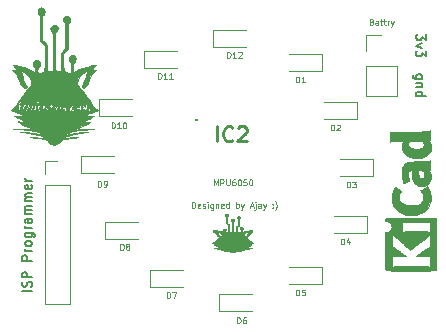
<source format=gbr>
%TF.GenerationSoftware,KiCad,Pcbnew,(5.1.10)-1*%
%TF.CreationDate,2021-12-05T10:22:05+05:30*%
%TF.ProjectId,Libobxis lab,4c69626f-6278-4697-9320-6c61622e6b69,rev?*%
%TF.SameCoordinates,Original*%
%TF.FileFunction,Legend,Top*%
%TF.FilePolarity,Positive*%
%FSLAX46Y46*%
G04 Gerber Fmt 4.6, Leading zero omitted, Abs format (unit mm)*
G04 Created by KiCad (PCBNEW (5.1.10)-1) date 2021-12-05 10:22:05*
%MOMM*%
%LPD*%
G01*
G04 APERTURE LIST*
%ADD10C,0.125000*%
%ADD11C,0.200000*%
%ADD12C,0.010000*%
%ADD13C,0.120000*%
%ADD14C,0.254000*%
G04 APERTURE END LIST*
D10*
X124686666Y-66647190D02*
X124686666Y-66147190D01*
X124805714Y-66147190D01*
X124877142Y-66171000D01*
X124924761Y-66218619D01*
X124948571Y-66266238D01*
X124972380Y-66361476D01*
X124972380Y-66432904D01*
X124948571Y-66528142D01*
X124924761Y-66575761D01*
X124877142Y-66623380D01*
X124805714Y-66647190D01*
X124686666Y-66647190D01*
X125377142Y-66623380D02*
X125329523Y-66647190D01*
X125234285Y-66647190D01*
X125186666Y-66623380D01*
X125162857Y-66575761D01*
X125162857Y-66385285D01*
X125186666Y-66337666D01*
X125234285Y-66313857D01*
X125329523Y-66313857D01*
X125377142Y-66337666D01*
X125400952Y-66385285D01*
X125400952Y-66432904D01*
X125162857Y-66480523D01*
X125591428Y-66623380D02*
X125639047Y-66647190D01*
X125734285Y-66647190D01*
X125781904Y-66623380D01*
X125805714Y-66575761D01*
X125805714Y-66551952D01*
X125781904Y-66504333D01*
X125734285Y-66480523D01*
X125662857Y-66480523D01*
X125615238Y-66456714D01*
X125591428Y-66409095D01*
X125591428Y-66385285D01*
X125615238Y-66337666D01*
X125662857Y-66313857D01*
X125734285Y-66313857D01*
X125781904Y-66337666D01*
X126020000Y-66647190D02*
X126020000Y-66313857D01*
X126020000Y-66147190D02*
X125996190Y-66171000D01*
X126020000Y-66194809D01*
X126043809Y-66171000D01*
X126020000Y-66147190D01*
X126020000Y-66194809D01*
X126472380Y-66313857D02*
X126472380Y-66718619D01*
X126448571Y-66766238D01*
X126424761Y-66790047D01*
X126377142Y-66813857D01*
X126305714Y-66813857D01*
X126258095Y-66790047D01*
X126472380Y-66623380D02*
X126424761Y-66647190D01*
X126329523Y-66647190D01*
X126281904Y-66623380D01*
X126258095Y-66599571D01*
X126234285Y-66551952D01*
X126234285Y-66409095D01*
X126258095Y-66361476D01*
X126281904Y-66337666D01*
X126329523Y-66313857D01*
X126424761Y-66313857D01*
X126472380Y-66337666D01*
X126710476Y-66313857D02*
X126710476Y-66647190D01*
X126710476Y-66361476D02*
X126734285Y-66337666D01*
X126781904Y-66313857D01*
X126853333Y-66313857D01*
X126900952Y-66337666D01*
X126924761Y-66385285D01*
X126924761Y-66647190D01*
X127353333Y-66623380D02*
X127305714Y-66647190D01*
X127210476Y-66647190D01*
X127162857Y-66623380D01*
X127139047Y-66575761D01*
X127139047Y-66385285D01*
X127162857Y-66337666D01*
X127210476Y-66313857D01*
X127305714Y-66313857D01*
X127353333Y-66337666D01*
X127377142Y-66385285D01*
X127377142Y-66432904D01*
X127139047Y-66480523D01*
X127805714Y-66647190D02*
X127805714Y-66147190D01*
X127805714Y-66623380D02*
X127758095Y-66647190D01*
X127662857Y-66647190D01*
X127615238Y-66623380D01*
X127591428Y-66599571D01*
X127567619Y-66551952D01*
X127567619Y-66409095D01*
X127591428Y-66361476D01*
X127615238Y-66337666D01*
X127662857Y-66313857D01*
X127758095Y-66313857D01*
X127805714Y-66337666D01*
X128424761Y-66647190D02*
X128424761Y-66147190D01*
X128424761Y-66337666D02*
X128472380Y-66313857D01*
X128567619Y-66313857D01*
X128615238Y-66337666D01*
X128639047Y-66361476D01*
X128662857Y-66409095D01*
X128662857Y-66551952D01*
X128639047Y-66599571D01*
X128615238Y-66623380D01*
X128567619Y-66647190D01*
X128472380Y-66647190D01*
X128424761Y-66623380D01*
X128829523Y-66313857D02*
X128948571Y-66647190D01*
X129067619Y-66313857D02*
X128948571Y-66647190D01*
X128900952Y-66766238D01*
X128877142Y-66790047D01*
X128829523Y-66813857D01*
X129615238Y-66504333D02*
X129853333Y-66504333D01*
X129567619Y-66647190D02*
X129734285Y-66147190D01*
X129900952Y-66647190D01*
X130067619Y-66313857D02*
X130067619Y-66742428D01*
X130043809Y-66790047D01*
X129996190Y-66813857D01*
X129972380Y-66813857D01*
X130067619Y-66147190D02*
X130043809Y-66171000D01*
X130067619Y-66194809D01*
X130091428Y-66171000D01*
X130067619Y-66147190D01*
X130067619Y-66194809D01*
X130520000Y-66647190D02*
X130520000Y-66385285D01*
X130496190Y-66337666D01*
X130448571Y-66313857D01*
X130353333Y-66313857D01*
X130305714Y-66337666D01*
X130520000Y-66623380D02*
X130472380Y-66647190D01*
X130353333Y-66647190D01*
X130305714Y-66623380D01*
X130281904Y-66575761D01*
X130281904Y-66528142D01*
X130305714Y-66480523D01*
X130353333Y-66456714D01*
X130472380Y-66456714D01*
X130520000Y-66432904D01*
X130710476Y-66313857D02*
X130829523Y-66647190D01*
X130948571Y-66313857D02*
X130829523Y-66647190D01*
X130781904Y-66766238D01*
X130758095Y-66790047D01*
X130710476Y-66813857D01*
X131520000Y-66599571D02*
X131543809Y-66623380D01*
X131520000Y-66647190D01*
X131496190Y-66623380D01*
X131520000Y-66599571D01*
X131520000Y-66647190D01*
X131520000Y-66337666D02*
X131543809Y-66361476D01*
X131520000Y-66385285D01*
X131496190Y-66361476D01*
X131520000Y-66337666D01*
X131520000Y-66385285D01*
X131710476Y-66837666D02*
X131734285Y-66813857D01*
X131781904Y-66742428D01*
X131805714Y-66694809D01*
X131829523Y-66623380D01*
X131853333Y-66504333D01*
X131853333Y-66409095D01*
X131829523Y-66290047D01*
X131805714Y-66218619D01*
X131781904Y-66171000D01*
X131734285Y-66099571D01*
X131710476Y-66075761D01*
X126512047Y-64742190D02*
X126512047Y-64242190D01*
X126678714Y-64599333D01*
X126845380Y-64242190D01*
X126845380Y-64742190D01*
X127083476Y-64742190D02*
X127083476Y-64242190D01*
X127273952Y-64242190D01*
X127321571Y-64266000D01*
X127345380Y-64289809D01*
X127369190Y-64337428D01*
X127369190Y-64408857D01*
X127345380Y-64456476D01*
X127321571Y-64480285D01*
X127273952Y-64504095D01*
X127083476Y-64504095D01*
X127583476Y-64242190D02*
X127583476Y-64646952D01*
X127607285Y-64694571D01*
X127631095Y-64718380D01*
X127678714Y-64742190D01*
X127773952Y-64742190D01*
X127821571Y-64718380D01*
X127845380Y-64694571D01*
X127869190Y-64646952D01*
X127869190Y-64242190D01*
X128321571Y-64242190D02*
X128226333Y-64242190D01*
X128178714Y-64266000D01*
X128154904Y-64289809D01*
X128107285Y-64361238D01*
X128083476Y-64456476D01*
X128083476Y-64646952D01*
X128107285Y-64694571D01*
X128131095Y-64718380D01*
X128178714Y-64742190D01*
X128273952Y-64742190D01*
X128321571Y-64718380D01*
X128345380Y-64694571D01*
X128369190Y-64646952D01*
X128369190Y-64527904D01*
X128345380Y-64480285D01*
X128321571Y-64456476D01*
X128273952Y-64432666D01*
X128178714Y-64432666D01*
X128131095Y-64456476D01*
X128107285Y-64480285D01*
X128083476Y-64527904D01*
X128678714Y-64242190D02*
X128726333Y-64242190D01*
X128773952Y-64266000D01*
X128797761Y-64289809D01*
X128821571Y-64337428D01*
X128845380Y-64432666D01*
X128845380Y-64551714D01*
X128821571Y-64646952D01*
X128797761Y-64694571D01*
X128773952Y-64718380D01*
X128726333Y-64742190D01*
X128678714Y-64742190D01*
X128631095Y-64718380D01*
X128607285Y-64694571D01*
X128583476Y-64646952D01*
X128559666Y-64551714D01*
X128559666Y-64432666D01*
X128583476Y-64337428D01*
X128607285Y-64289809D01*
X128631095Y-64266000D01*
X128678714Y-64242190D01*
X129297761Y-64242190D02*
X129059666Y-64242190D01*
X129035857Y-64480285D01*
X129059666Y-64456476D01*
X129107285Y-64432666D01*
X129226333Y-64432666D01*
X129273952Y-64456476D01*
X129297761Y-64480285D01*
X129321571Y-64527904D01*
X129321571Y-64646952D01*
X129297761Y-64694571D01*
X129273952Y-64718380D01*
X129226333Y-64742190D01*
X129107285Y-64742190D01*
X129059666Y-64718380D01*
X129035857Y-64694571D01*
X129631095Y-64242190D02*
X129678714Y-64242190D01*
X129726333Y-64266000D01*
X129750142Y-64289809D01*
X129773952Y-64337428D01*
X129797761Y-64432666D01*
X129797761Y-64551714D01*
X129773952Y-64646952D01*
X129750142Y-64694571D01*
X129726333Y-64718380D01*
X129678714Y-64742190D01*
X129631095Y-64742190D01*
X129583476Y-64718380D01*
X129559666Y-64694571D01*
X129535857Y-64646952D01*
X129512047Y-64551714D01*
X129512047Y-64432666D01*
X129535857Y-64337428D01*
X129559666Y-64289809D01*
X129583476Y-64266000D01*
X129631095Y-64242190D01*
D11*
X144456095Y-51962380D02*
X144456095Y-52457619D01*
X144151333Y-52190952D01*
X144151333Y-52305238D01*
X144113238Y-52381428D01*
X144075142Y-52419523D01*
X143998952Y-52457619D01*
X143808476Y-52457619D01*
X143732285Y-52419523D01*
X143694190Y-52381428D01*
X143656095Y-52305238D01*
X143656095Y-52076666D01*
X143694190Y-52000476D01*
X143732285Y-51962380D01*
X144189428Y-52724285D02*
X143656095Y-52914761D01*
X144189428Y-53105238D01*
X144456095Y-53333809D02*
X144456095Y-53829047D01*
X144151333Y-53562380D01*
X144151333Y-53676666D01*
X144113238Y-53752857D01*
X144075142Y-53790952D01*
X143998952Y-53829047D01*
X143808476Y-53829047D01*
X143732285Y-53790952D01*
X143694190Y-53752857D01*
X143656095Y-53676666D01*
X143656095Y-53448095D01*
X143694190Y-53371904D01*
X143732285Y-53333809D01*
X144189428Y-55733809D02*
X143541809Y-55733809D01*
X143465619Y-55695714D01*
X143427523Y-55657619D01*
X143389428Y-55581428D01*
X143389428Y-55467142D01*
X143427523Y-55390952D01*
X143694190Y-55733809D02*
X143656095Y-55657619D01*
X143656095Y-55505238D01*
X143694190Y-55429047D01*
X143732285Y-55390952D01*
X143808476Y-55352857D01*
X144037047Y-55352857D01*
X144113238Y-55390952D01*
X144151333Y-55429047D01*
X144189428Y-55505238D01*
X144189428Y-55657619D01*
X144151333Y-55733809D01*
X144189428Y-56114761D02*
X143656095Y-56114761D01*
X144113238Y-56114761D02*
X144151333Y-56152857D01*
X144189428Y-56229047D01*
X144189428Y-56343333D01*
X144151333Y-56419523D01*
X144075142Y-56457619D01*
X143656095Y-56457619D01*
X143656095Y-57181428D02*
X144456095Y-57181428D01*
X143694190Y-57181428D02*
X143656095Y-57105238D01*
X143656095Y-56952857D01*
X143694190Y-56876666D01*
X143732285Y-56838571D01*
X143808476Y-56800476D01*
X144037047Y-56800476D01*
X144113238Y-56838571D01*
X144151333Y-56876666D01*
X144189428Y-56952857D01*
X144189428Y-57105238D01*
X144151333Y-57181428D01*
D10*
X139894571Y-50891285D02*
X139966000Y-50915095D01*
X139989809Y-50938904D01*
X140013619Y-50986523D01*
X140013619Y-51057952D01*
X139989809Y-51105571D01*
X139966000Y-51129380D01*
X139918380Y-51153190D01*
X139727904Y-51153190D01*
X139727904Y-50653190D01*
X139894571Y-50653190D01*
X139942190Y-50677000D01*
X139966000Y-50700809D01*
X139989809Y-50748428D01*
X139989809Y-50796047D01*
X139966000Y-50843666D01*
X139942190Y-50867476D01*
X139894571Y-50891285D01*
X139727904Y-50891285D01*
X140442190Y-51153190D02*
X140442190Y-50891285D01*
X140418380Y-50843666D01*
X140370761Y-50819857D01*
X140275523Y-50819857D01*
X140227904Y-50843666D01*
X140442190Y-51129380D02*
X140394571Y-51153190D01*
X140275523Y-51153190D01*
X140227904Y-51129380D01*
X140204095Y-51081761D01*
X140204095Y-51034142D01*
X140227904Y-50986523D01*
X140275523Y-50962714D01*
X140394571Y-50962714D01*
X140442190Y-50938904D01*
X140608857Y-50819857D02*
X140799333Y-50819857D01*
X140680285Y-50653190D02*
X140680285Y-51081761D01*
X140704095Y-51129380D01*
X140751714Y-51153190D01*
X140799333Y-51153190D01*
X140894571Y-50819857D02*
X141085047Y-50819857D01*
X140966000Y-50653190D02*
X140966000Y-51081761D01*
X140989809Y-51129380D01*
X141037428Y-51153190D01*
X141085047Y-51153190D01*
X141251714Y-51153190D02*
X141251714Y-50819857D01*
X141251714Y-50915095D02*
X141275523Y-50867476D01*
X141299333Y-50843666D01*
X141346952Y-50819857D01*
X141394571Y-50819857D01*
X141513619Y-50819857D02*
X141632666Y-51153190D01*
X141751714Y-50819857D02*
X141632666Y-51153190D01*
X141585047Y-51272238D01*
X141561238Y-51296047D01*
X141513619Y-51319857D01*
D11*
X111105904Y-73684809D02*
X110305904Y-73684809D01*
X111067809Y-73341952D02*
X111105904Y-73227666D01*
X111105904Y-73037190D01*
X111067809Y-72961000D01*
X111029714Y-72922904D01*
X110953523Y-72884809D01*
X110877333Y-72884809D01*
X110801142Y-72922904D01*
X110763047Y-72961000D01*
X110724952Y-73037190D01*
X110686857Y-73189571D01*
X110648761Y-73265761D01*
X110610666Y-73303857D01*
X110534476Y-73341952D01*
X110458285Y-73341952D01*
X110382095Y-73303857D01*
X110344000Y-73265761D01*
X110305904Y-73189571D01*
X110305904Y-72999095D01*
X110344000Y-72884809D01*
X111105904Y-72541952D02*
X110305904Y-72541952D01*
X110305904Y-72237190D01*
X110344000Y-72161000D01*
X110382095Y-72122904D01*
X110458285Y-72084809D01*
X110572571Y-72084809D01*
X110648761Y-72122904D01*
X110686857Y-72161000D01*
X110724952Y-72237190D01*
X110724952Y-72541952D01*
X111105904Y-71132428D02*
X110305904Y-71132428D01*
X110305904Y-70827666D01*
X110344000Y-70751476D01*
X110382095Y-70713380D01*
X110458285Y-70675285D01*
X110572571Y-70675285D01*
X110648761Y-70713380D01*
X110686857Y-70751476D01*
X110724952Y-70827666D01*
X110724952Y-71132428D01*
X111105904Y-70332428D02*
X110572571Y-70332428D01*
X110724952Y-70332428D02*
X110648761Y-70294333D01*
X110610666Y-70256238D01*
X110572571Y-70180047D01*
X110572571Y-70103857D01*
X111105904Y-69722904D02*
X111067809Y-69799095D01*
X111029714Y-69837190D01*
X110953523Y-69875285D01*
X110724952Y-69875285D01*
X110648761Y-69837190D01*
X110610666Y-69799095D01*
X110572571Y-69722904D01*
X110572571Y-69608619D01*
X110610666Y-69532428D01*
X110648761Y-69494333D01*
X110724952Y-69456238D01*
X110953523Y-69456238D01*
X111029714Y-69494333D01*
X111067809Y-69532428D01*
X111105904Y-69608619D01*
X111105904Y-69722904D01*
X110572571Y-68770523D02*
X111220190Y-68770523D01*
X111296380Y-68808619D01*
X111334476Y-68846714D01*
X111372571Y-68922904D01*
X111372571Y-69037190D01*
X111334476Y-69113380D01*
X111067809Y-68770523D02*
X111105904Y-68846714D01*
X111105904Y-68999095D01*
X111067809Y-69075285D01*
X111029714Y-69113380D01*
X110953523Y-69151476D01*
X110724952Y-69151476D01*
X110648761Y-69113380D01*
X110610666Y-69075285D01*
X110572571Y-68999095D01*
X110572571Y-68846714D01*
X110610666Y-68770523D01*
X111105904Y-68389571D02*
X110572571Y-68389571D01*
X110724952Y-68389571D02*
X110648761Y-68351476D01*
X110610666Y-68313380D01*
X110572571Y-68237190D01*
X110572571Y-68161000D01*
X111105904Y-67551476D02*
X110686857Y-67551476D01*
X110610666Y-67589571D01*
X110572571Y-67665761D01*
X110572571Y-67818142D01*
X110610666Y-67894333D01*
X111067809Y-67551476D02*
X111105904Y-67627666D01*
X111105904Y-67818142D01*
X111067809Y-67894333D01*
X110991619Y-67932428D01*
X110915428Y-67932428D01*
X110839238Y-67894333D01*
X110801142Y-67818142D01*
X110801142Y-67627666D01*
X110763047Y-67551476D01*
X111105904Y-67170523D02*
X110572571Y-67170523D01*
X110648761Y-67170523D02*
X110610666Y-67132428D01*
X110572571Y-67056238D01*
X110572571Y-66941952D01*
X110610666Y-66865761D01*
X110686857Y-66827666D01*
X111105904Y-66827666D01*
X110686857Y-66827666D02*
X110610666Y-66789571D01*
X110572571Y-66713380D01*
X110572571Y-66599095D01*
X110610666Y-66522904D01*
X110686857Y-66484809D01*
X111105904Y-66484809D01*
X111105904Y-66103857D02*
X110572571Y-66103857D01*
X110648761Y-66103857D02*
X110610666Y-66065761D01*
X110572571Y-65989571D01*
X110572571Y-65875285D01*
X110610666Y-65799095D01*
X110686857Y-65761000D01*
X111105904Y-65761000D01*
X110686857Y-65761000D02*
X110610666Y-65722904D01*
X110572571Y-65646714D01*
X110572571Y-65532428D01*
X110610666Y-65456238D01*
X110686857Y-65418142D01*
X111105904Y-65418142D01*
X111067809Y-64732428D02*
X111105904Y-64808619D01*
X111105904Y-64961000D01*
X111067809Y-65037190D01*
X110991619Y-65075285D01*
X110686857Y-65075285D01*
X110610666Y-65037190D01*
X110572571Y-64961000D01*
X110572571Y-64808619D01*
X110610666Y-64732428D01*
X110686857Y-64694333D01*
X110763047Y-64694333D01*
X110839238Y-65075285D01*
X111105904Y-64351476D02*
X110572571Y-64351476D01*
X110724952Y-64351476D02*
X110648761Y-64313380D01*
X110610666Y-64275285D01*
X110572571Y-64199095D01*
X110572571Y-64122904D01*
D12*
%TO.C,G\u002A\u002A\u002A*%
G36*
X127645915Y-67172442D02*
G01*
X127703893Y-67191017D01*
X127741253Y-67221146D01*
X127756483Y-67258762D01*
X127748068Y-67299792D01*
X127714496Y-67340169D01*
X127709705Y-67344007D01*
X127664882Y-67378722D01*
X127664882Y-67935476D01*
X127754317Y-67995657D01*
X127843753Y-68055839D01*
X127851647Y-68675847D01*
X127926352Y-68673293D01*
X127979750Y-68670627D01*
X128027452Y-68666874D01*
X128042147Y-68665202D01*
X128083235Y-68659665D01*
X128083235Y-68213790D01*
X128083207Y-68107049D01*
X128083041Y-68018812D01*
X128082614Y-67947263D01*
X128081802Y-67890584D01*
X128080480Y-67846959D01*
X128078525Y-67814573D01*
X128075814Y-67791608D01*
X128072222Y-67776249D01*
X128067627Y-67766679D01*
X128061903Y-67761081D01*
X128054928Y-67757640D01*
X128052088Y-67756579D01*
X128019334Y-67734958D01*
X127996033Y-67701868D01*
X127987421Y-67665958D01*
X127989249Y-67652786D01*
X128005816Y-67627852D01*
X128036508Y-67602450D01*
X128043190Y-67598384D01*
X128081688Y-67580622D01*
X128120121Y-67575779D01*
X128148197Y-67577409D01*
X128210685Y-67590752D01*
X128251572Y-67617964D01*
X128272249Y-67659996D01*
X128272835Y-67662794D01*
X128275220Y-67688949D01*
X128266795Y-67709258D01*
X128242994Y-67731828D01*
X128227016Y-67744156D01*
X128173147Y-67784703D01*
X128176750Y-68217070D01*
X128177797Y-68308973D01*
X128179317Y-68394600D01*
X128181230Y-68471811D01*
X128183459Y-68538466D01*
X128185927Y-68592426D01*
X128188554Y-68631551D01*
X128191263Y-68653701D01*
X128192796Y-68657899D01*
X128213156Y-68662213D01*
X128254301Y-68665261D01*
X128304855Y-68666360D01*
X128404470Y-68666360D01*
X128407686Y-68503800D01*
X128408838Y-68444272D01*
X128409878Y-68388182D01*
X128410720Y-68340356D01*
X128411277Y-68305620D01*
X128411421Y-68294711D01*
X128413709Y-68269657D01*
X128422798Y-68248986D01*
X128443003Y-68227036D01*
X128478641Y-68198148D01*
X128493770Y-68186694D01*
X128575599Y-68125205D01*
X128576780Y-67842340D01*
X128576874Y-67755700D01*
X128576263Y-67687352D01*
X128574818Y-67635274D01*
X128572405Y-67597443D01*
X128568894Y-67571834D01*
X128564155Y-67556426D01*
X128558055Y-67549194D01*
X128557765Y-67549038D01*
X128510418Y-67514328D01*
X128490233Y-67475151D01*
X128497817Y-67434771D01*
X128529941Y-67399291D01*
X128565476Y-67376949D01*
X128602211Y-67367665D01*
X128634529Y-67366341D01*
X128698649Y-67374793D01*
X128744928Y-67398917D01*
X128770668Y-67436868D01*
X128775078Y-67462459D01*
X128771866Y-67493901D01*
X128755066Y-67516548D01*
X128728678Y-67534673D01*
X128680882Y-67563713D01*
X128680882Y-68148836D01*
X128590942Y-68209356D01*
X128501003Y-68269877D01*
X128505031Y-68477248D01*
X128509058Y-68684619D01*
X128636058Y-68708352D01*
X128695332Y-68719068D01*
X128744565Y-68727307D01*
X128775954Y-68731788D01*
X128781735Y-68732242D01*
X128790136Y-68726676D01*
X128795809Y-68708270D01*
X128799102Y-68674717D01*
X128800370Y-68623705D01*
X128800411Y-68609476D01*
X128800411Y-68486552D01*
X128755588Y-68458080D01*
X128725325Y-68434381D01*
X128712640Y-68408585D01*
X128710764Y-68384654D01*
X128723133Y-68341122D01*
X128757052Y-68309471D01*
X128807744Y-68291973D01*
X128870430Y-68290900D01*
X128898023Y-68295630D01*
X128949034Y-68316318D01*
X128980745Y-68347914D01*
X128992390Y-68385388D01*
X128983201Y-68423708D01*
X128952414Y-68457844D01*
X128925108Y-68473411D01*
X128908663Y-68482197D01*
X128898356Y-68493744D01*
X128892766Y-68512550D01*
X128890475Y-68543117D01*
X128890058Y-68584483D01*
X128890468Y-68638872D01*
X128893448Y-68675171D01*
X128901627Y-68695612D01*
X128917633Y-68702425D01*
X128944095Y-68697840D01*
X128983640Y-68684088D01*
X129000104Y-68677882D01*
X129117827Y-68640053D01*
X129263602Y-68604763D01*
X129435770Y-68572377D01*
X129573617Y-68551277D01*
X129648723Y-68541016D01*
X129712211Y-68532899D01*
X129758955Y-68527538D01*
X129783831Y-68525546D01*
X129786529Y-68525885D01*
X129778167Y-68535664D01*
X129756316Y-68556782D01*
X129727834Y-68582753D01*
X129698917Y-68610907D01*
X129680850Y-68633203D01*
X129677477Y-68644268D01*
X129696231Y-68648904D01*
X129732441Y-68649006D01*
X129743642Y-68648167D01*
X129780131Y-68646667D01*
X129800157Y-68649398D01*
X129801470Y-68650993D01*
X129790470Y-68660911D01*
X129761799Y-68678708D01*
X129726561Y-68697940D01*
X129660462Y-68737199D01*
X129609551Y-68780457D01*
X129567428Y-68833895D01*
X129542345Y-68875893D01*
X129494851Y-68950060D01*
X129441951Y-69007617D01*
X129380204Y-69052234D01*
X129373283Y-69056196D01*
X129327849Y-69078791D01*
X129294832Y-69086461D01*
X129267296Y-69079766D01*
X129246974Y-69066368D01*
X129231525Y-69052365D01*
X129228515Y-69039659D01*
X129239804Y-69022691D01*
X129267250Y-68995905D01*
X129272028Y-68991480D01*
X129340519Y-68911172D01*
X129384797Y-68819158D01*
X129390085Y-68801786D01*
X129407289Y-68755236D01*
X129428532Y-68720540D01*
X129441367Y-68708096D01*
X129467540Y-68685460D01*
X129470656Y-68673113D01*
X129453162Y-68670755D01*
X129417507Y-68678085D01*
X129366138Y-68694805D01*
X129301502Y-68720614D01*
X129286762Y-68727033D01*
X129190622Y-68776452D01*
X129119322Y-68828244D01*
X129073817Y-68881036D01*
X129055066Y-68933456D01*
X129064023Y-68984134D01*
X129085416Y-69015778D01*
X129106975Y-69035361D01*
X129145062Y-69065583D01*
X129194915Y-69102826D01*
X129251770Y-69143474D01*
X129272707Y-69158018D01*
X129354232Y-69217529D01*
X129438177Y-69284523D01*
X129514540Y-69350845D01*
X129548218Y-69382640D01*
X129604888Y-69437983D01*
X129648340Y-69479318D01*
X129682231Y-69509405D01*
X129710220Y-69531004D01*
X129735967Y-69546874D01*
X129763129Y-69559777D01*
X129795365Y-69572471D01*
X129804235Y-69575783D01*
X129882723Y-69604970D01*
X129841124Y-69615725D01*
X129808368Y-69623438D01*
X129789949Y-69626480D01*
X129766067Y-69629595D01*
X129722656Y-69638011D01*
X129665547Y-69650334D01*
X129600569Y-69665169D01*
X129533555Y-69681122D01*
X129470334Y-69696799D01*
X129416737Y-69710805D01*
X129378596Y-69721745D01*
X129361740Y-69728226D01*
X129361491Y-69728944D01*
X129378874Y-69732530D01*
X129420034Y-69735474D01*
X129478869Y-69737476D01*
X129549278Y-69738239D01*
X129551340Y-69738240D01*
X129623036Y-69738914D01*
X129677640Y-69740785D01*
X129710868Y-69743625D01*
X129718547Y-69747137D01*
X129700524Y-69753838D01*
X129659759Y-69766679D01*
X129601204Y-69784173D01*
X129529812Y-69804829D01*
X129476106Y-69820021D01*
X129401062Y-69841686D01*
X129337798Y-69861156D01*
X129290596Y-69877013D01*
X129263735Y-69887841D01*
X129259459Y-69891772D01*
X129278290Y-69893640D01*
X129319682Y-69892423D01*
X129376736Y-69888436D01*
X129418652Y-69884538D01*
X129481586Y-69878677D01*
X129532704Y-69874922D01*
X129565348Y-69873704D01*
X129573524Y-69874490D01*
X129566073Y-69882058D01*
X129539283Y-69896547D01*
X129509024Y-69910393D01*
X129448843Y-69932781D01*
X129362664Y-69959158D01*
X129249565Y-69989784D01*
X129108626Y-70024917D01*
X129063367Y-70035759D01*
X129007481Y-70050534D01*
X128980643Y-70061098D01*
X128982563Y-70067098D01*
X129012950Y-70068177D01*
X129071513Y-70063983D01*
X129085373Y-70062604D01*
X129125700Y-70059512D01*
X129184809Y-70056349D01*
X129257716Y-70053244D01*
X129339443Y-70050326D01*
X129425006Y-70047727D01*
X129509426Y-70045576D01*
X129587719Y-70044002D01*
X129654906Y-70043137D01*
X129706005Y-70043109D01*
X129736035Y-70044048D01*
X129741705Y-70045487D01*
X129724830Y-70047859D01*
X129683806Y-70050736D01*
X129624344Y-70053794D01*
X129552151Y-70056707D01*
X129532529Y-70057383D01*
X129383034Y-70063655D01*
X129236456Y-70072244D01*
X129096732Y-70082749D01*
X128967799Y-70094770D01*
X128853592Y-70107904D01*
X128758051Y-70121753D01*
X128685110Y-70135914D01*
X128643903Y-70147867D01*
X128607283Y-70164436D01*
X128583756Y-70179713D01*
X128576455Y-70190513D01*
X128588511Y-70193655D01*
X128600673Y-70191808D01*
X128633668Y-70186598D01*
X128689924Y-70179367D01*
X128763086Y-70170789D01*
X128846796Y-70161539D01*
X128934698Y-70152292D01*
X129020435Y-70143721D01*
X129097652Y-70136502D01*
X129159990Y-70131310D01*
X129188882Y-70129377D01*
X129249163Y-70125676D01*
X129302133Y-70121793D01*
X129336904Y-70118529D01*
X129338294Y-70118355D01*
X129361837Y-70116474D01*
X129358963Y-70121064D01*
X129353235Y-70123855D01*
X129323641Y-70130887D01*
X129281365Y-70134275D01*
X129276751Y-70134324D01*
X129228730Y-70136632D01*
X129161022Y-70142852D01*
X129078602Y-70152244D01*
X128986442Y-70164066D01*
X128889519Y-70177579D01*
X128792806Y-70192040D01*
X128701278Y-70206710D01*
X128619908Y-70220847D01*
X128553673Y-70233711D01*
X128507545Y-70244560D01*
X128487536Y-70251854D01*
X128473602Y-70264009D01*
X128478376Y-70270966D01*
X128504457Y-70272913D01*
X128554444Y-70270036D01*
X128630936Y-70262524D01*
X128632848Y-70262317D01*
X128718690Y-70255094D01*
X128816985Y-70249942D01*
X128910360Y-70247695D01*
X128936665Y-70247729D01*
X129091764Y-70249219D01*
X128912470Y-70257076D01*
X128823523Y-70261963D01*
X128727757Y-70268824D01*
X128638985Y-70276602D01*
X128591235Y-70281688D01*
X128523911Y-70290136D01*
X128478081Y-70297971D01*
X128445673Y-70307524D01*
X128418614Y-70321131D01*
X128391059Y-70339549D01*
X128310378Y-70383746D01*
X128220793Y-70410384D01*
X128126801Y-70418786D01*
X128032901Y-70408272D01*
X127997451Y-70398952D01*
X127948821Y-70379335D01*
X127898172Y-70352032D01*
X127877921Y-70338599D01*
X127849747Y-70319320D01*
X127823658Y-70306256D01*
X127791704Y-70297123D01*
X127745933Y-70289634D01*
X127679823Y-70281668D01*
X127603133Y-70274094D01*
X127510400Y-70266639D01*
X127415433Y-70260347D01*
X127358588Y-70257354D01*
X127179294Y-70249180D01*
X127334393Y-70247710D01*
X127422451Y-70248845D01*
X127521055Y-70253154D01*
X127612834Y-70259802D01*
X127638210Y-70262317D01*
X127715173Y-70269921D01*
X127765621Y-70272906D01*
X127792202Y-70271075D01*
X127797567Y-70264234D01*
X127784364Y-70252187D01*
X127783522Y-70251618D01*
X127759555Y-70243227D01*
X127710866Y-70232038D01*
X127642156Y-70218791D01*
X127558126Y-70204231D01*
X127463480Y-70189098D01*
X127362918Y-70174135D01*
X127261144Y-70160086D01*
X127162858Y-70147692D01*
X127072763Y-70137696D01*
X127044823Y-70134975D01*
X126940235Y-70125222D01*
X127067235Y-70130147D01*
X127113914Y-70132945D01*
X127181674Y-70138269D01*
X127263733Y-70145457D01*
X127353309Y-70153848D01*
X127443620Y-70162781D01*
X127527882Y-70171592D01*
X127599315Y-70179622D01*
X127651135Y-70186208D01*
X127667123Y-70188674D01*
X127679357Y-70182690D01*
X127680614Y-70180200D01*
X127671099Y-70167151D01*
X127637628Y-70152080D01*
X127585649Y-70136586D01*
X127520610Y-70122271D01*
X127447958Y-70110736D01*
X127441551Y-70109928D01*
X127315419Y-70096089D01*
X127168560Y-70082850D01*
X127010130Y-70070910D01*
X126849283Y-70060968D01*
X126716117Y-70054553D01*
X126506941Y-70045988D01*
X126693705Y-70044522D01*
X126794336Y-70045004D01*
X126905875Y-70047641D01*
X127019395Y-70052049D01*
X127125968Y-70057844D01*
X127216666Y-70064640D01*
X127257735Y-70068803D01*
X127296104Y-70071855D01*
X127307411Y-70069211D01*
X127293039Y-70061407D01*
X127254367Y-70048977D01*
X127192778Y-70032456D01*
X127115794Y-70013809D01*
X126973229Y-69978404D01*
X126856713Y-69944571D01*
X126762672Y-69911214D01*
X126716117Y-69891236D01*
X126695225Y-69880901D01*
X126687655Y-69874383D01*
X126696568Y-69871548D01*
X126725126Y-69872264D01*
X126776489Y-69876400D01*
X126853818Y-69883822D01*
X126865529Y-69884981D01*
X126926069Y-69890141D01*
X126975178Y-69892764D01*
X127005569Y-69892532D01*
X127011348Y-69891326D01*
X127002134Y-69885374D01*
X126969439Y-69873316D01*
X126917552Y-69856553D01*
X126850760Y-69836488D01*
X126794701Y-69820462D01*
X126717413Y-69798503D01*
X126649577Y-69778659D01*
X126596149Y-69762426D01*
X126562088Y-69751298D01*
X126552511Y-69747407D01*
X126560340Y-69743581D01*
X126594525Y-69740650D01*
X126651558Y-69738808D01*
X126719718Y-69738240D01*
X126790404Y-69737484D01*
X126849728Y-69735426D01*
X126891574Y-69732377D01*
X126909824Y-69728649D01*
X126909932Y-69728542D01*
X126899153Y-69722915D01*
X126865100Y-69712668D01*
X126813108Y-69699053D01*
X126748511Y-69683320D01*
X126676643Y-69666722D01*
X126602838Y-69650508D01*
X126532431Y-69635932D01*
X126470756Y-69624244D01*
X126450770Y-69620829D01*
X126412665Y-69611646D01*
X126404188Y-69601633D01*
X126425449Y-69591080D01*
X126438252Y-69587706D01*
X126486675Y-69569823D01*
X126542652Y-69539286D01*
X126598372Y-69500868D01*
X126642232Y-69463114D01*
X126667999Y-69439362D01*
X126683173Y-69430866D01*
X126692666Y-69435510D01*
X126695688Y-69440077D01*
X126701363Y-69459430D01*
X126705732Y-69491989D01*
X126707825Y-69529960D01*
X126710248Y-69567628D01*
X126715376Y-69598179D01*
X126722101Y-69615032D01*
X126722146Y-69615081D01*
X126740299Y-69624703D01*
X126756377Y-69617079D01*
X126766622Y-69595251D01*
X126768412Y-69577620D01*
X126773080Y-69551352D01*
X126870011Y-69551352D01*
X126881766Y-69589621D01*
X126912917Y-69615318D01*
X126957298Y-69626242D01*
X127008738Y-69620193D01*
X127034971Y-69610214D01*
X127066905Y-69587808D01*
X127083975Y-69567382D01*
X127098829Y-69540815D01*
X127132066Y-69581107D01*
X127164697Y-69611159D01*
X127196165Y-69620947D01*
X127226270Y-69610465D01*
X127250467Y-69585840D01*
X127267692Y-69564109D01*
X127277234Y-69558986D01*
X127284005Y-69568653D01*
X127285698Y-69572803D01*
X127306534Y-69594891D01*
X127339463Y-69602974D01*
X127373650Y-69594839D01*
X127378653Y-69591790D01*
X127392551Y-69573789D01*
X127402876Y-69544613D01*
X127409195Y-69509795D01*
X127411075Y-69474871D01*
X127408083Y-69445373D01*
X127399784Y-69426839D01*
X127391846Y-69423280D01*
X127369801Y-69432993D01*
X127356266Y-69461992D01*
X127351337Y-69510062D01*
X127351321Y-69512180D01*
X127347852Y-69542745D01*
X127338208Y-69553485D01*
X127322957Y-69544370D01*
X127302669Y-69515371D01*
X127302291Y-69514720D01*
X127277686Y-69485124D01*
X127252490Y-69474844D01*
X127231198Y-69483171D01*
X127218305Y-69509397D01*
X127216418Y-69528250D01*
X127210149Y-69553150D01*
X127202673Y-69564802D01*
X127192372Y-69567845D01*
X127180321Y-69554364D01*
X127165427Y-69523816D01*
X127150248Y-69491821D01*
X127134322Y-69473487D01*
X127109677Y-69462761D01*
X127074637Y-69454842D01*
X127025778Y-69447897D01*
X126982742Y-69446451D01*
X126971163Y-69447593D01*
X126929908Y-69463837D01*
X126895223Y-69493567D01*
X126873768Y-69529952D01*
X126870011Y-69551352D01*
X126773080Y-69551352D01*
X126773278Y-69550242D01*
X126792498Y-69528988D01*
X126821531Y-69511299D01*
X126855198Y-69490407D01*
X126869340Y-69471543D01*
X126870144Y-69446381D01*
X126870089Y-69445931D01*
X126862774Y-69420032D01*
X126843919Y-69406751D01*
X126823962Y-69401928D01*
X127419546Y-69401928D01*
X127423950Y-69407105D01*
X127431061Y-69422007D01*
X127438276Y-69451402D01*
X127444235Y-69489484D01*
X127445154Y-69497604D01*
X127455790Y-69553662D01*
X127473672Y-69595069D01*
X127497651Y-69619881D01*
X127521076Y-69626480D01*
X127545470Y-69621113D01*
X127581138Y-69607801D01*
X127590550Y-69603620D01*
X127623788Y-69585996D01*
X127644300Y-69570812D01*
X127646299Y-69568060D01*
X127641340Y-69558008D01*
X127618752Y-69556428D01*
X127587831Y-69562977D01*
X127568644Y-69570923D01*
X127536935Y-69583967D01*
X127520586Y-69580386D01*
X127515515Y-69558984D01*
X127515470Y-69555360D01*
X127519172Y-69533771D01*
X127536636Y-69525813D01*
X127560294Y-69524880D01*
X127595879Y-69520336D01*
X127605117Y-69509640D01*
X127593982Y-69498457D01*
X127558246Y-69494446D01*
X127551921Y-69494400D01*
X127517310Y-69493228D01*
X127503313Y-69485707D01*
X127502266Y-69465823D01*
X127503362Y-69456300D01*
X127503475Y-69455731D01*
X127658168Y-69455731D01*
X127658408Y-69479160D01*
X127665962Y-69541638D01*
X127686203Y-69588302D01*
X127686535Y-69588777D01*
X127710192Y-69614456D01*
X127729794Y-69622005D01*
X127741805Y-69611520D01*
X127743266Y-69587274D01*
X127741841Y-69566309D01*
X127748130Y-69557690D01*
X127768195Y-69560426D01*
X127808093Y-69573529D01*
X127814294Y-69575680D01*
X127862630Y-69590857D01*
X127890583Y-69594911D01*
X127902562Y-69588064D01*
X127903941Y-69580188D01*
X127890890Y-69566842D01*
X127856520Y-69551099D01*
X127832970Y-69543311D01*
X127791546Y-69530663D01*
X127762924Y-69521268D01*
X127755618Y-69518376D01*
X127760797Y-69509447D01*
X127771480Y-69500353D01*
X127905129Y-69500353D01*
X127921377Y-69512703D01*
X127948764Y-69519800D01*
X127982091Y-69528933D01*
X127993326Y-69545769D01*
X127993588Y-69550425D01*
X128000034Y-69583338D01*
X128016507Y-69610305D01*
X128038708Y-69625229D01*
X128047208Y-69626480D01*
X128063994Y-69621592D01*
X128064970Y-69603821D01*
X128063574Y-69598540D01*
X128053663Y-69562506D01*
X128051099Y-69541785D01*
X128057259Y-69531780D01*
X128073515Y-69527892D01*
X128084998Y-69526874D01*
X128110110Y-69527667D01*
X128129804Y-69537600D01*
X128150952Y-69560878D01*
X128159704Y-69572594D01*
X128189490Y-69606631D01*
X128215392Y-69623607D01*
X128235038Y-69623099D01*
X128246055Y-69604683D01*
X128247588Y-69588278D01*
X128249865Y-69557319D01*
X128259281Y-69542670D01*
X128279709Y-69540441D01*
X128293276Y-69542409D01*
X128317169Y-69555592D01*
X128322294Y-69574832D01*
X128333005Y-69605731D01*
X128361091Y-69623003D01*
X128400478Y-69625618D01*
X128445093Y-69612547D01*
X128467885Y-69599521D01*
X128494237Y-69584746D01*
X128510760Y-69581330D01*
X128512568Y-69582840D01*
X128532736Y-69608883D01*
X128556775Y-69621026D01*
X128578154Y-69618546D01*
X128590342Y-69600717D01*
X128591235Y-69591564D01*
X128600112Y-69567612D01*
X128613031Y-69555707D01*
X128629580Y-69550253D01*
X128639717Y-69560437D01*
X128644161Y-69572243D01*
X128655298Y-69603863D01*
X128664384Y-69620214D01*
X128674586Y-69626034D01*
X128680413Y-69626480D01*
X128691201Y-69617781D01*
X128695388Y-69596420D01*
X128693319Y-69569497D01*
X128691846Y-69564811D01*
X128722319Y-69564811D01*
X128731075Y-69595655D01*
X128746590Y-69617708D01*
X128766081Y-69627549D01*
X128786765Y-69621758D01*
X128793745Y-69615434D01*
X128808663Y-69609884D01*
X128820027Y-69615434D01*
X128854081Y-69625993D01*
X128896278Y-69623943D01*
X128932954Y-69610567D01*
X128941367Y-69604033D01*
X128954689Y-69582225D01*
X128945248Y-69570149D01*
X128917438Y-69571613D01*
X128907586Y-69574738D01*
X128870177Y-69584955D01*
X128851210Y-69580034D01*
X128847339Y-69558743D01*
X128848023Y-69552820D01*
X128855756Y-69529174D01*
X128875543Y-69518920D01*
X128878008Y-69518612D01*
X128949823Y-69518612D01*
X128963240Y-69541926D01*
X128997621Y-69559036D01*
X129043142Y-69565520D01*
X129089503Y-69565520D01*
X129056879Y-69589133D01*
X129035919Y-69610010D01*
X129039080Y-69623166D01*
X129057615Y-69626480D01*
X129075951Y-69619697D01*
X129102413Y-69603259D01*
X129103970Y-69602127D01*
X129137160Y-69577774D01*
X129178795Y-69602127D01*
X129232476Y-69622573D01*
X129290634Y-69623225D01*
X129350399Y-69605899D01*
X129393226Y-69579157D01*
X129426470Y-69542285D01*
X129442436Y-69504274D01*
X129442882Y-69497822D01*
X129433084Y-69479410D01*
X129420353Y-69467275D01*
X129446378Y-69467275D01*
X129468068Y-69486334D01*
X129480235Y-69494400D01*
X129508726Y-69516910D01*
X129515504Y-69538509D01*
X129501846Y-69566529D01*
X129494565Y-69576482D01*
X129481275Y-69599826D01*
X129479939Y-69615860D01*
X129480506Y-69616618D01*
X129502364Y-69626462D01*
X129527946Y-69620165D01*
X129547840Y-69600418D01*
X129562173Y-69558246D01*
X129560014Y-69518004D01*
X129543460Y-69484189D01*
X129514613Y-69461301D01*
X129479388Y-69453760D01*
X129450161Y-69456898D01*
X129446378Y-69467275D01*
X129420353Y-69467275D01*
X129408899Y-69456359D01*
X129402734Y-69451775D01*
X129353074Y-69429616D01*
X129295159Y-69423156D01*
X129236603Y-69430879D01*
X129185021Y-69451268D01*
X129148027Y-69482804D01*
X129136499Y-69504834D01*
X129126816Y-69524552D01*
X129108278Y-69533117D01*
X129070690Y-69535037D01*
X129068165Y-69535040D01*
X129025814Y-69530609D01*
X129008783Y-69519444D01*
X129018633Y-69504735D01*
X129047328Y-69492431D01*
X129074763Y-69478550D01*
X129076009Y-69464866D01*
X129050774Y-69455734D01*
X129049787Y-69455600D01*
X129022788Y-69460511D01*
X128990492Y-69476594D01*
X128962879Y-69497559D01*
X128949928Y-69517115D01*
X128949823Y-69518612D01*
X128878008Y-69518612D01*
X128894725Y-69516524D01*
X128922606Y-69512449D01*
X128925151Y-69504573D01*
X128919042Y-69498744D01*
X128886118Y-69485615D01*
X128845901Y-69488149D01*
X128808355Y-69505415D01*
X128803199Y-69509537D01*
X128782680Y-69525936D01*
X128772668Y-69527026D01*
X128766160Y-69514617D01*
X128753250Y-69496846D01*
X128738577Y-69497535D01*
X128726530Y-69515259D01*
X128723104Y-69528597D01*
X128722319Y-69564811D01*
X128691846Y-69564811D01*
X128685339Y-69544111D01*
X128675747Y-69530413D01*
X128652255Y-69517569D01*
X128617396Y-69518295D01*
X128612247Y-69519126D01*
X128545941Y-69526207D01*
X128501396Y-69521450D01*
X128483566Y-69510615D01*
X128457791Y-69497606D01*
X128418926Y-69495464D01*
X128379070Y-69504130D01*
X128364558Y-69511214D01*
X128341791Y-69522452D01*
X128323234Y-69518884D01*
X128309911Y-69511214D01*
X128275462Y-69496187D01*
X128245597Y-69499457D01*
X128227529Y-69509491D01*
X128208428Y-69518853D01*
X128186309Y-69517077D01*
X128162962Y-69509553D01*
X128119241Y-69498524D01*
X128081098Y-69494462D01*
X128045098Y-69487459D01*
X128026768Y-69465492D01*
X128024298Y-69447833D01*
X128710764Y-69447833D01*
X128722794Y-69461829D01*
X128734421Y-69463920D01*
X128751847Y-69458012D01*
X128752164Y-69451855D01*
X128737292Y-69438438D01*
X128719389Y-69436732D01*
X128710764Y-69447833D01*
X128024298Y-69447833D01*
X128023470Y-69441922D01*
X128017218Y-69426813D01*
X128003247Y-69426735D01*
X127988731Y-69439102D01*
X127981389Y-69457083D01*
X127971270Y-69477724D01*
X127945645Y-69484158D01*
X127940301Y-69484240D01*
X127911025Y-69489134D01*
X127905129Y-69500353D01*
X127771480Y-69500353D01*
X127781489Y-69491834D01*
X127790688Y-69485087D01*
X127819545Y-69455913D01*
X127821137Y-69431276D01*
X127797869Y-69413316D01*
X127752150Y-69404175D01*
X127700305Y-69404706D01*
X127677916Y-69407211D01*
X127665172Y-69413455D01*
X127659460Y-69428081D01*
X127658168Y-69455731D01*
X127503475Y-69455731D01*
X127508280Y-69431685D01*
X127521185Y-69420907D01*
X127551515Y-69418261D01*
X127566371Y-69418200D01*
X127607139Y-69414966D01*
X127628701Y-69407135D01*
X127627623Y-69397506D01*
X127601993Y-69389152D01*
X127564379Y-69384997D01*
X127516700Y-69383101D01*
X127469628Y-69383453D01*
X127433830Y-69386043D01*
X127420972Y-69389325D01*
X127419546Y-69401928D01*
X126823962Y-69401928D01*
X126820705Y-69401141D01*
X126771325Y-69398238D01*
X126734123Y-69402639D01*
X126714774Y-69406544D01*
X126707109Y-69404853D01*
X126712540Y-69394756D01*
X126732480Y-69373443D01*
X126764830Y-69341538D01*
X126802666Y-69307717D01*
X126855544Y-69264701D01*
X126917098Y-69217476D01*
X126980965Y-69171024D01*
X126995986Y-69160506D01*
X127072790Y-69106204D01*
X127130087Y-69062994D01*
X127170486Y-69028303D01*
X127196593Y-68999558D01*
X127211016Y-68974184D01*
X127216364Y-68949609D01*
X127216591Y-68942815D01*
X127202539Y-68892822D01*
X127162129Y-68840832D01*
X127098188Y-68789208D01*
X127013543Y-68740314D01*
X126930945Y-68704023D01*
X126872088Y-68683537D01*
X126828793Y-68673020D01*
X126803553Y-68672294D01*
X126798858Y-68681183D01*
X126817197Y-68699511D01*
X126833817Y-68710911D01*
X126859082Y-68734532D01*
X126874285Y-68769273D01*
X126878961Y-68791422D01*
X126902628Y-68861540D01*
X126949587Y-68936284D01*
X127007039Y-69001213D01*
X127052680Y-69046323D01*
X127019787Y-69067161D01*
X126989644Y-69082214D01*
X126966325Y-69088000D01*
X126946360Y-69081217D01*
X126912734Y-69063324D01*
X126872275Y-69038002D01*
X126867064Y-69034489D01*
X126826084Y-69004304D01*
X126794164Y-68973986D01*
X126765775Y-68937287D01*
X126735388Y-68887960D01*
X126731741Y-68881592D01*
X126701782Y-68832573D01*
X126671629Y-68793493D01*
X126635783Y-68759448D01*
X126588747Y-68725537D01*
X126525023Y-68686856D01*
X126492707Y-68668430D01*
X126448591Y-68643547D01*
X126526325Y-68648626D01*
X126569784Y-68650091D01*
X126597996Y-68648404D01*
X126604058Y-68645715D01*
X126595666Y-68634102D01*
X126573696Y-68611439D01*
X126543810Y-68583463D01*
X126518407Y-68560253D01*
X126503712Y-68543962D01*
X126502657Y-68534138D01*
X126518176Y-68530330D01*
X126553201Y-68532088D01*
X126610665Y-68538959D01*
X126693504Y-68550493D01*
X126727085Y-68555271D01*
X126891743Y-68581818D01*
X127041610Y-68612221D01*
X127171543Y-68645323D01*
X127270254Y-68677616D01*
X127316660Y-68693765D01*
X127352646Y-68703719D01*
X127370779Y-68705442D01*
X127371107Y-68705260D01*
X127377467Y-68691599D01*
X127380837Y-68666160D01*
X127381000Y-68658904D01*
X127376030Y-68629685D01*
X127356827Y-68605840D01*
X127328705Y-68585738D01*
X127293900Y-68559370D01*
X127278733Y-68534470D01*
X127276411Y-68514518D01*
X127289978Y-68473705D01*
X127326548Y-68441347D01*
X127379923Y-68421580D01*
X127421856Y-68417440D01*
X127482553Y-68425901D01*
X127528443Y-68448292D01*
X127557338Y-68480125D01*
X127567052Y-68516911D01*
X127555395Y-68554160D01*
X127520181Y-68587384D01*
X127508015Y-68594243D01*
X127486408Y-68608053D01*
X127475128Y-68625503D01*
X127471009Y-68653250D01*
X127470647Y-68672863D01*
X127472414Y-68707715D01*
X127478699Y-68726239D01*
X127490978Y-68732320D01*
X127493247Y-68732400D01*
X127519281Y-68729665D01*
X127563974Y-68722638D01*
X127617817Y-68713082D01*
X127671298Y-68702760D01*
X127714904Y-68693435D01*
X127739125Y-68686872D01*
X127739382Y-68686766D01*
X127744166Y-68674571D01*
X127748098Y-68642935D01*
X127751135Y-68592729D01*
X127753233Y-68524823D01*
X127754349Y-68440089D01*
X127754529Y-68382791D01*
X127754529Y-68085181D01*
X127665196Y-68020170D01*
X127575864Y-67955160D01*
X127575549Y-67663797D01*
X127575235Y-67372434D01*
X127540255Y-67353724D01*
X127507903Y-67332025D01*
X127487961Y-67313014D01*
X127472253Y-67274527D01*
X127480984Y-67236797D01*
X127509457Y-67204005D01*
X127552973Y-67180330D01*
X127606837Y-67169952D01*
X127645915Y-67172442D01*
G37*
X127645915Y-67172442D02*
X127703893Y-67191017D01*
X127741253Y-67221146D01*
X127756483Y-67258762D01*
X127748068Y-67299792D01*
X127714496Y-67340169D01*
X127709705Y-67344007D01*
X127664882Y-67378722D01*
X127664882Y-67935476D01*
X127754317Y-67995657D01*
X127843753Y-68055839D01*
X127851647Y-68675847D01*
X127926352Y-68673293D01*
X127979750Y-68670627D01*
X128027452Y-68666874D01*
X128042147Y-68665202D01*
X128083235Y-68659665D01*
X128083235Y-68213790D01*
X128083207Y-68107049D01*
X128083041Y-68018812D01*
X128082614Y-67947263D01*
X128081802Y-67890584D01*
X128080480Y-67846959D01*
X128078525Y-67814573D01*
X128075814Y-67791608D01*
X128072222Y-67776249D01*
X128067627Y-67766679D01*
X128061903Y-67761081D01*
X128054928Y-67757640D01*
X128052088Y-67756579D01*
X128019334Y-67734958D01*
X127996033Y-67701868D01*
X127987421Y-67665958D01*
X127989249Y-67652786D01*
X128005816Y-67627852D01*
X128036508Y-67602450D01*
X128043190Y-67598384D01*
X128081688Y-67580622D01*
X128120121Y-67575779D01*
X128148197Y-67577409D01*
X128210685Y-67590752D01*
X128251572Y-67617964D01*
X128272249Y-67659996D01*
X128272835Y-67662794D01*
X128275220Y-67688949D01*
X128266795Y-67709258D01*
X128242994Y-67731828D01*
X128227016Y-67744156D01*
X128173147Y-67784703D01*
X128176750Y-68217070D01*
X128177797Y-68308973D01*
X128179317Y-68394600D01*
X128181230Y-68471811D01*
X128183459Y-68538466D01*
X128185927Y-68592426D01*
X128188554Y-68631551D01*
X128191263Y-68653701D01*
X128192796Y-68657899D01*
X128213156Y-68662213D01*
X128254301Y-68665261D01*
X128304855Y-68666360D01*
X128404470Y-68666360D01*
X128407686Y-68503800D01*
X128408838Y-68444272D01*
X128409878Y-68388182D01*
X128410720Y-68340356D01*
X128411277Y-68305620D01*
X128411421Y-68294711D01*
X128413709Y-68269657D01*
X128422798Y-68248986D01*
X128443003Y-68227036D01*
X128478641Y-68198148D01*
X128493770Y-68186694D01*
X128575599Y-68125205D01*
X128576780Y-67842340D01*
X128576874Y-67755700D01*
X128576263Y-67687352D01*
X128574818Y-67635274D01*
X128572405Y-67597443D01*
X128568894Y-67571834D01*
X128564155Y-67556426D01*
X128558055Y-67549194D01*
X128557765Y-67549038D01*
X128510418Y-67514328D01*
X128490233Y-67475151D01*
X128497817Y-67434771D01*
X128529941Y-67399291D01*
X128565476Y-67376949D01*
X128602211Y-67367665D01*
X128634529Y-67366341D01*
X128698649Y-67374793D01*
X128744928Y-67398917D01*
X128770668Y-67436868D01*
X128775078Y-67462459D01*
X128771866Y-67493901D01*
X128755066Y-67516548D01*
X128728678Y-67534673D01*
X128680882Y-67563713D01*
X128680882Y-68148836D01*
X128590942Y-68209356D01*
X128501003Y-68269877D01*
X128505031Y-68477248D01*
X128509058Y-68684619D01*
X128636058Y-68708352D01*
X128695332Y-68719068D01*
X128744565Y-68727307D01*
X128775954Y-68731788D01*
X128781735Y-68732242D01*
X128790136Y-68726676D01*
X128795809Y-68708270D01*
X128799102Y-68674717D01*
X128800370Y-68623705D01*
X128800411Y-68609476D01*
X128800411Y-68486552D01*
X128755588Y-68458080D01*
X128725325Y-68434381D01*
X128712640Y-68408585D01*
X128710764Y-68384654D01*
X128723133Y-68341122D01*
X128757052Y-68309471D01*
X128807744Y-68291973D01*
X128870430Y-68290900D01*
X128898023Y-68295630D01*
X128949034Y-68316318D01*
X128980745Y-68347914D01*
X128992390Y-68385388D01*
X128983201Y-68423708D01*
X128952414Y-68457844D01*
X128925108Y-68473411D01*
X128908663Y-68482197D01*
X128898356Y-68493744D01*
X128892766Y-68512550D01*
X128890475Y-68543117D01*
X128890058Y-68584483D01*
X128890468Y-68638872D01*
X128893448Y-68675171D01*
X128901627Y-68695612D01*
X128917633Y-68702425D01*
X128944095Y-68697840D01*
X128983640Y-68684088D01*
X129000104Y-68677882D01*
X129117827Y-68640053D01*
X129263602Y-68604763D01*
X129435770Y-68572377D01*
X129573617Y-68551277D01*
X129648723Y-68541016D01*
X129712211Y-68532899D01*
X129758955Y-68527538D01*
X129783831Y-68525546D01*
X129786529Y-68525885D01*
X129778167Y-68535664D01*
X129756316Y-68556782D01*
X129727834Y-68582753D01*
X129698917Y-68610907D01*
X129680850Y-68633203D01*
X129677477Y-68644268D01*
X129696231Y-68648904D01*
X129732441Y-68649006D01*
X129743642Y-68648167D01*
X129780131Y-68646667D01*
X129800157Y-68649398D01*
X129801470Y-68650993D01*
X129790470Y-68660911D01*
X129761799Y-68678708D01*
X129726561Y-68697940D01*
X129660462Y-68737199D01*
X129609551Y-68780457D01*
X129567428Y-68833895D01*
X129542345Y-68875893D01*
X129494851Y-68950060D01*
X129441951Y-69007617D01*
X129380204Y-69052234D01*
X129373283Y-69056196D01*
X129327849Y-69078791D01*
X129294832Y-69086461D01*
X129267296Y-69079766D01*
X129246974Y-69066368D01*
X129231525Y-69052365D01*
X129228515Y-69039659D01*
X129239804Y-69022691D01*
X129267250Y-68995905D01*
X129272028Y-68991480D01*
X129340519Y-68911172D01*
X129384797Y-68819158D01*
X129390085Y-68801786D01*
X129407289Y-68755236D01*
X129428532Y-68720540D01*
X129441367Y-68708096D01*
X129467540Y-68685460D01*
X129470656Y-68673113D01*
X129453162Y-68670755D01*
X129417507Y-68678085D01*
X129366138Y-68694805D01*
X129301502Y-68720614D01*
X129286762Y-68727033D01*
X129190622Y-68776452D01*
X129119322Y-68828244D01*
X129073817Y-68881036D01*
X129055066Y-68933456D01*
X129064023Y-68984134D01*
X129085416Y-69015778D01*
X129106975Y-69035361D01*
X129145062Y-69065583D01*
X129194915Y-69102826D01*
X129251770Y-69143474D01*
X129272707Y-69158018D01*
X129354232Y-69217529D01*
X129438177Y-69284523D01*
X129514540Y-69350845D01*
X129548218Y-69382640D01*
X129604888Y-69437983D01*
X129648340Y-69479318D01*
X129682231Y-69509405D01*
X129710220Y-69531004D01*
X129735967Y-69546874D01*
X129763129Y-69559777D01*
X129795365Y-69572471D01*
X129804235Y-69575783D01*
X129882723Y-69604970D01*
X129841124Y-69615725D01*
X129808368Y-69623438D01*
X129789949Y-69626480D01*
X129766067Y-69629595D01*
X129722656Y-69638011D01*
X129665547Y-69650334D01*
X129600569Y-69665169D01*
X129533555Y-69681122D01*
X129470334Y-69696799D01*
X129416737Y-69710805D01*
X129378596Y-69721745D01*
X129361740Y-69728226D01*
X129361491Y-69728944D01*
X129378874Y-69732530D01*
X129420034Y-69735474D01*
X129478869Y-69737476D01*
X129549278Y-69738239D01*
X129551340Y-69738240D01*
X129623036Y-69738914D01*
X129677640Y-69740785D01*
X129710868Y-69743625D01*
X129718547Y-69747137D01*
X129700524Y-69753838D01*
X129659759Y-69766679D01*
X129601204Y-69784173D01*
X129529812Y-69804829D01*
X129476106Y-69820021D01*
X129401062Y-69841686D01*
X129337798Y-69861156D01*
X129290596Y-69877013D01*
X129263735Y-69887841D01*
X129259459Y-69891772D01*
X129278290Y-69893640D01*
X129319682Y-69892423D01*
X129376736Y-69888436D01*
X129418652Y-69884538D01*
X129481586Y-69878677D01*
X129532704Y-69874922D01*
X129565348Y-69873704D01*
X129573524Y-69874490D01*
X129566073Y-69882058D01*
X129539283Y-69896547D01*
X129509024Y-69910393D01*
X129448843Y-69932781D01*
X129362664Y-69959158D01*
X129249565Y-69989784D01*
X129108626Y-70024917D01*
X129063367Y-70035759D01*
X129007481Y-70050534D01*
X128980643Y-70061098D01*
X128982563Y-70067098D01*
X129012950Y-70068177D01*
X129071513Y-70063983D01*
X129085373Y-70062604D01*
X129125700Y-70059512D01*
X129184809Y-70056349D01*
X129257716Y-70053244D01*
X129339443Y-70050326D01*
X129425006Y-70047727D01*
X129509426Y-70045576D01*
X129587719Y-70044002D01*
X129654906Y-70043137D01*
X129706005Y-70043109D01*
X129736035Y-70044048D01*
X129741705Y-70045487D01*
X129724830Y-70047859D01*
X129683806Y-70050736D01*
X129624344Y-70053794D01*
X129552151Y-70056707D01*
X129532529Y-70057383D01*
X129383034Y-70063655D01*
X129236456Y-70072244D01*
X129096732Y-70082749D01*
X128967799Y-70094770D01*
X128853592Y-70107904D01*
X128758051Y-70121753D01*
X128685110Y-70135914D01*
X128643903Y-70147867D01*
X128607283Y-70164436D01*
X128583756Y-70179713D01*
X128576455Y-70190513D01*
X128588511Y-70193655D01*
X128600673Y-70191808D01*
X128633668Y-70186598D01*
X128689924Y-70179367D01*
X128763086Y-70170789D01*
X128846796Y-70161539D01*
X128934698Y-70152292D01*
X129020435Y-70143721D01*
X129097652Y-70136502D01*
X129159990Y-70131310D01*
X129188882Y-70129377D01*
X129249163Y-70125676D01*
X129302133Y-70121793D01*
X129336904Y-70118529D01*
X129338294Y-70118355D01*
X129361837Y-70116474D01*
X129358963Y-70121064D01*
X129353235Y-70123855D01*
X129323641Y-70130887D01*
X129281365Y-70134275D01*
X129276751Y-70134324D01*
X129228730Y-70136632D01*
X129161022Y-70142852D01*
X129078602Y-70152244D01*
X128986442Y-70164066D01*
X128889519Y-70177579D01*
X128792806Y-70192040D01*
X128701278Y-70206710D01*
X128619908Y-70220847D01*
X128553673Y-70233711D01*
X128507545Y-70244560D01*
X128487536Y-70251854D01*
X128473602Y-70264009D01*
X128478376Y-70270966D01*
X128504457Y-70272913D01*
X128554444Y-70270036D01*
X128630936Y-70262524D01*
X128632848Y-70262317D01*
X128718690Y-70255094D01*
X128816985Y-70249942D01*
X128910360Y-70247695D01*
X128936665Y-70247729D01*
X129091764Y-70249219D01*
X128912470Y-70257076D01*
X128823523Y-70261963D01*
X128727757Y-70268824D01*
X128638985Y-70276602D01*
X128591235Y-70281688D01*
X128523911Y-70290136D01*
X128478081Y-70297971D01*
X128445673Y-70307524D01*
X128418614Y-70321131D01*
X128391059Y-70339549D01*
X128310378Y-70383746D01*
X128220793Y-70410384D01*
X128126801Y-70418786D01*
X128032901Y-70408272D01*
X127997451Y-70398952D01*
X127948821Y-70379335D01*
X127898172Y-70352032D01*
X127877921Y-70338599D01*
X127849747Y-70319320D01*
X127823658Y-70306256D01*
X127791704Y-70297123D01*
X127745933Y-70289634D01*
X127679823Y-70281668D01*
X127603133Y-70274094D01*
X127510400Y-70266639D01*
X127415433Y-70260347D01*
X127358588Y-70257354D01*
X127179294Y-70249180D01*
X127334393Y-70247710D01*
X127422451Y-70248845D01*
X127521055Y-70253154D01*
X127612834Y-70259802D01*
X127638210Y-70262317D01*
X127715173Y-70269921D01*
X127765621Y-70272906D01*
X127792202Y-70271075D01*
X127797567Y-70264234D01*
X127784364Y-70252187D01*
X127783522Y-70251618D01*
X127759555Y-70243227D01*
X127710866Y-70232038D01*
X127642156Y-70218791D01*
X127558126Y-70204231D01*
X127463480Y-70189098D01*
X127362918Y-70174135D01*
X127261144Y-70160086D01*
X127162858Y-70147692D01*
X127072763Y-70137696D01*
X127044823Y-70134975D01*
X126940235Y-70125222D01*
X127067235Y-70130147D01*
X127113914Y-70132945D01*
X127181674Y-70138269D01*
X127263733Y-70145457D01*
X127353309Y-70153848D01*
X127443620Y-70162781D01*
X127527882Y-70171592D01*
X127599315Y-70179622D01*
X127651135Y-70186208D01*
X127667123Y-70188674D01*
X127679357Y-70182690D01*
X127680614Y-70180200D01*
X127671099Y-70167151D01*
X127637628Y-70152080D01*
X127585649Y-70136586D01*
X127520610Y-70122271D01*
X127447958Y-70110736D01*
X127441551Y-70109928D01*
X127315419Y-70096089D01*
X127168560Y-70082850D01*
X127010130Y-70070910D01*
X126849283Y-70060968D01*
X126716117Y-70054553D01*
X126506941Y-70045988D01*
X126693705Y-70044522D01*
X126794336Y-70045004D01*
X126905875Y-70047641D01*
X127019395Y-70052049D01*
X127125968Y-70057844D01*
X127216666Y-70064640D01*
X127257735Y-70068803D01*
X127296104Y-70071855D01*
X127307411Y-70069211D01*
X127293039Y-70061407D01*
X127254367Y-70048977D01*
X127192778Y-70032456D01*
X127115794Y-70013809D01*
X126973229Y-69978404D01*
X126856713Y-69944571D01*
X126762672Y-69911214D01*
X126716117Y-69891236D01*
X126695225Y-69880901D01*
X126687655Y-69874383D01*
X126696568Y-69871548D01*
X126725126Y-69872264D01*
X126776489Y-69876400D01*
X126853818Y-69883822D01*
X126865529Y-69884981D01*
X126926069Y-69890141D01*
X126975178Y-69892764D01*
X127005569Y-69892532D01*
X127011348Y-69891326D01*
X127002134Y-69885374D01*
X126969439Y-69873316D01*
X126917552Y-69856553D01*
X126850760Y-69836488D01*
X126794701Y-69820462D01*
X126717413Y-69798503D01*
X126649577Y-69778659D01*
X126596149Y-69762426D01*
X126562088Y-69751298D01*
X126552511Y-69747407D01*
X126560340Y-69743581D01*
X126594525Y-69740650D01*
X126651558Y-69738808D01*
X126719718Y-69738240D01*
X126790404Y-69737484D01*
X126849728Y-69735426D01*
X126891574Y-69732377D01*
X126909824Y-69728649D01*
X126909932Y-69728542D01*
X126899153Y-69722915D01*
X126865100Y-69712668D01*
X126813108Y-69699053D01*
X126748511Y-69683320D01*
X126676643Y-69666722D01*
X126602838Y-69650508D01*
X126532431Y-69635932D01*
X126470756Y-69624244D01*
X126450770Y-69620829D01*
X126412665Y-69611646D01*
X126404188Y-69601633D01*
X126425449Y-69591080D01*
X126438252Y-69587706D01*
X126486675Y-69569823D01*
X126542652Y-69539286D01*
X126598372Y-69500868D01*
X126642232Y-69463114D01*
X126667999Y-69439362D01*
X126683173Y-69430866D01*
X126692666Y-69435510D01*
X126695688Y-69440077D01*
X126701363Y-69459430D01*
X126705732Y-69491989D01*
X126707825Y-69529960D01*
X126710248Y-69567628D01*
X126715376Y-69598179D01*
X126722101Y-69615032D01*
X126722146Y-69615081D01*
X126740299Y-69624703D01*
X126756377Y-69617079D01*
X126766622Y-69595251D01*
X126768412Y-69577620D01*
X126773080Y-69551352D01*
X126870011Y-69551352D01*
X126881766Y-69589621D01*
X126912917Y-69615318D01*
X126957298Y-69626242D01*
X127008738Y-69620193D01*
X127034971Y-69610214D01*
X127066905Y-69587808D01*
X127083975Y-69567382D01*
X127098829Y-69540815D01*
X127132066Y-69581107D01*
X127164697Y-69611159D01*
X127196165Y-69620947D01*
X127226270Y-69610465D01*
X127250467Y-69585840D01*
X127267692Y-69564109D01*
X127277234Y-69558986D01*
X127284005Y-69568653D01*
X127285698Y-69572803D01*
X127306534Y-69594891D01*
X127339463Y-69602974D01*
X127373650Y-69594839D01*
X127378653Y-69591790D01*
X127392551Y-69573789D01*
X127402876Y-69544613D01*
X127409195Y-69509795D01*
X127411075Y-69474871D01*
X127408083Y-69445373D01*
X127399784Y-69426839D01*
X127391846Y-69423280D01*
X127369801Y-69432993D01*
X127356266Y-69461992D01*
X127351337Y-69510062D01*
X127351321Y-69512180D01*
X127347852Y-69542745D01*
X127338208Y-69553485D01*
X127322957Y-69544370D01*
X127302669Y-69515371D01*
X127302291Y-69514720D01*
X127277686Y-69485124D01*
X127252490Y-69474844D01*
X127231198Y-69483171D01*
X127218305Y-69509397D01*
X127216418Y-69528250D01*
X127210149Y-69553150D01*
X127202673Y-69564802D01*
X127192372Y-69567845D01*
X127180321Y-69554364D01*
X127165427Y-69523816D01*
X127150248Y-69491821D01*
X127134322Y-69473487D01*
X127109677Y-69462761D01*
X127074637Y-69454842D01*
X127025778Y-69447897D01*
X126982742Y-69446451D01*
X126971163Y-69447593D01*
X126929908Y-69463837D01*
X126895223Y-69493567D01*
X126873768Y-69529952D01*
X126870011Y-69551352D01*
X126773080Y-69551352D01*
X126773278Y-69550242D01*
X126792498Y-69528988D01*
X126821531Y-69511299D01*
X126855198Y-69490407D01*
X126869340Y-69471543D01*
X126870144Y-69446381D01*
X126870089Y-69445931D01*
X126862774Y-69420032D01*
X126843919Y-69406751D01*
X126823962Y-69401928D01*
X127419546Y-69401928D01*
X127423950Y-69407105D01*
X127431061Y-69422007D01*
X127438276Y-69451402D01*
X127444235Y-69489484D01*
X127445154Y-69497604D01*
X127455790Y-69553662D01*
X127473672Y-69595069D01*
X127497651Y-69619881D01*
X127521076Y-69626480D01*
X127545470Y-69621113D01*
X127581138Y-69607801D01*
X127590550Y-69603620D01*
X127623788Y-69585996D01*
X127644300Y-69570812D01*
X127646299Y-69568060D01*
X127641340Y-69558008D01*
X127618752Y-69556428D01*
X127587831Y-69562977D01*
X127568644Y-69570923D01*
X127536935Y-69583967D01*
X127520586Y-69580386D01*
X127515515Y-69558984D01*
X127515470Y-69555360D01*
X127519172Y-69533771D01*
X127536636Y-69525813D01*
X127560294Y-69524880D01*
X127595879Y-69520336D01*
X127605117Y-69509640D01*
X127593982Y-69498457D01*
X127558246Y-69494446D01*
X127551921Y-69494400D01*
X127517310Y-69493228D01*
X127503313Y-69485707D01*
X127502266Y-69465823D01*
X127503362Y-69456300D01*
X127503475Y-69455731D01*
X127658168Y-69455731D01*
X127658408Y-69479160D01*
X127665962Y-69541638D01*
X127686203Y-69588302D01*
X127686535Y-69588777D01*
X127710192Y-69614456D01*
X127729794Y-69622005D01*
X127741805Y-69611520D01*
X127743266Y-69587274D01*
X127741841Y-69566309D01*
X127748130Y-69557690D01*
X127768195Y-69560426D01*
X127808093Y-69573529D01*
X127814294Y-69575680D01*
X127862630Y-69590857D01*
X127890583Y-69594911D01*
X127902562Y-69588064D01*
X127903941Y-69580188D01*
X127890890Y-69566842D01*
X127856520Y-69551099D01*
X127832970Y-69543311D01*
X127791546Y-69530663D01*
X127762924Y-69521268D01*
X127755618Y-69518376D01*
X127760797Y-69509447D01*
X127771480Y-69500353D01*
X127905129Y-69500353D01*
X127921377Y-69512703D01*
X127948764Y-69519800D01*
X127982091Y-69528933D01*
X127993326Y-69545769D01*
X127993588Y-69550425D01*
X128000034Y-69583338D01*
X128016507Y-69610305D01*
X128038708Y-69625229D01*
X128047208Y-69626480D01*
X128063994Y-69621592D01*
X128064970Y-69603821D01*
X128063574Y-69598540D01*
X128053663Y-69562506D01*
X128051099Y-69541785D01*
X128057259Y-69531780D01*
X128073515Y-69527892D01*
X128084998Y-69526874D01*
X128110110Y-69527667D01*
X128129804Y-69537600D01*
X128150952Y-69560878D01*
X128159704Y-69572594D01*
X128189490Y-69606631D01*
X128215392Y-69623607D01*
X128235038Y-69623099D01*
X128246055Y-69604683D01*
X128247588Y-69588278D01*
X128249865Y-69557319D01*
X128259281Y-69542670D01*
X128279709Y-69540441D01*
X128293276Y-69542409D01*
X128317169Y-69555592D01*
X128322294Y-69574832D01*
X128333005Y-69605731D01*
X128361091Y-69623003D01*
X128400478Y-69625618D01*
X128445093Y-69612547D01*
X128467885Y-69599521D01*
X128494237Y-69584746D01*
X128510760Y-69581330D01*
X128512568Y-69582840D01*
X128532736Y-69608883D01*
X128556775Y-69621026D01*
X128578154Y-69618546D01*
X128590342Y-69600717D01*
X128591235Y-69591564D01*
X128600112Y-69567612D01*
X128613031Y-69555707D01*
X128629580Y-69550253D01*
X128639717Y-69560437D01*
X128644161Y-69572243D01*
X128655298Y-69603863D01*
X128664384Y-69620214D01*
X128674586Y-69626034D01*
X128680413Y-69626480D01*
X128691201Y-69617781D01*
X128695388Y-69596420D01*
X128693319Y-69569497D01*
X128691846Y-69564811D01*
X128722319Y-69564811D01*
X128731075Y-69595655D01*
X128746590Y-69617708D01*
X128766081Y-69627549D01*
X128786765Y-69621758D01*
X128793745Y-69615434D01*
X128808663Y-69609884D01*
X128820027Y-69615434D01*
X128854081Y-69625993D01*
X128896278Y-69623943D01*
X128932954Y-69610567D01*
X128941367Y-69604033D01*
X128954689Y-69582225D01*
X128945248Y-69570149D01*
X128917438Y-69571613D01*
X128907586Y-69574738D01*
X128870177Y-69584955D01*
X128851210Y-69580034D01*
X128847339Y-69558743D01*
X128848023Y-69552820D01*
X128855756Y-69529174D01*
X128875543Y-69518920D01*
X128878008Y-69518612D01*
X128949823Y-69518612D01*
X128963240Y-69541926D01*
X128997621Y-69559036D01*
X129043142Y-69565520D01*
X129089503Y-69565520D01*
X129056879Y-69589133D01*
X129035919Y-69610010D01*
X129039080Y-69623166D01*
X129057615Y-69626480D01*
X129075951Y-69619697D01*
X129102413Y-69603259D01*
X129103970Y-69602127D01*
X129137160Y-69577774D01*
X129178795Y-69602127D01*
X129232476Y-69622573D01*
X129290634Y-69623225D01*
X129350399Y-69605899D01*
X129393226Y-69579157D01*
X129426470Y-69542285D01*
X129442436Y-69504274D01*
X129442882Y-69497822D01*
X129433084Y-69479410D01*
X129420353Y-69467275D01*
X129446378Y-69467275D01*
X129468068Y-69486334D01*
X129480235Y-69494400D01*
X129508726Y-69516910D01*
X129515504Y-69538509D01*
X129501846Y-69566529D01*
X129494565Y-69576482D01*
X129481275Y-69599826D01*
X129479939Y-69615860D01*
X129480506Y-69616618D01*
X129502364Y-69626462D01*
X129527946Y-69620165D01*
X129547840Y-69600418D01*
X129562173Y-69558246D01*
X129560014Y-69518004D01*
X129543460Y-69484189D01*
X129514613Y-69461301D01*
X129479388Y-69453760D01*
X129450161Y-69456898D01*
X129446378Y-69467275D01*
X129420353Y-69467275D01*
X129408899Y-69456359D01*
X129402734Y-69451775D01*
X129353074Y-69429616D01*
X129295159Y-69423156D01*
X129236603Y-69430879D01*
X129185021Y-69451268D01*
X129148027Y-69482804D01*
X129136499Y-69504834D01*
X129126816Y-69524552D01*
X129108278Y-69533117D01*
X129070690Y-69535037D01*
X129068165Y-69535040D01*
X129025814Y-69530609D01*
X129008783Y-69519444D01*
X129018633Y-69504735D01*
X129047328Y-69492431D01*
X129074763Y-69478550D01*
X129076009Y-69464866D01*
X129050774Y-69455734D01*
X129049787Y-69455600D01*
X129022788Y-69460511D01*
X128990492Y-69476594D01*
X128962879Y-69497559D01*
X128949928Y-69517115D01*
X128949823Y-69518612D01*
X128878008Y-69518612D01*
X128894725Y-69516524D01*
X128922606Y-69512449D01*
X128925151Y-69504573D01*
X128919042Y-69498744D01*
X128886118Y-69485615D01*
X128845901Y-69488149D01*
X128808355Y-69505415D01*
X128803199Y-69509537D01*
X128782680Y-69525936D01*
X128772668Y-69527026D01*
X128766160Y-69514617D01*
X128753250Y-69496846D01*
X128738577Y-69497535D01*
X128726530Y-69515259D01*
X128723104Y-69528597D01*
X128722319Y-69564811D01*
X128691846Y-69564811D01*
X128685339Y-69544111D01*
X128675747Y-69530413D01*
X128652255Y-69517569D01*
X128617396Y-69518295D01*
X128612247Y-69519126D01*
X128545941Y-69526207D01*
X128501396Y-69521450D01*
X128483566Y-69510615D01*
X128457791Y-69497606D01*
X128418926Y-69495464D01*
X128379070Y-69504130D01*
X128364558Y-69511214D01*
X128341791Y-69522452D01*
X128323234Y-69518884D01*
X128309911Y-69511214D01*
X128275462Y-69496187D01*
X128245597Y-69499457D01*
X128227529Y-69509491D01*
X128208428Y-69518853D01*
X128186309Y-69517077D01*
X128162962Y-69509553D01*
X128119241Y-69498524D01*
X128081098Y-69494462D01*
X128045098Y-69487459D01*
X128026768Y-69465492D01*
X128024298Y-69447833D01*
X128710764Y-69447833D01*
X128722794Y-69461829D01*
X128734421Y-69463920D01*
X128751847Y-69458012D01*
X128752164Y-69451855D01*
X128737292Y-69438438D01*
X128719389Y-69436732D01*
X128710764Y-69447833D01*
X128024298Y-69447833D01*
X128023470Y-69441922D01*
X128017218Y-69426813D01*
X128003247Y-69426735D01*
X127988731Y-69439102D01*
X127981389Y-69457083D01*
X127971270Y-69477724D01*
X127945645Y-69484158D01*
X127940301Y-69484240D01*
X127911025Y-69489134D01*
X127905129Y-69500353D01*
X127771480Y-69500353D01*
X127781489Y-69491834D01*
X127790688Y-69485087D01*
X127819545Y-69455913D01*
X127821137Y-69431276D01*
X127797869Y-69413316D01*
X127752150Y-69404175D01*
X127700305Y-69404706D01*
X127677916Y-69407211D01*
X127665172Y-69413455D01*
X127659460Y-69428081D01*
X127658168Y-69455731D01*
X127503475Y-69455731D01*
X127508280Y-69431685D01*
X127521185Y-69420907D01*
X127551515Y-69418261D01*
X127566371Y-69418200D01*
X127607139Y-69414966D01*
X127628701Y-69407135D01*
X127627623Y-69397506D01*
X127601993Y-69389152D01*
X127564379Y-69384997D01*
X127516700Y-69383101D01*
X127469628Y-69383453D01*
X127433830Y-69386043D01*
X127420972Y-69389325D01*
X127419546Y-69401928D01*
X126823962Y-69401928D01*
X126820705Y-69401141D01*
X126771325Y-69398238D01*
X126734123Y-69402639D01*
X126714774Y-69406544D01*
X126707109Y-69404853D01*
X126712540Y-69394756D01*
X126732480Y-69373443D01*
X126764830Y-69341538D01*
X126802666Y-69307717D01*
X126855544Y-69264701D01*
X126917098Y-69217476D01*
X126980965Y-69171024D01*
X126995986Y-69160506D01*
X127072790Y-69106204D01*
X127130087Y-69062994D01*
X127170486Y-69028303D01*
X127196593Y-68999558D01*
X127211016Y-68974184D01*
X127216364Y-68949609D01*
X127216591Y-68942815D01*
X127202539Y-68892822D01*
X127162129Y-68840832D01*
X127098188Y-68789208D01*
X127013543Y-68740314D01*
X126930945Y-68704023D01*
X126872088Y-68683537D01*
X126828793Y-68673020D01*
X126803553Y-68672294D01*
X126798858Y-68681183D01*
X126817197Y-68699511D01*
X126833817Y-68710911D01*
X126859082Y-68734532D01*
X126874285Y-68769273D01*
X126878961Y-68791422D01*
X126902628Y-68861540D01*
X126949587Y-68936284D01*
X127007039Y-69001213D01*
X127052680Y-69046323D01*
X127019787Y-69067161D01*
X126989644Y-69082214D01*
X126966325Y-69088000D01*
X126946360Y-69081217D01*
X126912734Y-69063324D01*
X126872275Y-69038002D01*
X126867064Y-69034489D01*
X126826084Y-69004304D01*
X126794164Y-68973986D01*
X126765775Y-68937287D01*
X126735388Y-68887960D01*
X126731741Y-68881592D01*
X126701782Y-68832573D01*
X126671629Y-68793493D01*
X126635783Y-68759448D01*
X126588747Y-68725537D01*
X126525023Y-68686856D01*
X126492707Y-68668430D01*
X126448591Y-68643547D01*
X126526325Y-68648626D01*
X126569784Y-68650091D01*
X126597996Y-68648404D01*
X126604058Y-68645715D01*
X126595666Y-68634102D01*
X126573696Y-68611439D01*
X126543810Y-68583463D01*
X126518407Y-68560253D01*
X126503712Y-68543962D01*
X126502657Y-68534138D01*
X126518176Y-68530330D01*
X126553201Y-68532088D01*
X126610665Y-68538959D01*
X126693504Y-68550493D01*
X126727085Y-68555271D01*
X126891743Y-68581818D01*
X127041610Y-68612221D01*
X127171543Y-68645323D01*
X127270254Y-68677616D01*
X127316660Y-68693765D01*
X127352646Y-68703719D01*
X127370779Y-68705442D01*
X127371107Y-68705260D01*
X127377467Y-68691599D01*
X127380837Y-68666160D01*
X127381000Y-68658904D01*
X127376030Y-68629685D01*
X127356827Y-68605840D01*
X127328705Y-68585738D01*
X127293900Y-68559370D01*
X127278733Y-68534470D01*
X127276411Y-68514518D01*
X127289978Y-68473705D01*
X127326548Y-68441347D01*
X127379923Y-68421580D01*
X127421856Y-68417440D01*
X127482553Y-68425901D01*
X127528443Y-68448292D01*
X127557338Y-68480125D01*
X127567052Y-68516911D01*
X127555395Y-68554160D01*
X127520181Y-68587384D01*
X127508015Y-68594243D01*
X127486408Y-68608053D01*
X127475128Y-68625503D01*
X127471009Y-68653250D01*
X127470647Y-68672863D01*
X127472414Y-68707715D01*
X127478699Y-68726239D01*
X127490978Y-68732320D01*
X127493247Y-68732400D01*
X127519281Y-68729665D01*
X127563974Y-68722638D01*
X127617817Y-68713082D01*
X127671298Y-68702760D01*
X127714904Y-68693435D01*
X127739125Y-68686872D01*
X127739382Y-68686766D01*
X127744166Y-68674571D01*
X127748098Y-68642935D01*
X127751135Y-68592729D01*
X127753233Y-68524823D01*
X127754349Y-68440089D01*
X127754529Y-68382791D01*
X127754529Y-68085181D01*
X127665196Y-68020170D01*
X127575864Y-67955160D01*
X127575549Y-67663797D01*
X127575235Y-67372434D01*
X127540255Y-67353724D01*
X127507903Y-67332025D01*
X127487961Y-67313014D01*
X127472253Y-67274527D01*
X127480984Y-67236797D01*
X127509457Y-67204005D01*
X127552973Y-67180330D01*
X127606837Y-67169952D01*
X127645915Y-67172442D01*
G36*
X126798294Y-70119240D02*
G01*
X126790823Y-70124320D01*
X126783352Y-70119240D01*
X126790823Y-70114160D01*
X126798294Y-70119240D01*
G37*
X126798294Y-70119240D02*
X126790823Y-70124320D01*
X126783352Y-70119240D01*
X126790823Y-70114160D01*
X126798294Y-70119240D01*
G36*
X126861794Y-70117591D02*
G01*
X126863671Y-70121299D01*
X126843117Y-70122715D01*
X126821906Y-70121119D01*
X126824441Y-70117591D01*
X126855030Y-70116249D01*
X126861794Y-70117591D01*
G37*
X126861794Y-70117591D02*
X126863671Y-70121299D01*
X126843117Y-70122715D01*
X126821906Y-70121119D01*
X126824441Y-70117591D01*
X126855030Y-70116249D01*
X126861794Y-70117591D01*
G36*
X126927784Y-70117546D02*
G01*
X126925733Y-70123586D01*
X126917823Y-70124320D01*
X126905525Y-70120602D01*
X126907862Y-70117546D01*
X126925594Y-70116330D01*
X126927784Y-70117546D01*
G37*
X126927784Y-70117546D02*
X126925733Y-70123586D01*
X126917823Y-70124320D01*
X126905525Y-70120602D01*
X126907862Y-70117546D01*
X126925594Y-70116330D01*
X126927784Y-70117546D01*
G36*
X129446902Y-70117655D02*
G01*
X129447398Y-70120991D01*
X129424008Y-70122353D01*
X129420470Y-70122339D01*
X129397297Y-70120874D01*
X129399509Y-70117781D01*
X129402078Y-70117279D01*
X129434624Y-70115791D01*
X129446902Y-70117655D01*
G37*
X129446902Y-70117655D02*
X129447398Y-70120991D01*
X129424008Y-70122353D01*
X129420470Y-70122339D01*
X129397297Y-70120874D01*
X129399509Y-70117781D01*
X129402078Y-70117279D01*
X129434624Y-70115791D01*
X129446902Y-70117655D01*
G36*
X129487705Y-70119240D02*
G01*
X129480235Y-70124320D01*
X129472764Y-70119240D01*
X129480235Y-70114160D01*
X129487705Y-70119240D01*
G37*
X129487705Y-70119240D02*
X129480235Y-70124320D01*
X129472764Y-70119240D01*
X129480235Y-70114160D01*
X129487705Y-70119240D01*
G36*
X126820789Y-69439024D02*
G01*
X126826169Y-69453645D01*
X126806238Y-69474106D01*
X126800852Y-69477585D01*
X126772315Y-69492074D01*
X126757896Y-69489270D01*
X126753515Y-69467996D01*
X126753470Y-69463920D01*
X126757490Y-69442136D01*
X126774580Y-69434167D01*
X126790823Y-69433440D01*
X126820789Y-69439024D01*
G37*
X126820789Y-69439024D02*
X126826169Y-69453645D01*
X126806238Y-69474106D01*
X126800852Y-69477585D01*
X126772315Y-69492074D01*
X126757896Y-69489270D01*
X126753515Y-69467996D01*
X126753470Y-69463920D01*
X126757490Y-69442136D01*
X126774580Y-69434167D01*
X126790823Y-69433440D01*
X126820789Y-69439024D01*
G36*
X127042603Y-69490020D02*
G01*
X127044420Y-69493535D01*
X127046972Y-69527595D01*
X127028890Y-69561116D01*
X127002438Y-69580997D01*
X126972529Y-69593478D01*
X126953556Y-69593672D01*
X126935752Y-69583808D01*
X126918856Y-69559529D01*
X126928537Y-69530091D01*
X126957971Y-69502575D01*
X126996877Y-69480009D01*
X127024704Y-69475864D01*
X127042603Y-69490020D01*
G37*
X127042603Y-69490020D02*
X127044420Y-69493535D01*
X127046972Y-69527595D01*
X127028890Y-69561116D01*
X127002438Y-69580997D01*
X126972529Y-69593478D01*
X126953556Y-69593672D01*
X126935752Y-69583808D01*
X126918856Y-69559529D01*
X126928537Y-69530091D01*
X126957971Y-69502575D01*
X126996877Y-69480009D01*
X127024704Y-69475864D01*
X127042603Y-69490020D01*
G36*
X127762857Y-69438232D02*
G01*
X127768411Y-69451538D01*
X127751885Y-69470962D01*
X127742147Y-69477585D01*
X127712856Y-69492225D01*
X127698529Y-69489664D01*
X127697049Y-69469375D01*
X127697507Y-69466460D01*
X127709887Y-69443485D01*
X127735852Y-69435273D01*
X127762857Y-69438232D01*
G37*
X127762857Y-69438232D02*
X127768411Y-69451538D01*
X127751885Y-69470962D01*
X127742147Y-69477585D01*
X127712856Y-69492225D01*
X127698529Y-69489664D01*
X127697049Y-69469375D01*
X127697507Y-69466460D01*
X127709887Y-69443485D01*
X127735852Y-69435273D01*
X127762857Y-69438232D01*
G36*
X128451236Y-69540468D02*
G01*
X128443796Y-69560951D01*
X128435296Y-69571046D01*
X128407699Y-69592253D01*
X128385045Y-69593791D01*
X128375421Y-69586756D01*
X128373360Y-69567681D01*
X128390891Y-69546608D01*
X128412792Y-69534730D01*
X128440127Y-69530479D01*
X128451236Y-69540468D01*
G37*
X128451236Y-69540468D02*
X128443796Y-69560951D01*
X128435296Y-69571046D01*
X128407699Y-69592253D01*
X128385045Y-69593791D01*
X128375421Y-69586756D01*
X128373360Y-69567681D01*
X128390891Y-69546608D01*
X128412792Y-69534730D01*
X128440127Y-69530479D01*
X128451236Y-69540468D01*
G36*
X129351877Y-69463529D02*
G01*
X129377454Y-69484688D01*
X129383117Y-69504917D01*
X129378278Y-69528743D01*
X129365471Y-69533265D01*
X129347261Y-69518197D01*
X129341012Y-69509640D01*
X129314600Y-69488908D01*
X129278734Y-69485966D01*
X129239093Y-69501082D01*
X129233705Y-69504560D01*
X129208639Y-69525874D01*
X129208187Y-69543021D01*
X129227315Y-69559723D01*
X129262496Y-69570874D01*
X129290815Y-69568923D01*
X129317635Y-69565438D01*
X129320170Y-69570146D01*
X129310317Y-69579074D01*
X129275563Y-69594278D01*
X129235962Y-69591342D01*
X129212361Y-69580034D01*
X129191886Y-69553226D01*
X129190926Y-69519824D01*
X129208602Y-69488082D01*
X129223462Y-69475851D01*
X129267242Y-69457720D01*
X129312593Y-69454076D01*
X129351877Y-69463529D01*
G37*
X129351877Y-69463529D02*
X129377454Y-69484688D01*
X129383117Y-69504917D01*
X129378278Y-69528743D01*
X129365471Y-69533265D01*
X129347261Y-69518197D01*
X129341012Y-69509640D01*
X129314600Y-69488908D01*
X129278734Y-69485966D01*
X129239093Y-69501082D01*
X129233705Y-69504560D01*
X129208639Y-69525874D01*
X129208187Y-69543021D01*
X129227315Y-69559723D01*
X129262496Y-69570874D01*
X129290815Y-69568923D01*
X129317635Y-69565438D01*
X129320170Y-69570146D01*
X129310317Y-69579074D01*
X129275563Y-69594278D01*
X129235962Y-69591342D01*
X129212361Y-69580034D01*
X129191886Y-69553226D01*
X129190926Y-69519824D01*
X129208602Y-69488082D01*
X129223462Y-69475851D01*
X129267242Y-69457720D01*
X129312593Y-69454076D01*
X129351877Y-69463529D01*
G36*
X129278529Y-69529960D02*
G01*
X129271058Y-69535040D01*
X129263588Y-69529960D01*
X129271058Y-69524880D01*
X129278529Y-69529960D01*
G37*
X129278529Y-69529960D02*
X129271058Y-69535040D01*
X129263588Y-69529960D01*
X129271058Y-69524880D01*
X129278529Y-69529960D01*
G36*
X111973696Y-49691865D02*
G01*
X112096898Y-49758204D01*
X112176289Y-49865810D01*
X112208651Y-50000150D01*
X112190770Y-50146689D01*
X112119429Y-50290891D01*
X112109250Y-50304599D01*
X112014000Y-50428580D01*
X112014000Y-52416986D01*
X112204050Y-52631920D01*
X112394101Y-52846854D01*
X112410875Y-55061168D01*
X112569625Y-55052049D01*
X112683094Y-55042527D01*
X112784461Y-55029125D01*
X112815687Y-55023153D01*
X112903000Y-55003376D01*
X112903000Y-53410965D01*
X112902941Y-53029749D01*
X112902589Y-52714617D01*
X112901681Y-52459082D01*
X112899954Y-52256657D01*
X112897145Y-52100856D01*
X112892991Y-51985191D01*
X112887230Y-51903175D01*
X112879598Y-51848320D01*
X112869832Y-51814141D01*
X112857669Y-51794149D01*
X112842847Y-51781858D01*
X112836812Y-51778070D01*
X112767211Y-51700850D01*
X112717696Y-51582672D01*
X112699395Y-51454423D01*
X112703279Y-51407378D01*
X112738485Y-51318329D01*
X112803706Y-51227609D01*
X112817904Y-51213089D01*
X112899712Y-51149650D01*
X112981383Y-51132354D01*
X113041045Y-51138177D01*
X113173831Y-51185831D01*
X113260716Y-51283014D01*
X113304655Y-51433129D01*
X113305900Y-51443122D01*
X113310969Y-51536534D01*
X113293065Y-51609067D01*
X113242488Y-51689674D01*
X113208535Y-51733703D01*
X113094062Y-51878512D01*
X113101718Y-53422681D01*
X113103945Y-53750904D01*
X113107174Y-54056714D01*
X113111240Y-54332468D01*
X113115977Y-54570524D01*
X113121219Y-54763239D01*
X113126802Y-54902971D01*
X113132560Y-54982077D01*
X113135817Y-54997068D01*
X113179082Y-55012475D01*
X113266516Y-55023362D01*
X113373942Y-55027285D01*
X113585625Y-55027285D01*
X113592458Y-54446714D01*
X113594907Y-54234115D01*
X113597117Y-54033794D01*
X113598905Y-53862987D01*
X113600089Y-53738931D01*
X113600396Y-53699969D01*
X113605257Y-53610491D01*
X113624571Y-53536665D01*
X113667507Y-53458274D01*
X113743237Y-53355103D01*
X113775387Y-53314194D01*
X113949274Y-53094592D01*
X113951782Y-52084360D01*
X113951982Y-51774929D01*
X113950685Y-51530831D01*
X113947613Y-51344838D01*
X113942486Y-51209725D01*
X113935026Y-51118267D01*
X113924954Y-51063236D01*
X113911992Y-51037407D01*
X113911376Y-51036850D01*
X113810763Y-50912889D01*
X113767870Y-50772969D01*
X113783986Y-50628754D01*
X113852250Y-50502040D01*
X113927762Y-50422249D01*
X114005825Y-50389092D01*
X114074500Y-50384363D01*
X114210754Y-50414547D01*
X114309097Y-50500704D01*
X114363795Y-50636246D01*
X114373165Y-50727641D01*
X114366341Y-50839932D01*
X114330640Y-50920816D01*
X114274566Y-50985548D01*
X114173000Y-51089263D01*
X114173000Y-53178986D01*
X113981878Y-53395131D01*
X113790757Y-53611276D01*
X113799316Y-54351887D01*
X113807875Y-55092499D01*
X114077750Y-55177257D01*
X114203705Y-55215530D01*
X114308327Y-55244954D01*
X114375027Y-55260959D01*
X114387312Y-55262579D01*
X114405166Y-55242700D01*
X114417219Y-55176967D01*
X114424218Y-55057132D01*
X114426911Y-54874948D01*
X114427000Y-54824129D01*
X114427000Y-54385116D01*
X114331750Y-54283428D01*
X114267441Y-54198789D01*
X114240485Y-54106664D01*
X114236500Y-54021195D01*
X114262782Y-53865722D01*
X114334861Y-53752683D01*
X114442581Y-53690190D01*
X114575789Y-53686359D01*
X114634425Y-53703253D01*
X114742823Y-53777137D01*
X114810209Y-53889981D01*
X114834954Y-54023816D01*
X114815429Y-54160674D01*
X114750005Y-54282589D01*
X114691981Y-54338185D01*
X114657035Y-54369563D01*
X114635132Y-54410800D01*
X114623254Y-54477967D01*
X114618384Y-54587133D01*
X114617500Y-54734869D01*
X114618369Y-54929115D01*
X114624702Y-55058757D01*
X114642083Y-55131760D01*
X114676096Y-55156090D01*
X114732327Y-55139715D01*
X114816360Y-55090601D01*
X114851347Y-55068437D01*
X115101508Y-54933334D01*
X115411280Y-54807297D01*
X115777137Y-54691634D01*
X116070062Y-54616278D01*
X116229663Y-54579628D01*
X116364573Y-54550640D01*
X116463905Y-54531496D01*
X116516767Y-54524379D01*
X116522500Y-54525591D01*
X116504730Y-54560515D01*
X116458298Y-54635937D01*
X116397773Y-54728692D01*
X116336325Y-54829240D01*
X116297932Y-54908869D01*
X116290764Y-54948387D01*
X116330616Y-54964945D01*
X116407563Y-54965308D01*
X116431366Y-54962314D01*
X116508905Y-54956957D01*
X116551459Y-54966709D01*
X116554250Y-54972407D01*
X116530873Y-55007826D01*
X116469949Y-55071386D01*
X116395068Y-55140071D01*
X116254607Y-55280285D01*
X116146421Y-55434775D01*
X116056910Y-55625626D01*
X116003608Y-55775620D01*
X115902685Y-56040500D01*
X115790271Y-56246064D01*
X115659059Y-56405409D01*
X115644352Y-56419560D01*
X115547805Y-56500253D01*
X115477644Y-56527647D01*
X115419129Y-56503737D01*
X115375945Y-56455888D01*
X115343116Y-56405878D01*
X115336720Y-56360497D01*
X115360708Y-56299899D01*
X115419031Y-56204234D01*
X115429186Y-56188428D01*
X115574728Y-55901617D01*
X115668820Y-55572993D01*
X115680057Y-55510953D01*
X115716614Y-55344702D01*
X115761755Y-55220789D01*
X115789031Y-55176344D01*
X115844648Y-55095502D01*
X115851269Y-55051405D01*
X115814095Y-55042982D01*
X115738328Y-55069163D01*
X115629168Y-55128876D01*
X115491817Y-55221051D01*
X115460494Y-55243975D01*
X115256197Y-55420474D01*
X115104684Y-55605444D01*
X115007988Y-55793987D01*
X114968141Y-55981203D01*
X114987175Y-56162193D01*
X115032635Y-56275209D01*
X115078447Y-56345146D01*
X115159383Y-56453082D01*
X115265320Y-56586095D01*
X115386136Y-56731265D01*
X115430627Y-56783209D01*
X115603869Y-56995749D01*
X115782252Y-57235013D01*
X115944523Y-57471875D01*
X116016088Y-57585428D01*
X116136513Y-57783085D01*
X116228847Y-57930710D01*
X116300866Y-58038164D01*
X116360344Y-58115301D01*
X116415055Y-58171981D01*
X116472774Y-58218061D01*
X116541276Y-58263399D01*
X116560125Y-58275228D01*
X116726912Y-58379465D01*
X116638514Y-58417875D01*
X116568908Y-58445424D01*
X116529768Y-58456286D01*
X116479019Y-58467412D01*
X116386770Y-58497470D01*
X116265413Y-58541480D01*
X116127336Y-58594463D01*
X115984930Y-58651439D01*
X115850586Y-58707427D01*
X115736693Y-58757447D01*
X115655642Y-58796520D01*
X115619822Y-58819666D01*
X115619293Y-58822228D01*
X115656233Y-58835037D01*
X115743697Y-58845551D01*
X115868722Y-58852703D01*
X116018341Y-58855426D01*
X116022723Y-58855428D01*
X116175077Y-58857837D01*
X116291111Y-58864520D01*
X116361720Y-58874662D01*
X116378037Y-58887205D01*
X116339740Y-58911137D01*
X116253114Y-58956999D01*
X116128685Y-59019476D01*
X115976977Y-59093248D01*
X115862851Y-59147507D01*
X115703382Y-59224880D01*
X115568947Y-59294415D01*
X115468642Y-59351049D01*
X115411563Y-59389718D01*
X115402476Y-59403759D01*
X115442491Y-59410429D01*
X115530450Y-59406084D01*
X115651689Y-59391845D01*
X115740761Y-59377923D01*
X115874495Y-59356991D01*
X115983122Y-59343579D01*
X116052491Y-59339229D01*
X116069865Y-59342036D01*
X116054031Y-59369066D01*
X115997102Y-59420814D01*
X115932802Y-59470263D01*
X115804917Y-59550218D01*
X115621786Y-59644422D01*
X115381451Y-59753800D01*
X115081957Y-59879275D01*
X114985781Y-59917999D01*
X114867022Y-59970765D01*
X114809991Y-60008495D01*
X114814071Y-60029922D01*
X114878644Y-60033778D01*
X115003091Y-60018797D01*
X115032544Y-60013874D01*
X115118239Y-60002832D01*
X115243844Y-59991533D01*
X115398773Y-59980443D01*
X115572442Y-59970024D01*
X115754264Y-59960741D01*
X115933655Y-59953058D01*
X116100029Y-59947439D01*
X116242802Y-59944347D01*
X116351387Y-59944247D01*
X116415200Y-59947602D01*
X116427250Y-59952739D01*
X116391389Y-59961211D01*
X116304214Y-59971488D01*
X116177856Y-59982408D01*
X116024446Y-59992813D01*
X115982750Y-59995228D01*
X115665073Y-60017627D01*
X115353595Y-60048302D01*
X115056681Y-60085820D01*
X114782697Y-60128750D01*
X114540010Y-60175660D01*
X114336983Y-60225119D01*
X114181985Y-60275695D01*
X114094420Y-60318382D01*
X114016602Y-60377558D01*
X113966608Y-60432118D01*
X113951093Y-60470692D01*
X113976712Y-60481913D01*
X114002556Y-60475315D01*
X114072670Y-60456710D01*
X114192215Y-60430885D01*
X114347683Y-60400249D01*
X114525567Y-60367213D01*
X114712359Y-60334186D01*
X114894551Y-60303577D01*
X115058635Y-60277795D01*
X115191104Y-60259252D01*
X115252500Y-60252346D01*
X115380597Y-60239131D01*
X115493158Y-60225261D01*
X115567047Y-60213606D01*
X115570000Y-60212985D01*
X115620030Y-60206267D01*
X115613923Y-60222657D01*
X115601750Y-60232628D01*
X115538862Y-60257740D01*
X115449027Y-60269840D01*
X115439221Y-60270016D01*
X115337177Y-60278259D01*
X115193298Y-60300474D01*
X115018154Y-60334016D01*
X114822315Y-60376239D01*
X114616353Y-60424497D01*
X114410838Y-60476145D01*
X114216341Y-60528536D01*
X114043431Y-60579026D01*
X113902680Y-60624968D01*
X113804658Y-60663718D01*
X113762139Y-60689765D01*
X113732530Y-60733176D01*
X113742674Y-60758024D01*
X113798097Y-60764977D01*
X113904319Y-60754703D01*
X114066865Y-60727872D01*
X114070927Y-60727135D01*
X114253341Y-60701337D01*
X114462219Y-60682936D01*
X114660642Y-60674913D01*
X114716538Y-60675034D01*
X115046125Y-60680354D01*
X114665125Y-60708416D01*
X114476113Y-60725869D01*
X114272610Y-60750374D01*
X114083968Y-60778152D01*
X113982500Y-60796315D01*
X113839436Y-60826488D01*
X113742048Y-60854468D01*
X113673180Y-60888589D01*
X113615680Y-60937184D01*
X113557125Y-61002963D01*
X113385680Y-61160808D01*
X113195311Y-61255945D01*
X112995578Y-61285952D01*
X112796039Y-61248402D01*
X112720709Y-61215116D01*
X112617371Y-61145056D01*
X112509741Y-61047545D01*
X112466709Y-60999570D01*
X112406837Y-60930716D01*
X112351399Y-60884059D01*
X112283496Y-60851440D01*
X112186233Y-60824695D01*
X112045750Y-60796245D01*
X111882783Y-60769196D01*
X111685726Y-60742569D01*
X111483921Y-60720096D01*
X111363125Y-60709410D01*
X110982125Y-60680216D01*
X111311711Y-60674965D01*
X111498833Y-60679020D01*
X111708368Y-60694410D01*
X111903397Y-60718150D01*
X111957322Y-60727135D01*
X112120869Y-60754292D01*
X112228069Y-60764950D01*
X112284554Y-60758411D01*
X112295954Y-60733979D01*
X112267900Y-60690956D01*
X112266110Y-60688921D01*
X112215181Y-60658956D01*
X112111716Y-60618994D01*
X111965706Y-60571685D01*
X111787144Y-60519682D01*
X111586020Y-60465637D01*
X111372327Y-60412200D01*
X111156056Y-60362023D01*
X110947198Y-60317759D01*
X110755746Y-60282058D01*
X110696375Y-60272339D01*
X110474125Y-60237509D01*
X110744000Y-60255099D01*
X110843193Y-60265090D01*
X110987183Y-60284104D01*
X111161559Y-60309776D01*
X111351908Y-60339745D01*
X111543817Y-60371646D01*
X111722875Y-60403117D01*
X111874669Y-60431795D01*
X111984787Y-60455315D01*
X112018762Y-60464124D01*
X112044760Y-60442751D01*
X112047430Y-60433857D01*
X112027210Y-60387256D01*
X111956085Y-60333429D01*
X111845630Y-60278093D01*
X111707422Y-60226968D01*
X111553035Y-60185772D01*
X111539422Y-60182887D01*
X111271391Y-60133462D01*
X110959316Y-60086179D01*
X110622651Y-60043536D01*
X110280852Y-60008029D01*
X109997875Y-59985119D01*
X109553375Y-59954530D01*
X109950250Y-59949295D01*
X110164089Y-59951017D01*
X110401109Y-59960435D01*
X110642339Y-59976178D01*
X110868807Y-59996872D01*
X111061542Y-60021145D01*
X111148812Y-60036012D01*
X111230346Y-60046913D01*
X111254374Y-60037471D01*
X111223833Y-60009598D01*
X111141656Y-59965205D01*
X111010780Y-59906203D01*
X110847187Y-59839604D01*
X110544237Y-59713158D01*
X110296641Y-59592326D01*
X110096804Y-59473193D01*
X109997875Y-59401843D01*
X109953478Y-59364934D01*
X109937392Y-59341653D01*
X109956333Y-59331529D01*
X110017019Y-59334088D01*
X110126165Y-59348858D01*
X110290489Y-59375366D01*
X110315375Y-59379504D01*
X110444021Y-59397933D01*
X110548380Y-59407301D01*
X110612960Y-59406474D01*
X110625239Y-59402167D01*
X110605660Y-59380910D01*
X110536184Y-59337843D01*
X110425925Y-59277975D01*
X110283990Y-59206314D01*
X110164864Y-59149081D01*
X110000629Y-59070656D01*
X109856477Y-58999785D01*
X109742943Y-58941808D01*
X109670562Y-58902067D01*
X109650212Y-58888170D01*
X109666848Y-58874504D01*
X109739491Y-58864038D01*
X109860687Y-58857459D01*
X110005526Y-58855428D01*
X110155734Y-58852731D01*
X110281798Y-58845381D01*
X110370720Y-58834492D01*
X110409501Y-58821177D01*
X110409730Y-58820796D01*
X110386825Y-58800699D01*
X110314463Y-58764103D01*
X110203980Y-58715476D01*
X110066711Y-58659288D01*
X109913992Y-58600007D01*
X109757157Y-58542103D01*
X109607542Y-58490045D01*
X109476482Y-58448302D01*
X109434012Y-58436104D01*
X109353038Y-58403309D01*
X109335025Y-58367549D01*
X109380205Y-58329858D01*
X109407411Y-58317810D01*
X109510309Y-58253941D01*
X109629262Y-58144880D01*
X109747666Y-58007672D01*
X109840869Y-57872837D01*
X109895623Y-57788008D01*
X109927869Y-57757664D01*
X109948041Y-57774250D01*
X109954463Y-57790563D01*
X109966521Y-57859680D01*
X109975807Y-57975961D01*
X109980254Y-58111571D01*
X109985403Y-58246101D01*
X109996299Y-58355211D01*
X110010590Y-58415403D01*
X110010686Y-58415577D01*
X110049261Y-58449940D01*
X110083426Y-58422711D01*
X110105197Y-58344754D01*
X110109000Y-58281787D01*
X110118922Y-58187973D01*
X110324900Y-58187973D01*
X110349878Y-58324647D01*
X110416075Y-58416422D01*
X110510383Y-58455437D01*
X110619695Y-58433833D01*
X110675439Y-58398195D01*
X110743298Y-58318172D01*
X110779572Y-58245223D01*
X110811137Y-58150342D01*
X110881766Y-58294242D01*
X110951106Y-58401568D01*
X111017976Y-58436527D01*
X111081948Y-58399090D01*
X111133368Y-58311143D01*
X111169971Y-58233534D01*
X111190247Y-58215239D01*
X111204637Y-58249764D01*
X111208233Y-58264584D01*
X111252511Y-58343469D01*
X111322483Y-58372336D01*
X111395131Y-58343283D01*
X111405763Y-58332393D01*
X111435296Y-58268107D01*
X111457237Y-58163906D01*
X111470666Y-58039556D01*
X111474661Y-57914825D01*
X111468301Y-57809478D01*
X111450667Y-57743282D01*
X111433798Y-57730571D01*
X111386954Y-57765263D01*
X111358191Y-57868829D01*
X111347717Y-58040509D01*
X111347683Y-58048071D01*
X111340312Y-58157232D01*
X111319818Y-58195589D01*
X111287410Y-58163037D01*
X111244297Y-58059470D01*
X111243495Y-58057143D01*
X111191209Y-57951445D01*
X111137667Y-57914730D01*
X111092421Y-57944469D01*
X111065023Y-58038132D01*
X111061013Y-58105468D01*
X111047692Y-58194396D01*
X111031806Y-58236010D01*
X111009916Y-58246877D01*
X110984307Y-58198730D01*
X110952657Y-58089630D01*
X110920403Y-57975361D01*
X110886560Y-57909885D01*
X110834190Y-57871575D01*
X110759729Y-57843296D01*
X110655904Y-57818491D01*
X110564452Y-57813328D01*
X110539847Y-57817406D01*
X110452180Y-57875419D01*
X110378474Y-57981599D01*
X110332882Y-58111544D01*
X110324900Y-58187973D01*
X110118922Y-58187973D01*
X110119342Y-58184010D01*
X110160183Y-58108100D01*
X110221878Y-58044926D01*
X110293420Y-57970311D01*
X110323473Y-57902941D01*
X110325183Y-57813075D01*
X110325065Y-57811470D01*
X110309519Y-57718974D01*
X110269453Y-57671541D01*
X110227046Y-57654315D01*
X111492661Y-57654315D01*
X111502019Y-57672804D01*
X111517130Y-57726027D01*
X111532462Y-57831008D01*
X111545125Y-57967018D01*
X111547077Y-57996015D01*
X111569680Y-58196221D01*
X111607678Y-58344105D01*
X111658634Y-58432720D01*
X111708411Y-58456286D01*
X111760250Y-58437120D01*
X111836045Y-58389577D01*
X111856044Y-58374643D01*
X111926674Y-58311700D01*
X111970263Y-58257472D01*
X111974510Y-58247643D01*
X111963972Y-58211744D01*
X111915973Y-58206102D01*
X111850266Y-58229492D01*
X111809494Y-58257868D01*
X111742112Y-58304455D01*
X111707371Y-58291666D01*
X111696595Y-58215232D01*
X111696500Y-58202286D01*
X111704367Y-58125182D01*
X111741477Y-58096763D01*
X111791750Y-58093428D01*
X111867369Y-58077201D01*
X111887000Y-58039000D01*
X111863337Y-57999062D01*
X111787398Y-57984739D01*
X111773958Y-57984571D01*
X111700410Y-57980388D01*
X111670665Y-57953526D01*
X111668441Y-57882512D01*
X111670770Y-57848500D01*
X111671011Y-57846471D01*
X111999732Y-57846471D01*
X112000243Y-57930143D01*
X112016295Y-58153279D01*
X112059306Y-58319939D01*
X112060013Y-58321635D01*
X112110284Y-58413343D01*
X112151938Y-58440306D01*
X112177461Y-58402859D01*
X112180566Y-58316266D01*
X112177537Y-58241392D01*
X112190903Y-58210608D01*
X112233539Y-58220381D01*
X112318323Y-58267178D01*
X112331500Y-58274857D01*
X112434214Y-58329063D01*
X112493615Y-58343543D01*
X112519069Y-58319086D01*
X112522000Y-58290959D01*
X112494267Y-58243296D01*
X112421231Y-58187069D01*
X112371187Y-58159254D01*
X112283160Y-58114085D01*
X112222338Y-58080531D01*
X112206814Y-58070202D01*
X112217819Y-58038313D01*
X112240522Y-58005833D01*
X112524524Y-58005833D01*
X112559051Y-58049940D01*
X112617250Y-58075286D01*
X112688069Y-58107905D01*
X112711944Y-58168034D01*
X112712500Y-58184664D01*
X112726198Y-58302209D01*
X112761204Y-58398521D01*
X112808380Y-58451821D01*
X112826442Y-58456286D01*
X112862113Y-58438829D01*
X112864186Y-58375364D01*
X112861221Y-58356500D01*
X112840159Y-58227809D01*
X112834712Y-58153805D01*
X112847800Y-58118071D01*
X112882345Y-58104188D01*
X112906747Y-58100552D01*
X112960110Y-58103384D01*
X113001960Y-58138859D01*
X113046899Y-58221996D01*
X113065497Y-58263837D01*
X113128793Y-58385398D01*
X113183835Y-58446027D01*
X113225582Y-58444211D01*
X113248993Y-58378440D01*
X113252250Y-58319851D01*
X113257090Y-58209285D01*
X113277098Y-58156966D01*
X113320507Y-58149006D01*
X113349338Y-58156035D01*
X113400111Y-58203115D01*
X113411000Y-58271832D01*
X113433762Y-58382183D01*
X113493444Y-58443868D01*
X113577142Y-58453208D01*
X113671948Y-58406526D01*
X113720382Y-58360005D01*
X113776378Y-58307236D01*
X113811492Y-58295039D01*
X113815333Y-58300430D01*
X113858189Y-58393440D01*
X113909272Y-58436809D01*
X113954702Y-58427950D01*
X113980603Y-58364276D01*
X113982500Y-58331587D01*
X114001363Y-58246046D01*
X114028816Y-58203526D01*
X114063983Y-58184047D01*
X114085524Y-58220418D01*
X114094968Y-58262583D01*
X114118633Y-58375512D01*
X114137941Y-58433908D01*
X114159621Y-58454693D01*
X114172003Y-58456286D01*
X114194928Y-58425220D01*
X114203826Y-58348930D01*
X114199429Y-58252775D01*
X114196300Y-58236042D01*
X114261053Y-58236042D01*
X114279661Y-58346199D01*
X114312630Y-58424959D01*
X114354048Y-58460106D01*
X114398002Y-58439424D01*
X114412834Y-58416838D01*
X114444534Y-58397014D01*
X114468683Y-58416838D01*
X114541048Y-58454548D01*
X114630717Y-58447225D01*
X114708653Y-58399457D01*
X114726530Y-58376121D01*
X114754839Y-58298234D01*
X114734778Y-58255104D01*
X114675682Y-58260334D01*
X114654745Y-58271495D01*
X114575252Y-58307984D01*
X114534947Y-58290407D01*
X114526721Y-58214368D01*
X114528175Y-58193214D01*
X114544607Y-58108767D01*
X114586655Y-58072145D01*
X114591898Y-58071044D01*
X114744500Y-58071044D01*
X114773010Y-58154308D01*
X114846070Y-58215415D01*
X114942802Y-58238571D01*
X115041318Y-58238571D01*
X114971994Y-58322906D01*
X114927454Y-58397465D01*
X114934171Y-58444450D01*
X114973557Y-58456286D01*
X115012522Y-58432062D01*
X115068753Y-58373354D01*
X115072061Y-58369311D01*
X115142591Y-58282336D01*
X115231066Y-58369311D01*
X115345136Y-58442334D01*
X115468722Y-58444662D01*
X115595723Y-58382784D01*
X115686732Y-58287278D01*
X115757375Y-58155590D01*
X115791303Y-58019837D01*
X115792250Y-57996794D01*
X115771428Y-57931037D01*
X115744374Y-57887700D01*
X115799679Y-57887700D01*
X115845771Y-57955765D01*
X115871625Y-57984571D01*
X115932169Y-58064966D01*
X115946571Y-58142106D01*
X115917548Y-58242176D01*
X115902077Y-58277725D01*
X115873835Y-58361095D01*
X115870995Y-58418358D01*
X115872201Y-58421065D01*
X115918648Y-58456223D01*
X115973010Y-58433733D01*
X116015285Y-58363209D01*
X116045744Y-58212595D01*
X116041155Y-58068873D01*
X116005979Y-57948106D01*
X115944678Y-57866361D01*
X115869824Y-57839428D01*
X115807718Y-57850638D01*
X115799679Y-57887700D01*
X115744374Y-57887700D01*
X115720036Y-57848714D01*
X115706934Y-57832342D01*
X115601407Y-57753200D01*
X115478338Y-57730131D01*
X115353907Y-57757713D01*
X115244295Y-57830529D01*
X115165683Y-57943158D01*
X115141186Y-58021838D01*
X115120609Y-58092257D01*
X115081217Y-58122848D01*
X115001342Y-58129705D01*
X114995977Y-58129714D01*
X114905980Y-58113891D01*
X114869790Y-58074016D01*
X114890721Y-58021483D01*
X114951697Y-57977541D01*
X115009997Y-57927967D01*
X115012645Y-57879096D01*
X114959021Y-57846482D01*
X114956923Y-57846002D01*
X114899551Y-57863540D01*
X114830922Y-57920980D01*
X114772243Y-57995855D01*
X114744723Y-58065697D01*
X114744500Y-58071044D01*
X114591898Y-58071044D01*
X114627416Y-58063586D01*
X114686663Y-58049035D01*
X114692071Y-58020906D01*
X114679091Y-58000086D01*
X114609126Y-57953199D01*
X114523665Y-57962247D01*
X114443881Y-58023913D01*
X114432923Y-58038634D01*
X114389320Y-58097202D01*
X114368046Y-58101096D01*
X114354216Y-58056777D01*
X114326782Y-57993310D01*
X114295602Y-57995771D01*
X114270002Y-58059071D01*
X114262721Y-58106704D01*
X114261053Y-58236042D01*
X114196300Y-58236042D01*
X114182471Y-58162114D01*
X114162088Y-58113192D01*
X114112167Y-58067318D01*
X114038091Y-58069913D01*
X114027150Y-58072881D01*
X113886250Y-58098168D01*
X113791592Y-58081179D01*
X113753703Y-58042485D01*
X113698932Y-57996023D01*
X113616342Y-57988374D01*
X113531649Y-58019322D01*
X113500812Y-58044624D01*
X113452431Y-58084759D01*
X113412997Y-58072016D01*
X113384687Y-58044624D01*
X113311483Y-57990956D01*
X113248019Y-58002634D01*
X113209625Y-58038468D01*
X113169036Y-58071904D01*
X113122033Y-58065563D01*
X113072420Y-58038692D01*
X112979512Y-57999300D01*
X112898459Y-57984795D01*
X112821959Y-57959782D01*
X112783007Y-57881328D01*
X112777758Y-57818262D01*
X114236500Y-57818262D01*
X114262063Y-57868247D01*
X114286770Y-57875714D01*
X114323800Y-57854616D01*
X114324473Y-57832625D01*
X114292871Y-57784707D01*
X114254826Y-57778615D01*
X114236500Y-57818262D01*
X112777758Y-57818262D01*
X112776000Y-57797151D01*
X112762715Y-57743191D01*
X112733026Y-57742911D01*
X112702179Y-57787079D01*
X112686578Y-57851298D01*
X112665075Y-57925018D01*
X112610620Y-57947995D01*
X112599266Y-57948285D01*
X112537054Y-57965764D01*
X112524524Y-58005833D01*
X112240522Y-58005833D01*
X112261789Y-57975408D01*
X112281337Y-57951312D01*
X112342660Y-57847120D01*
X112346041Y-57759130D01*
X112296597Y-57694988D01*
X112199445Y-57662341D01*
X112089273Y-57664238D01*
X112041698Y-57673183D01*
X112014617Y-57695483D01*
X112002479Y-57747719D01*
X111999732Y-57846471D01*
X111671011Y-57846471D01*
X111681220Y-57760589D01*
X111708643Y-57722099D01*
X111773094Y-57712648D01*
X111804664Y-57712428D01*
X111891295Y-57700882D01*
X111937115Y-57672911D01*
X111934825Y-57638522D01*
X111880360Y-57608687D01*
X111800431Y-57593849D01*
X111699114Y-57587077D01*
X111599084Y-57588333D01*
X111523015Y-57597582D01*
X111495692Y-57609304D01*
X111492661Y-57654315D01*
X110227046Y-57654315D01*
X110220125Y-57651504D01*
X110115191Y-57641136D01*
X110036137Y-57656855D01*
X109995019Y-57670802D01*
X109978731Y-57664761D01*
X109990274Y-57628700D01*
X110032646Y-57552584D01*
X110101390Y-57438637D01*
X110181792Y-57317847D01*
X110294156Y-57164220D01*
X110424959Y-56995557D01*
X110560677Y-56829659D01*
X110592595Y-56792096D01*
X110755804Y-56598159D01*
X110877561Y-56443838D01*
X110963407Y-56319941D01*
X111018885Y-56217279D01*
X111049535Y-56126659D01*
X111060900Y-56038892D01*
X111061381Y-56014626D01*
X111031521Y-55836080D01*
X110945649Y-55650400D01*
X110809774Y-55466029D01*
X110629905Y-55291408D01*
X110454385Y-55161798D01*
X110329312Y-55088635D01*
X110237312Y-55051072D01*
X110183676Y-55048480D01*
X110173698Y-55080228D01*
X110212670Y-55145684D01*
X110247986Y-55186397D01*
X110301674Y-55270760D01*
X110333981Y-55394835D01*
X110343919Y-55473936D01*
X110394211Y-55724360D01*
X110493999Y-55991301D01*
X110616083Y-56223192D01*
X110713071Y-56384298D01*
X110643174Y-56458720D01*
X110579120Y-56512482D01*
X110529567Y-56533143D01*
X110487140Y-56508920D01*
X110415685Y-56445017D01*
X110329711Y-56354581D01*
X110318637Y-56342033D01*
X110231554Y-56234231D01*
X110163724Y-56125953D01*
X110103398Y-55994885D01*
X110038825Y-55818715D01*
X110031075Y-55795971D01*
X109967413Y-55620905D01*
X109903337Y-55481333D01*
X109827164Y-55359745D01*
X109727212Y-55238633D01*
X109591799Y-55100488D01*
X109523128Y-55034681D01*
X109429382Y-54945811D01*
X109594566Y-54963951D01*
X109686916Y-54969183D01*
X109746868Y-54963159D01*
X109759749Y-54953556D01*
X109741917Y-54912081D01*
X109695229Y-54831141D01*
X109631721Y-54731226D01*
X109577741Y-54648333D01*
X109546514Y-54590150D01*
X109544272Y-54555066D01*
X109577249Y-54541467D01*
X109651677Y-54547744D01*
X109773790Y-54572285D01*
X109949821Y-54613478D01*
X110021182Y-54630541D01*
X110371080Y-54725352D01*
X110689547Y-54833935D01*
X110965654Y-54952155D01*
X111175416Y-55067487D01*
X111274028Y-55125163D01*
X111350498Y-55160714D01*
X111389031Y-55166865D01*
X111389728Y-55166215D01*
X111403243Y-55117428D01*
X111410405Y-55026572D01*
X111410750Y-55000658D01*
X111400190Y-54896306D01*
X111359383Y-54811145D01*
X111299625Y-54739350D01*
X111225664Y-54645181D01*
X111193433Y-54556252D01*
X111188499Y-54484995D01*
X111217329Y-54339233D01*
X111295040Y-54223668D01*
X111408463Y-54153072D01*
X111497570Y-54138286D01*
X111626552Y-54168505D01*
X111724068Y-54248475D01*
X111785470Y-54362164D01*
X111806110Y-54493541D01*
X111781340Y-54626573D01*
X111706511Y-54745231D01*
X111680657Y-54769728D01*
X111634743Y-54819048D01*
X111610772Y-54881369D01*
X111602020Y-54980465D01*
X111601250Y-55050511D01*
X111605005Y-55174985D01*
X111618362Y-55241142D01*
X111644454Y-55262859D01*
X111649276Y-55263143D01*
X111704597Y-55253378D01*
X111799571Y-55228281D01*
X111913987Y-55194152D01*
X112027633Y-55157287D01*
X112120297Y-55123985D01*
X112171767Y-55100543D01*
X112172313Y-55100166D01*
X112182479Y-55056613D01*
X112190835Y-54943627D01*
X112197288Y-54764319D01*
X112201746Y-54521798D01*
X112204117Y-54219177D01*
X112204500Y-54014540D01*
X112204500Y-52951649D01*
X111824836Y-52487285D01*
X111824168Y-51446705D01*
X111823500Y-50406124D01*
X111749167Y-50339301D01*
X111680420Y-50261804D01*
X111638042Y-50193910D01*
X111604664Y-50056456D01*
X111623217Y-49921706D01*
X111683721Y-49804590D01*
X111776193Y-49720036D01*
X111890654Y-49682974D01*
X111973696Y-49691865D01*
G37*
X111973696Y-49691865D02*
X112096898Y-49758204D01*
X112176289Y-49865810D01*
X112208651Y-50000150D01*
X112190770Y-50146689D01*
X112119429Y-50290891D01*
X112109250Y-50304599D01*
X112014000Y-50428580D01*
X112014000Y-52416986D01*
X112204050Y-52631920D01*
X112394101Y-52846854D01*
X112410875Y-55061168D01*
X112569625Y-55052049D01*
X112683094Y-55042527D01*
X112784461Y-55029125D01*
X112815687Y-55023153D01*
X112903000Y-55003376D01*
X112903000Y-53410965D01*
X112902941Y-53029749D01*
X112902589Y-52714617D01*
X112901681Y-52459082D01*
X112899954Y-52256657D01*
X112897145Y-52100856D01*
X112892991Y-51985191D01*
X112887230Y-51903175D01*
X112879598Y-51848320D01*
X112869832Y-51814141D01*
X112857669Y-51794149D01*
X112842847Y-51781858D01*
X112836812Y-51778070D01*
X112767211Y-51700850D01*
X112717696Y-51582672D01*
X112699395Y-51454423D01*
X112703279Y-51407378D01*
X112738485Y-51318329D01*
X112803706Y-51227609D01*
X112817904Y-51213089D01*
X112899712Y-51149650D01*
X112981383Y-51132354D01*
X113041045Y-51138177D01*
X113173831Y-51185831D01*
X113260716Y-51283014D01*
X113304655Y-51433129D01*
X113305900Y-51443122D01*
X113310969Y-51536534D01*
X113293065Y-51609067D01*
X113242488Y-51689674D01*
X113208535Y-51733703D01*
X113094062Y-51878512D01*
X113101718Y-53422681D01*
X113103945Y-53750904D01*
X113107174Y-54056714D01*
X113111240Y-54332468D01*
X113115977Y-54570524D01*
X113121219Y-54763239D01*
X113126802Y-54902971D01*
X113132560Y-54982077D01*
X113135817Y-54997068D01*
X113179082Y-55012475D01*
X113266516Y-55023362D01*
X113373942Y-55027285D01*
X113585625Y-55027285D01*
X113592458Y-54446714D01*
X113594907Y-54234115D01*
X113597117Y-54033794D01*
X113598905Y-53862987D01*
X113600089Y-53738931D01*
X113600396Y-53699969D01*
X113605257Y-53610491D01*
X113624571Y-53536665D01*
X113667507Y-53458274D01*
X113743237Y-53355103D01*
X113775387Y-53314194D01*
X113949274Y-53094592D01*
X113951782Y-52084360D01*
X113951982Y-51774929D01*
X113950685Y-51530831D01*
X113947613Y-51344838D01*
X113942486Y-51209725D01*
X113935026Y-51118267D01*
X113924954Y-51063236D01*
X113911992Y-51037407D01*
X113911376Y-51036850D01*
X113810763Y-50912889D01*
X113767870Y-50772969D01*
X113783986Y-50628754D01*
X113852250Y-50502040D01*
X113927762Y-50422249D01*
X114005825Y-50389092D01*
X114074500Y-50384363D01*
X114210754Y-50414547D01*
X114309097Y-50500704D01*
X114363795Y-50636246D01*
X114373165Y-50727641D01*
X114366341Y-50839932D01*
X114330640Y-50920816D01*
X114274566Y-50985548D01*
X114173000Y-51089263D01*
X114173000Y-53178986D01*
X113981878Y-53395131D01*
X113790757Y-53611276D01*
X113799316Y-54351887D01*
X113807875Y-55092499D01*
X114077750Y-55177257D01*
X114203705Y-55215530D01*
X114308327Y-55244954D01*
X114375027Y-55260959D01*
X114387312Y-55262579D01*
X114405166Y-55242700D01*
X114417219Y-55176967D01*
X114424218Y-55057132D01*
X114426911Y-54874948D01*
X114427000Y-54824129D01*
X114427000Y-54385116D01*
X114331750Y-54283428D01*
X114267441Y-54198789D01*
X114240485Y-54106664D01*
X114236500Y-54021195D01*
X114262782Y-53865722D01*
X114334861Y-53752683D01*
X114442581Y-53690190D01*
X114575789Y-53686359D01*
X114634425Y-53703253D01*
X114742823Y-53777137D01*
X114810209Y-53889981D01*
X114834954Y-54023816D01*
X114815429Y-54160674D01*
X114750005Y-54282589D01*
X114691981Y-54338185D01*
X114657035Y-54369563D01*
X114635132Y-54410800D01*
X114623254Y-54477967D01*
X114618384Y-54587133D01*
X114617500Y-54734869D01*
X114618369Y-54929115D01*
X114624702Y-55058757D01*
X114642083Y-55131760D01*
X114676096Y-55156090D01*
X114732327Y-55139715D01*
X114816360Y-55090601D01*
X114851347Y-55068437D01*
X115101508Y-54933334D01*
X115411280Y-54807297D01*
X115777137Y-54691634D01*
X116070062Y-54616278D01*
X116229663Y-54579628D01*
X116364573Y-54550640D01*
X116463905Y-54531496D01*
X116516767Y-54524379D01*
X116522500Y-54525591D01*
X116504730Y-54560515D01*
X116458298Y-54635937D01*
X116397773Y-54728692D01*
X116336325Y-54829240D01*
X116297932Y-54908869D01*
X116290764Y-54948387D01*
X116330616Y-54964945D01*
X116407563Y-54965308D01*
X116431366Y-54962314D01*
X116508905Y-54956957D01*
X116551459Y-54966709D01*
X116554250Y-54972407D01*
X116530873Y-55007826D01*
X116469949Y-55071386D01*
X116395068Y-55140071D01*
X116254607Y-55280285D01*
X116146421Y-55434775D01*
X116056910Y-55625626D01*
X116003608Y-55775620D01*
X115902685Y-56040500D01*
X115790271Y-56246064D01*
X115659059Y-56405409D01*
X115644352Y-56419560D01*
X115547805Y-56500253D01*
X115477644Y-56527647D01*
X115419129Y-56503737D01*
X115375945Y-56455888D01*
X115343116Y-56405878D01*
X115336720Y-56360497D01*
X115360708Y-56299899D01*
X115419031Y-56204234D01*
X115429186Y-56188428D01*
X115574728Y-55901617D01*
X115668820Y-55572993D01*
X115680057Y-55510953D01*
X115716614Y-55344702D01*
X115761755Y-55220789D01*
X115789031Y-55176344D01*
X115844648Y-55095502D01*
X115851269Y-55051405D01*
X115814095Y-55042982D01*
X115738328Y-55069163D01*
X115629168Y-55128876D01*
X115491817Y-55221051D01*
X115460494Y-55243975D01*
X115256197Y-55420474D01*
X115104684Y-55605444D01*
X115007988Y-55793987D01*
X114968141Y-55981203D01*
X114987175Y-56162193D01*
X115032635Y-56275209D01*
X115078447Y-56345146D01*
X115159383Y-56453082D01*
X115265320Y-56586095D01*
X115386136Y-56731265D01*
X115430627Y-56783209D01*
X115603869Y-56995749D01*
X115782252Y-57235013D01*
X115944523Y-57471875D01*
X116016088Y-57585428D01*
X116136513Y-57783085D01*
X116228847Y-57930710D01*
X116300866Y-58038164D01*
X116360344Y-58115301D01*
X116415055Y-58171981D01*
X116472774Y-58218061D01*
X116541276Y-58263399D01*
X116560125Y-58275228D01*
X116726912Y-58379465D01*
X116638514Y-58417875D01*
X116568908Y-58445424D01*
X116529768Y-58456286D01*
X116479019Y-58467412D01*
X116386770Y-58497470D01*
X116265413Y-58541480D01*
X116127336Y-58594463D01*
X115984930Y-58651439D01*
X115850586Y-58707427D01*
X115736693Y-58757447D01*
X115655642Y-58796520D01*
X115619822Y-58819666D01*
X115619293Y-58822228D01*
X115656233Y-58835037D01*
X115743697Y-58845551D01*
X115868722Y-58852703D01*
X116018341Y-58855426D01*
X116022723Y-58855428D01*
X116175077Y-58857837D01*
X116291111Y-58864520D01*
X116361720Y-58874662D01*
X116378037Y-58887205D01*
X116339740Y-58911137D01*
X116253114Y-58956999D01*
X116128685Y-59019476D01*
X115976977Y-59093248D01*
X115862851Y-59147507D01*
X115703382Y-59224880D01*
X115568947Y-59294415D01*
X115468642Y-59351049D01*
X115411563Y-59389718D01*
X115402476Y-59403759D01*
X115442491Y-59410429D01*
X115530450Y-59406084D01*
X115651689Y-59391845D01*
X115740761Y-59377923D01*
X115874495Y-59356991D01*
X115983122Y-59343579D01*
X116052491Y-59339229D01*
X116069865Y-59342036D01*
X116054031Y-59369066D01*
X115997102Y-59420814D01*
X115932802Y-59470263D01*
X115804917Y-59550218D01*
X115621786Y-59644422D01*
X115381451Y-59753800D01*
X115081957Y-59879275D01*
X114985781Y-59917999D01*
X114867022Y-59970765D01*
X114809991Y-60008495D01*
X114814071Y-60029922D01*
X114878644Y-60033778D01*
X115003091Y-60018797D01*
X115032544Y-60013874D01*
X115118239Y-60002832D01*
X115243844Y-59991533D01*
X115398773Y-59980443D01*
X115572442Y-59970024D01*
X115754264Y-59960741D01*
X115933655Y-59953058D01*
X116100029Y-59947439D01*
X116242802Y-59944347D01*
X116351387Y-59944247D01*
X116415200Y-59947602D01*
X116427250Y-59952739D01*
X116391389Y-59961211D01*
X116304214Y-59971488D01*
X116177856Y-59982408D01*
X116024446Y-59992813D01*
X115982750Y-59995228D01*
X115665073Y-60017627D01*
X115353595Y-60048302D01*
X115056681Y-60085820D01*
X114782697Y-60128750D01*
X114540010Y-60175660D01*
X114336983Y-60225119D01*
X114181985Y-60275695D01*
X114094420Y-60318382D01*
X114016602Y-60377558D01*
X113966608Y-60432118D01*
X113951093Y-60470692D01*
X113976712Y-60481913D01*
X114002556Y-60475315D01*
X114072670Y-60456710D01*
X114192215Y-60430885D01*
X114347683Y-60400249D01*
X114525567Y-60367213D01*
X114712359Y-60334186D01*
X114894551Y-60303577D01*
X115058635Y-60277795D01*
X115191104Y-60259252D01*
X115252500Y-60252346D01*
X115380597Y-60239131D01*
X115493158Y-60225261D01*
X115567047Y-60213606D01*
X115570000Y-60212985D01*
X115620030Y-60206267D01*
X115613923Y-60222657D01*
X115601750Y-60232628D01*
X115538862Y-60257740D01*
X115449027Y-60269840D01*
X115439221Y-60270016D01*
X115337177Y-60278259D01*
X115193298Y-60300474D01*
X115018154Y-60334016D01*
X114822315Y-60376239D01*
X114616353Y-60424497D01*
X114410838Y-60476145D01*
X114216341Y-60528536D01*
X114043431Y-60579026D01*
X113902680Y-60624968D01*
X113804658Y-60663718D01*
X113762139Y-60689765D01*
X113732530Y-60733176D01*
X113742674Y-60758024D01*
X113798097Y-60764977D01*
X113904319Y-60754703D01*
X114066865Y-60727872D01*
X114070927Y-60727135D01*
X114253341Y-60701337D01*
X114462219Y-60682936D01*
X114660642Y-60674913D01*
X114716538Y-60675034D01*
X115046125Y-60680354D01*
X114665125Y-60708416D01*
X114476113Y-60725869D01*
X114272610Y-60750374D01*
X114083968Y-60778152D01*
X113982500Y-60796315D01*
X113839436Y-60826488D01*
X113742048Y-60854468D01*
X113673180Y-60888589D01*
X113615680Y-60937184D01*
X113557125Y-61002963D01*
X113385680Y-61160808D01*
X113195311Y-61255945D01*
X112995578Y-61285952D01*
X112796039Y-61248402D01*
X112720709Y-61215116D01*
X112617371Y-61145056D01*
X112509741Y-61047545D01*
X112466709Y-60999570D01*
X112406837Y-60930716D01*
X112351399Y-60884059D01*
X112283496Y-60851440D01*
X112186233Y-60824695D01*
X112045750Y-60796245D01*
X111882783Y-60769196D01*
X111685726Y-60742569D01*
X111483921Y-60720096D01*
X111363125Y-60709410D01*
X110982125Y-60680216D01*
X111311711Y-60674965D01*
X111498833Y-60679020D01*
X111708368Y-60694410D01*
X111903397Y-60718150D01*
X111957322Y-60727135D01*
X112120869Y-60754292D01*
X112228069Y-60764950D01*
X112284554Y-60758411D01*
X112295954Y-60733979D01*
X112267900Y-60690956D01*
X112266110Y-60688921D01*
X112215181Y-60658956D01*
X112111716Y-60618994D01*
X111965706Y-60571685D01*
X111787144Y-60519682D01*
X111586020Y-60465637D01*
X111372327Y-60412200D01*
X111156056Y-60362023D01*
X110947198Y-60317759D01*
X110755746Y-60282058D01*
X110696375Y-60272339D01*
X110474125Y-60237509D01*
X110744000Y-60255099D01*
X110843193Y-60265090D01*
X110987183Y-60284104D01*
X111161559Y-60309776D01*
X111351908Y-60339745D01*
X111543817Y-60371646D01*
X111722875Y-60403117D01*
X111874669Y-60431795D01*
X111984787Y-60455315D01*
X112018762Y-60464124D01*
X112044760Y-60442751D01*
X112047430Y-60433857D01*
X112027210Y-60387256D01*
X111956085Y-60333429D01*
X111845630Y-60278093D01*
X111707422Y-60226968D01*
X111553035Y-60185772D01*
X111539422Y-60182887D01*
X111271391Y-60133462D01*
X110959316Y-60086179D01*
X110622651Y-60043536D01*
X110280852Y-60008029D01*
X109997875Y-59985119D01*
X109553375Y-59954530D01*
X109950250Y-59949295D01*
X110164089Y-59951017D01*
X110401109Y-59960435D01*
X110642339Y-59976178D01*
X110868807Y-59996872D01*
X111061542Y-60021145D01*
X111148812Y-60036012D01*
X111230346Y-60046913D01*
X111254374Y-60037471D01*
X111223833Y-60009598D01*
X111141656Y-59965205D01*
X111010780Y-59906203D01*
X110847187Y-59839604D01*
X110544237Y-59713158D01*
X110296641Y-59592326D01*
X110096804Y-59473193D01*
X109997875Y-59401843D01*
X109953478Y-59364934D01*
X109937392Y-59341653D01*
X109956333Y-59331529D01*
X110017019Y-59334088D01*
X110126165Y-59348858D01*
X110290489Y-59375366D01*
X110315375Y-59379504D01*
X110444021Y-59397933D01*
X110548380Y-59407301D01*
X110612960Y-59406474D01*
X110625239Y-59402167D01*
X110605660Y-59380910D01*
X110536184Y-59337843D01*
X110425925Y-59277975D01*
X110283990Y-59206314D01*
X110164864Y-59149081D01*
X110000629Y-59070656D01*
X109856477Y-58999785D01*
X109742943Y-58941808D01*
X109670562Y-58902067D01*
X109650212Y-58888170D01*
X109666848Y-58874504D01*
X109739491Y-58864038D01*
X109860687Y-58857459D01*
X110005526Y-58855428D01*
X110155734Y-58852731D01*
X110281798Y-58845381D01*
X110370720Y-58834492D01*
X110409501Y-58821177D01*
X110409730Y-58820796D01*
X110386825Y-58800699D01*
X110314463Y-58764103D01*
X110203980Y-58715476D01*
X110066711Y-58659288D01*
X109913992Y-58600007D01*
X109757157Y-58542103D01*
X109607542Y-58490045D01*
X109476482Y-58448302D01*
X109434012Y-58436104D01*
X109353038Y-58403309D01*
X109335025Y-58367549D01*
X109380205Y-58329858D01*
X109407411Y-58317810D01*
X109510309Y-58253941D01*
X109629262Y-58144880D01*
X109747666Y-58007672D01*
X109840869Y-57872837D01*
X109895623Y-57788008D01*
X109927869Y-57757664D01*
X109948041Y-57774250D01*
X109954463Y-57790563D01*
X109966521Y-57859680D01*
X109975807Y-57975961D01*
X109980254Y-58111571D01*
X109985403Y-58246101D01*
X109996299Y-58355211D01*
X110010590Y-58415403D01*
X110010686Y-58415577D01*
X110049261Y-58449940D01*
X110083426Y-58422711D01*
X110105197Y-58344754D01*
X110109000Y-58281787D01*
X110118922Y-58187973D01*
X110324900Y-58187973D01*
X110349878Y-58324647D01*
X110416075Y-58416422D01*
X110510383Y-58455437D01*
X110619695Y-58433833D01*
X110675439Y-58398195D01*
X110743298Y-58318172D01*
X110779572Y-58245223D01*
X110811137Y-58150342D01*
X110881766Y-58294242D01*
X110951106Y-58401568D01*
X111017976Y-58436527D01*
X111081948Y-58399090D01*
X111133368Y-58311143D01*
X111169971Y-58233534D01*
X111190247Y-58215239D01*
X111204637Y-58249764D01*
X111208233Y-58264584D01*
X111252511Y-58343469D01*
X111322483Y-58372336D01*
X111395131Y-58343283D01*
X111405763Y-58332393D01*
X111435296Y-58268107D01*
X111457237Y-58163906D01*
X111470666Y-58039556D01*
X111474661Y-57914825D01*
X111468301Y-57809478D01*
X111450667Y-57743282D01*
X111433798Y-57730571D01*
X111386954Y-57765263D01*
X111358191Y-57868829D01*
X111347717Y-58040509D01*
X111347683Y-58048071D01*
X111340312Y-58157232D01*
X111319818Y-58195589D01*
X111287410Y-58163037D01*
X111244297Y-58059470D01*
X111243495Y-58057143D01*
X111191209Y-57951445D01*
X111137667Y-57914730D01*
X111092421Y-57944469D01*
X111065023Y-58038132D01*
X111061013Y-58105468D01*
X111047692Y-58194396D01*
X111031806Y-58236010D01*
X111009916Y-58246877D01*
X110984307Y-58198730D01*
X110952657Y-58089630D01*
X110920403Y-57975361D01*
X110886560Y-57909885D01*
X110834190Y-57871575D01*
X110759729Y-57843296D01*
X110655904Y-57818491D01*
X110564452Y-57813328D01*
X110539847Y-57817406D01*
X110452180Y-57875419D01*
X110378474Y-57981599D01*
X110332882Y-58111544D01*
X110324900Y-58187973D01*
X110118922Y-58187973D01*
X110119342Y-58184010D01*
X110160183Y-58108100D01*
X110221878Y-58044926D01*
X110293420Y-57970311D01*
X110323473Y-57902941D01*
X110325183Y-57813075D01*
X110325065Y-57811470D01*
X110309519Y-57718974D01*
X110269453Y-57671541D01*
X110227046Y-57654315D01*
X111492661Y-57654315D01*
X111502019Y-57672804D01*
X111517130Y-57726027D01*
X111532462Y-57831008D01*
X111545125Y-57967018D01*
X111547077Y-57996015D01*
X111569680Y-58196221D01*
X111607678Y-58344105D01*
X111658634Y-58432720D01*
X111708411Y-58456286D01*
X111760250Y-58437120D01*
X111836045Y-58389577D01*
X111856044Y-58374643D01*
X111926674Y-58311700D01*
X111970263Y-58257472D01*
X111974510Y-58247643D01*
X111963972Y-58211744D01*
X111915973Y-58206102D01*
X111850266Y-58229492D01*
X111809494Y-58257868D01*
X111742112Y-58304455D01*
X111707371Y-58291666D01*
X111696595Y-58215232D01*
X111696500Y-58202286D01*
X111704367Y-58125182D01*
X111741477Y-58096763D01*
X111791750Y-58093428D01*
X111867369Y-58077201D01*
X111887000Y-58039000D01*
X111863337Y-57999062D01*
X111787398Y-57984739D01*
X111773958Y-57984571D01*
X111700410Y-57980388D01*
X111670665Y-57953526D01*
X111668441Y-57882512D01*
X111670770Y-57848500D01*
X111671011Y-57846471D01*
X111999732Y-57846471D01*
X112000243Y-57930143D01*
X112016295Y-58153279D01*
X112059306Y-58319939D01*
X112060013Y-58321635D01*
X112110284Y-58413343D01*
X112151938Y-58440306D01*
X112177461Y-58402859D01*
X112180566Y-58316266D01*
X112177537Y-58241392D01*
X112190903Y-58210608D01*
X112233539Y-58220381D01*
X112318323Y-58267178D01*
X112331500Y-58274857D01*
X112434214Y-58329063D01*
X112493615Y-58343543D01*
X112519069Y-58319086D01*
X112522000Y-58290959D01*
X112494267Y-58243296D01*
X112421231Y-58187069D01*
X112371187Y-58159254D01*
X112283160Y-58114085D01*
X112222338Y-58080531D01*
X112206814Y-58070202D01*
X112217819Y-58038313D01*
X112240522Y-58005833D01*
X112524524Y-58005833D01*
X112559051Y-58049940D01*
X112617250Y-58075286D01*
X112688069Y-58107905D01*
X112711944Y-58168034D01*
X112712500Y-58184664D01*
X112726198Y-58302209D01*
X112761204Y-58398521D01*
X112808380Y-58451821D01*
X112826442Y-58456286D01*
X112862113Y-58438829D01*
X112864186Y-58375364D01*
X112861221Y-58356500D01*
X112840159Y-58227809D01*
X112834712Y-58153805D01*
X112847800Y-58118071D01*
X112882345Y-58104188D01*
X112906747Y-58100552D01*
X112960110Y-58103384D01*
X113001960Y-58138859D01*
X113046899Y-58221996D01*
X113065497Y-58263837D01*
X113128793Y-58385398D01*
X113183835Y-58446027D01*
X113225582Y-58444211D01*
X113248993Y-58378440D01*
X113252250Y-58319851D01*
X113257090Y-58209285D01*
X113277098Y-58156966D01*
X113320507Y-58149006D01*
X113349338Y-58156035D01*
X113400111Y-58203115D01*
X113411000Y-58271832D01*
X113433762Y-58382183D01*
X113493444Y-58443868D01*
X113577142Y-58453208D01*
X113671948Y-58406526D01*
X113720382Y-58360005D01*
X113776378Y-58307236D01*
X113811492Y-58295039D01*
X113815333Y-58300430D01*
X113858189Y-58393440D01*
X113909272Y-58436809D01*
X113954702Y-58427950D01*
X113980603Y-58364276D01*
X113982500Y-58331587D01*
X114001363Y-58246046D01*
X114028816Y-58203526D01*
X114063983Y-58184047D01*
X114085524Y-58220418D01*
X114094968Y-58262583D01*
X114118633Y-58375512D01*
X114137941Y-58433908D01*
X114159621Y-58454693D01*
X114172003Y-58456286D01*
X114194928Y-58425220D01*
X114203826Y-58348930D01*
X114199429Y-58252775D01*
X114196300Y-58236042D01*
X114261053Y-58236042D01*
X114279661Y-58346199D01*
X114312630Y-58424959D01*
X114354048Y-58460106D01*
X114398002Y-58439424D01*
X114412834Y-58416838D01*
X114444534Y-58397014D01*
X114468683Y-58416838D01*
X114541048Y-58454548D01*
X114630717Y-58447225D01*
X114708653Y-58399457D01*
X114726530Y-58376121D01*
X114754839Y-58298234D01*
X114734778Y-58255104D01*
X114675682Y-58260334D01*
X114654745Y-58271495D01*
X114575252Y-58307984D01*
X114534947Y-58290407D01*
X114526721Y-58214368D01*
X114528175Y-58193214D01*
X114544607Y-58108767D01*
X114586655Y-58072145D01*
X114591898Y-58071044D01*
X114744500Y-58071044D01*
X114773010Y-58154308D01*
X114846070Y-58215415D01*
X114942802Y-58238571D01*
X115041318Y-58238571D01*
X114971994Y-58322906D01*
X114927454Y-58397465D01*
X114934171Y-58444450D01*
X114973557Y-58456286D01*
X115012522Y-58432062D01*
X115068753Y-58373354D01*
X115072061Y-58369311D01*
X115142591Y-58282336D01*
X115231066Y-58369311D01*
X115345136Y-58442334D01*
X115468722Y-58444662D01*
X115595723Y-58382784D01*
X115686732Y-58287278D01*
X115757375Y-58155590D01*
X115791303Y-58019837D01*
X115792250Y-57996794D01*
X115771428Y-57931037D01*
X115744374Y-57887700D01*
X115799679Y-57887700D01*
X115845771Y-57955765D01*
X115871625Y-57984571D01*
X115932169Y-58064966D01*
X115946571Y-58142106D01*
X115917548Y-58242176D01*
X115902077Y-58277725D01*
X115873835Y-58361095D01*
X115870995Y-58418358D01*
X115872201Y-58421065D01*
X115918648Y-58456223D01*
X115973010Y-58433733D01*
X116015285Y-58363209D01*
X116045744Y-58212595D01*
X116041155Y-58068873D01*
X116005979Y-57948106D01*
X115944678Y-57866361D01*
X115869824Y-57839428D01*
X115807718Y-57850638D01*
X115799679Y-57887700D01*
X115744374Y-57887700D01*
X115720036Y-57848714D01*
X115706934Y-57832342D01*
X115601407Y-57753200D01*
X115478338Y-57730131D01*
X115353907Y-57757713D01*
X115244295Y-57830529D01*
X115165683Y-57943158D01*
X115141186Y-58021838D01*
X115120609Y-58092257D01*
X115081217Y-58122848D01*
X115001342Y-58129705D01*
X114995977Y-58129714D01*
X114905980Y-58113891D01*
X114869790Y-58074016D01*
X114890721Y-58021483D01*
X114951697Y-57977541D01*
X115009997Y-57927967D01*
X115012645Y-57879096D01*
X114959021Y-57846482D01*
X114956923Y-57846002D01*
X114899551Y-57863540D01*
X114830922Y-57920980D01*
X114772243Y-57995855D01*
X114744723Y-58065697D01*
X114744500Y-58071044D01*
X114591898Y-58071044D01*
X114627416Y-58063586D01*
X114686663Y-58049035D01*
X114692071Y-58020906D01*
X114679091Y-58000086D01*
X114609126Y-57953199D01*
X114523665Y-57962247D01*
X114443881Y-58023913D01*
X114432923Y-58038634D01*
X114389320Y-58097202D01*
X114368046Y-58101096D01*
X114354216Y-58056777D01*
X114326782Y-57993310D01*
X114295602Y-57995771D01*
X114270002Y-58059071D01*
X114262721Y-58106704D01*
X114261053Y-58236042D01*
X114196300Y-58236042D01*
X114182471Y-58162114D01*
X114162088Y-58113192D01*
X114112167Y-58067318D01*
X114038091Y-58069913D01*
X114027150Y-58072881D01*
X113886250Y-58098168D01*
X113791592Y-58081179D01*
X113753703Y-58042485D01*
X113698932Y-57996023D01*
X113616342Y-57988374D01*
X113531649Y-58019322D01*
X113500812Y-58044624D01*
X113452431Y-58084759D01*
X113412997Y-58072016D01*
X113384687Y-58044624D01*
X113311483Y-57990956D01*
X113248019Y-58002634D01*
X113209625Y-58038468D01*
X113169036Y-58071904D01*
X113122033Y-58065563D01*
X113072420Y-58038692D01*
X112979512Y-57999300D01*
X112898459Y-57984795D01*
X112821959Y-57959782D01*
X112783007Y-57881328D01*
X112777758Y-57818262D01*
X114236500Y-57818262D01*
X114262063Y-57868247D01*
X114286770Y-57875714D01*
X114323800Y-57854616D01*
X114324473Y-57832625D01*
X114292871Y-57784707D01*
X114254826Y-57778615D01*
X114236500Y-57818262D01*
X112777758Y-57818262D01*
X112776000Y-57797151D01*
X112762715Y-57743191D01*
X112733026Y-57742911D01*
X112702179Y-57787079D01*
X112686578Y-57851298D01*
X112665075Y-57925018D01*
X112610620Y-57947995D01*
X112599266Y-57948285D01*
X112537054Y-57965764D01*
X112524524Y-58005833D01*
X112240522Y-58005833D01*
X112261789Y-57975408D01*
X112281337Y-57951312D01*
X112342660Y-57847120D01*
X112346041Y-57759130D01*
X112296597Y-57694988D01*
X112199445Y-57662341D01*
X112089273Y-57664238D01*
X112041698Y-57673183D01*
X112014617Y-57695483D01*
X112002479Y-57747719D01*
X111999732Y-57846471D01*
X111671011Y-57846471D01*
X111681220Y-57760589D01*
X111708643Y-57722099D01*
X111773094Y-57712648D01*
X111804664Y-57712428D01*
X111891295Y-57700882D01*
X111937115Y-57672911D01*
X111934825Y-57638522D01*
X111880360Y-57608687D01*
X111800431Y-57593849D01*
X111699114Y-57587077D01*
X111599084Y-57588333D01*
X111523015Y-57597582D01*
X111495692Y-57609304D01*
X111492661Y-57654315D01*
X110227046Y-57654315D01*
X110220125Y-57651504D01*
X110115191Y-57641136D01*
X110036137Y-57656855D01*
X109995019Y-57670802D01*
X109978731Y-57664761D01*
X109990274Y-57628700D01*
X110032646Y-57552584D01*
X110101390Y-57438637D01*
X110181792Y-57317847D01*
X110294156Y-57164220D01*
X110424959Y-56995557D01*
X110560677Y-56829659D01*
X110592595Y-56792096D01*
X110755804Y-56598159D01*
X110877561Y-56443838D01*
X110963407Y-56319941D01*
X111018885Y-56217279D01*
X111049535Y-56126659D01*
X111060900Y-56038892D01*
X111061381Y-56014626D01*
X111031521Y-55836080D01*
X110945649Y-55650400D01*
X110809774Y-55466029D01*
X110629905Y-55291408D01*
X110454385Y-55161798D01*
X110329312Y-55088635D01*
X110237312Y-55051072D01*
X110183676Y-55048480D01*
X110173698Y-55080228D01*
X110212670Y-55145684D01*
X110247986Y-55186397D01*
X110301674Y-55270760D01*
X110333981Y-55394835D01*
X110343919Y-55473936D01*
X110394211Y-55724360D01*
X110493999Y-55991301D01*
X110616083Y-56223192D01*
X110713071Y-56384298D01*
X110643174Y-56458720D01*
X110579120Y-56512482D01*
X110529567Y-56533143D01*
X110487140Y-56508920D01*
X110415685Y-56445017D01*
X110329711Y-56354581D01*
X110318637Y-56342033D01*
X110231554Y-56234231D01*
X110163724Y-56125953D01*
X110103398Y-55994885D01*
X110038825Y-55818715D01*
X110031075Y-55795971D01*
X109967413Y-55620905D01*
X109903337Y-55481333D01*
X109827164Y-55359745D01*
X109727212Y-55238633D01*
X109591799Y-55100488D01*
X109523128Y-55034681D01*
X109429382Y-54945811D01*
X109594566Y-54963951D01*
X109686916Y-54969183D01*
X109746868Y-54963159D01*
X109759749Y-54953556D01*
X109741917Y-54912081D01*
X109695229Y-54831141D01*
X109631721Y-54731226D01*
X109577741Y-54648333D01*
X109546514Y-54590150D01*
X109544272Y-54555066D01*
X109577249Y-54541467D01*
X109651677Y-54547744D01*
X109773790Y-54572285D01*
X109949821Y-54613478D01*
X110021182Y-54630541D01*
X110371080Y-54725352D01*
X110689547Y-54833935D01*
X110965654Y-54952155D01*
X111175416Y-55067487D01*
X111274028Y-55125163D01*
X111350498Y-55160714D01*
X111389031Y-55166865D01*
X111389728Y-55166215D01*
X111403243Y-55117428D01*
X111410405Y-55026572D01*
X111410750Y-55000658D01*
X111400190Y-54896306D01*
X111359383Y-54811145D01*
X111299625Y-54739350D01*
X111225664Y-54645181D01*
X111193433Y-54556252D01*
X111188499Y-54484995D01*
X111217329Y-54339233D01*
X111295040Y-54223668D01*
X111408463Y-54153072D01*
X111497570Y-54138286D01*
X111626552Y-54168505D01*
X111724068Y-54248475D01*
X111785470Y-54362164D01*
X111806110Y-54493541D01*
X111781340Y-54626573D01*
X111706511Y-54745231D01*
X111680657Y-54769728D01*
X111634743Y-54819048D01*
X111610772Y-54881369D01*
X111602020Y-54980465D01*
X111601250Y-55050511D01*
X111605005Y-55174985D01*
X111618362Y-55241142D01*
X111644454Y-55262859D01*
X111649276Y-55263143D01*
X111704597Y-55253378D01*
X111799571Y-55228281D01*
X111913987Y-55194152D01*
X112027633Y-55157287D01*
X112120297Y-55123985D01*
X112171767Y-55100543D01*
X112172313Y-55100166D01*
X112182479Y-55056613D01*
X112190835Y-54943627D01*
X112197288Y-54764319D01*
X112201746Y-54521798D01*
X112204117Y-54219177D01*
X112204500Y-54014540D01*
X112204500Y-52951649D01*
X111824836Y-52487285D01*
X111824168Y-51446705D01*
X111823500Y-50406124D01*
X111749167Y-50339301D01*
X111680420Y-50261804D01*
X111638042Y-50193910D01*
X111604664Y-50056456D01*
X111623217Y-49921706D01*
X111683721Y-49804590D01*
X111776193Y-49720036D01*
X111890654Y-49682974D01*
X111973696Y-49691865D01*
G36*
X110172500Y-60216143D02*
G01*
X110156625Y-60234286D01*
X110140750Y-60216143D01*
X110156625Y-60198000D01*
X110172500Y-60216143D01*
G37*
X110172500Y-60216143D02*
X110156625Y-60234286D01*
X110140750Y-60216143D01*
X110156625Y-60198000D01*
X110172500Y-60216143D01*
G36*
X110307437Y-60210254D02*
G01*
X110311426Y-60223498D01*
X110267750Y-60228556D01*
X110222676Y-60222854D01*
X110228062Y-60210254D01*
X110293065Y-60205462D01*
X110307437Y-60210254D01*
G37*
X110307437Y-60210254D02*
X110311426Y-60223498D01*
X110267750Y-60228556D01*
X110222676Y-60222854D01*
X110228062Y-60210254D01*
X110293065Y-60205462D01*
X110307437Y-60210254D01*
G36*
X110447666Y-60210095D02*
G01*
X110443308Y-60231667D01*
X110426500Y-60234286D01*
X110400366Y-60221009D01*
X110405333Y-60210095D01*
X110443013Y-60205752D01*
X110447666Y-60210095D01*
G37*
X110447666Y-60210095D02*
X110443308Y-60231667D01*
X110426500Y-60234286D01*
X110400366Y-60221009D01*
X110405333Y-60210095D01*
X110443013Y-60205752D01*
X110447666Y-60210095D01*
G36*
X115800791Y-60210484D02*
G01*
X115801847Y-60222396D01*
X115752143Y-60227261D01*
X115744625Y-60227212D01*
X115695382Y-60221979D01*
X115700082Y-60210935D01*
X115705541Y-60209140D01*
X115774703Y-60203828D01*
X115800791Y-60210484D01*
G37*
X115800791Y-60210484D02*
X115801847Y-60222396D01*
X115752143Y-60227261D01*
X115744625Y-60227212D01*
X115695382Y-60221979D01*
X115700082Y-60210935D01*
X115705541Y-60209140D01*
X115774703Y-60203828D01*
X115800791Y-60210484D01*
G36*
X115887500Y-60216143D02*
G01*
X115871625Y-60234286D01*
X115855750Y-60216143D01*
X115871625Y-60198000D01*
X115887500Y-60216143D01*
G37*
X115887500Y-60216143D02*
X115871625Y-60234286D01*
X115855750Y-60216143D01*
X115871625Y-60198000D01*
X115887500Y-60216143D01*
G36*
X110220301Y-57786801D02*
G01*
X110231735Y-57839021D01*
X110189381Y-57912095D01*
X110177937Y-57924519D01*
X110117294Y-57976266D01*
X110086655Y-57966252D01*
X110077345Y-57890273D01*
X110077250Y-57875714D01*
X110085792Y-57797917D01*
X110122107Y-57769457D01*
X110156625Y-57766857D01*
X110220301Y-57786801D01*
G37*
X110220301Y-57786801D02*
X110231735Y-57839021D01*
X110189381Y-57912095D01*
X110177937Y-57924519D01*
X110117294Y-57976266D01*
X110086655Y-57966252D01*
X110077345Y-57890273D01*
X110077250Y-57875714D01*
X110085792Y-57797917D01*
X110122107Y-57769457D01*
X110156625Y-57766857D01*
X110220301Y-57786801D01*
G36*
X110691658Y-57968931D02*
G01*
X110695518Y-57981485D01*
X110700940Y-58103127D01*
X110662516Y-58222843D01*
X110606307Y-58293846D01*
X110542749Y-58338423D01*
X110502431Y-58339114D01*
X110464600Y-58303886D01*
X110428694Y-58217176D01*
X110449266Y-58112041D01*
X110511815Y-58013771D01*
X110594488Y-57933178D01*
X110653622Y-57918374D01*
X110691658Y-57968931D01*
G37*
X110691658Y-57968931D02*
X110695518Y-57981485D01*
X110700940Y-58103127D01*
X110662516Y-58222843D01*
X110606307Y-58293846D01*
X110542749Y-58338423D01*
X110502431Y-58339114D01*
X110464600Y-58303886D01*
X110428694Y-58217176D01*
X110449266Y-58112041D01*
X110511815Y-58013771D01*
X110594488Y-57933178D01*
X110653622Y-57918374D01*
X110691658Y-57968931D01*
G36*
X112222198Y-57783973D02*
G01*
X112233999Y-57831493D01*
X112198880Y-57900865D01*
X112178187Y-57924519D01*
X112115945Y-57976804D01*
X112085501Y-57967659D01*
X112082354Y-57895198D01*
X112083328Y-57884785D01*
X112109636Y-57802735D01*
X112164812Y-57773405D01*
X112222198Y-57783973D01*
G37*
X112222198Y-57783973D02*
X112233999Y-57831493D01*
X112198880Y-57900865D01*
X112178187Y-57924519D01*
X112115945Y-57976804D01*
X112085501Y-57967659D01*
X112082354Y-57895198D01*
X112083328Y-57884785D01*
X112109636Y-57802735D01*
X112164812Y-57773405D01*
X112222198Y-57783973D01*
G36*
X113685001Y-58149103D02*
G01*
X113669192Y-58222254D01*
X113651129Y-58258310D01*
X113592487Y-58334049D01*
X113544346Y-58339539D01*
X113523895Y-58314417D01*
X113519516Y-58246292D01*
X113556768Y-58171031D01*
X113603308Y-58128608D01*
X113661395Y-58113428D01*
X113685001Y-58149103D01*
G37*
X113685001Y-58149103D02*
X113669192Y-58222254D01*
X113651129Y-58258310D01*
X113592487Y-58334049D01*
X113544346Y-58339539D01*
X113523895Y-58314417D01*
X113519516Y-58246292D01*
X113556768Y-58171031D01*
X113603308Y-58128608D01*
X113661395Y-58113428D01*
X113685001Y-58149103D01*
G36*
X115598865Y-57874321D02*
G01*
X115653215Y-57949886D01*
X115665250Y-58022134D01*
X115654967Y-58107226D01*
X115627752Y-58123378D01*
X115589056Y-58069561D01*
X115575777Y-58039000D01*
X115519651Y-57964958D01*
X115443434Y-57954451D01*
X115359198Y-58008438D01*
X115347750Y-58020857D01*
X115294484Y-58096978D01*
X115293523Y-58158220D01*
X115334171Y-58217869D01*
X115408931Y-58257693D01*
X115469108Y-58250728D01*
X115526099Y-58238281D01*
X115531486Y-58255096D01*
X115510549Y-58286981D01*
X115436698Y-58341278D01*
X115352545Y-58330794D01*
X115302392Y-58290408D01*
X115258882Y-58194667D01*
X115256843Y-58075372D01*
X115294404Y-57962009D01*
X115325983Y-57918325D01*
X115419014Y-57853572D01*
X115515386Y-57840560D01*
X115598865Y-57874321D01*
G37*
X115598865Y-57874321D02*
X115653215Y-57949886D01*
X115665250Y-58022134D01*
X115654967Y-58107226D01*
X115627752Y-58123378D01*
X115589056Y-58069561D01*
X115575777Y-58039000D01*
X115519651Y-57964958D01*
X115443434Y-57954451D01*
X115359198Y-58008438D01*
X115347750Y-58020857D01*
X115294484Y-58096978D01*
X115293523Y-58158220D01*
X115334171Y-58217869D01*
X115408931Y-58257693D01*
X115469108Y-58250728D01*
X115526099Y-58238281D01*
X115531486Y-58255096D01*
X115510549Y-58286981D01*
X115436698Y-58341278D01*
X115352545Y-58330794D01*
X115302392Y-58290408D01*
X115258882Y-58194667D01*
X115256843Y-58075372D01*
X115294404Y-57962009D01*
X115325983Y-57918325D01*
X115419014Y-57853572D01*
X115515386Y-57840560D01*
X115598865Y-57874321D01*
G36*
X115443000Y-58111571D02*
G01*
X115427125Y-58129714D01*
X115411250Y-58111571D01*
X115427125Y-58093428D01*
X115443000Y-58111571D01*
G37*
X115443000Y-58111571D02*
X115427125Y-58129714D01*
X115411250Y-58111571D01*
X115427125Y-58093428D01*
X115443000Y-58111571D01*
%TO.C,REF\u002A\u002A*%
G36*
X141044699Y-67588637D02*
G01*
X141051976Y-67566845D01*
X141068420Y-67548414D01*
X141097197Y-67533065D01*
X141141474Y-67520519D01*
X141204418Y-67510495D01*
X141289194Y-67502717D01*
X141398971Y-67496904D01*
X141536914Y-67492777D01*
X141706191Y-67490057D01*
X141909968Y-67488465D01*
X142151411Y-67487723D01*
X142433687Y-67487550D01*
X142759964Y-67487668D01*
X143133407Y-67487797D01*
X143192500Y-67487800D01*
X143567884Y-67487878D01*
X143895711Y-67488151D01*
X144179221Y-67488682D01*
X144421658Y-67489531D01*
X144626261Y-67490760D01*
X144796274Y-67492431D01*
X144934939Y-67494605D01*
X145045496Y-67497343D01*
X145131188Y-67500708D01*
X145195257Y-67504759D01*
X145240944Y-67509559D01*
X145271492Y-67515169D01*
X145290141Y-67521651D01*
X145298885Y-67527715D01*
X145305992Y-67538791D01*
X145312213Y-67558999D01*
X145317606Y-67591510D01*
X145322229Y-67639497D01*
X145326140Y-67706133D01*
X145329396Y-67794590D01*
X145332056Y-67908040D01*
X145334175Y-68049656D01*
X145335813Y-68222610D01*
X145337028Y-68430076D01*
X145337876Y-68675224D01*
X145338415Y-68961229D01*
X145338703Y-69291261D01*
X145338798Y-69668495D01*
X145338800Y-69723001D01*
X145338726Y-70106824D01*
X145338467Y-70443020D01*
X145337965Y-70734761D01*
X145337162Y-70985219D01*
X145336000Y-71197568D01*
X145334422Y-71374979D01*
X145332371Y-71520625D01*
X145329787Y-71637678D01*
X145326615Y-71729312D01*
X145322795Y-71798697D01*
X145318271Y-71849008D01*
X145312985Y-71883416D01*
X145306879Y-71905093D01*
X145299895Y-71917213D01*
X145298885Y-71918286D01*
X145287627Y-71925535D01*
X145267152Y-71931862D01*
X145234219Y-71937328D01*
X145185586Y-71941994D01*
X145118011Y-71945922D01*
X145028252Y-71949174D01*
X144913068Y-71951810D01*
X144769217Y-71953893D01*
X144593456Y-71955483D01*
X144382544Y-71956642D01*
X144133239Y-71957432D01*
X143842300Y-71957914D01*
X143506484Y-71958149D01*
X143192500Y-71958200D01*
X142817115Y-71958123D01*
X142489288Y-71957850D01*
X142205778Y-71957319D01*
X141963341Y-71956470D01*
X141758738Y-71955241D01*
X141637729Y-71954052D01*
X141637729Y-71678801D01*
X141662638Y-71668363D01*
X141716844Y-71642056D01*
X141744699Y-71628001D01*
X141767774Y-71617068D01*
X141793420Y-71607826D01*
X141825859Y-71600133D01*
X141869308Y-71593848D01*
X141927988Y-71588828D01*
X142006117Y-71584932D01*
X142107917Y-71582017D01*
X142237605Y-71579943D01*
X142399401Y-71578566D01*
X142597525Y-71577746D01*
X142836197Y-71577341D01*
X143119635Y-71577209D01*
X143256290Y-71577201D01*
X143519726Y-71577561D01*
X143768037Y-71578598D01*
X143996556Y-71580244D01*
X144200618Y-71582432D01*
X144375558Y-71585097D01*
X144516711Y-71588170D01*
X144619410Y-71591585D01*
X144678991Y-71595276D01*
X144692370Y-71597776D01*
X144732136Y-71622200D01*
X144786350Y-71648032D01*
X144856200Y-71677711D01*
X144855811Y-71151206D01*
X144854849Y-70996033D01*
X144852381Y-70861650D01*
X144848674Y-70755001D01*
X144843992Y-70683030D01*
X144838600Y-70652681D01*
X144836761Y-70652906D01*
X144802826Y-70682855D01*
X144744626Y-70718668D01*
X144736811Y-70722756D01*
X144699521Y-70737682D01*
X144649267Y-70748693D01*
X144578556Y-70756331D01*
X144479898Y-70761134D01*
X144345800Y-70763644D01*
X144168772Y-70764399D01*
X144158961Y-70764400D01*
X143981347Y-70763167D01*
X143838876Y-70759604D01*
X143735727Y-70753922D01*
X143676078Y-70746328D01*
X143662400Y-70739586D01*
X143681770Y-70710086D01*
X143728744Y-70672359D01*
X143732250Y-70670085D01*
X143789268Y-70629507D01*
X143827500Y-70595301D01*
X143864632Y-70564853D01*
X143926966Y-70524917D01*
X143950833Y-70511329D01*
X144017930Y-70469180D01*
X144106720Y-70406473D01*
X144200064Y-70335408D01*
X144217533Y-70321458D01*
X144360344Y-70213339D01*
X144496967Y-70122862D01*
X144619349Y-70054611D01*
X144719440Y-70013169D01*
X144777923Y-70002400D01*
X144856200Y-70002400D01*
X144856200Y-68875945D01*
X144842488Y-68888071D01*
X144842488Y-68732400D01*
X144846757Y-68708301D01*
X144850485Y-68641204D01*
X144853448Y-68538911D01*
X144855426Y-68409222D01*
X144856196Y-68259939D01*
X144856200Y-68249800D01*
X144855408Y-68073033D01*
X144852806Y-67941899D01*
X144848056Y-67851253D01*
X144840818Y-67795950D01*
X144830752Y-67770844D01*
X144824450Y-67768008D01*
X144780554Y-67782962D01*
X144743395Y-67806108D01*
X144724692Y-67815302D01*
X144692195Y-67822898D01*
X144641498Y-67829041D01*
X144568196Y-67833873D01*
X144467883Y-67837536D01*
X144336154Y-67840174D01*
X144168604Y-67841930D01*
X143960827Y-67842947D01*
X143708418Y-67843367D01*
X143594045Y-67843400D01*
X142494000Y-67843400D01*
X142494000Y-68708305D01*
X142568938Y-68669553D01*
X142594815Y-68659522D01*
X142633092Y-68651333D01*
X142688607Y-68644808D01*
X142766197Y-68639774D01*
X142870700Y-68636053D01*
X143006954Y-68633471D01*
X143179797Y-68631852D01*
X143394067Y-68631021D01*
X143636750Y-68630800D01*
X143888440Y-68630914D01*
X144094511Y-68631415D01*
X144260147Y-68632545D01*
X144390527Y-68634545D01*
X144490835Y-68637655D01*
X144566251Y-68642117D01*
X144621957Y-68648171D01*
X144663135Y-68656059D01*
X144694967Y-68666021D01*
X144722635Y-68678299D01*
X144729200Y-68681600D01*
X144792636Y-68712510D01*
X144835110Y-68730520D01*
X144842488Y-68732400D01*
X144842488Y-68888071D01*
X144786570Y-68937523D01*
X144737266Y-68981445D01*
X144706290Y-69009627D01*
X144704020Y-69011800D01*
X144640905Y-69069555D01*
X144556689Y-69141037D01*
X144464065Y-69216103D01*
X144375725Y-69284609D01*
X144304361Y-69336412D01*
X144272547Y-69356624D01*
X144208584Y-69396845D01*
X144117299Y-69460338D01*
X144010680Y-69538196D01*
X143900715Y-69621513D01*
X143799390Y-69701383D01*
X143724607Y-69763727D01*
X143647548Y-69824171D01*
X143563943Y-69880841D01*
X143557050Y-69885022D01*
X143358936Y-70012363D01*
X143228356Y-70108006D01*
X143137212Y-70177964D01*
X143049760Y-70096532D01*
X142970661Y-70026340D01*
X142863892Y-69936285D01*
X142742451Y-69836943D01*
X142619339Y-69738893D01*
X142507555Y-69652711D01*
X142468815Y-69623849D01*
X142088892Y-69319059D01*
X141831787Y-69079721D01*
X141630400Y-68880941D01*
X141630400Y-69426253D01*
X141630523Y-69611450D01*
X141631861Y-69752002D01*
X141635867Y-69854063D01*
X141643993Y-69923788D01*
X141657691Y-69967331D01*
X141678416Y-69990847D01*
X141707618Y-70000489D01*
X141746751Y-70002414D01*
X141766390Y-70002400D01*
X141819842Y-70017988D01*
X141887121Y-70057059D01*
X141910362Y-70074701D01*
X141987668Y-70133348D01*
X142078586Y-70196110D01*
X142113000Y-70218198D01*
X142179764Y-70261448D01*
X142226931Y-70295088D01*
X142240000Y-70306761D01*
X142269339Y-70336555D01*
X142325018Y-70385755D01*
X142396108Y-70445478D01*
X142471681Y-70506838D01*
X142540808Y-70560953D01*
X142592561Y-70598937D01*
X142615483Y-70612000D01*
X142644974Y-70628818D01*
X142692717Y-70670854D01*
X142709900Y-70688201D01*
X142782904Y-70764401D01*
X142363088Y-70764400D01*
X142180302Y-70762807D01*
X142037476Y-70757105D01*
X141923840Y-70745907D01*
X141828629Y-70727828D01*
X141741075Y-70701482D01*
X141674850Y-70675836D01*
X141659771Y-70672606D01*
X141648538Y-70681351D01*
X141640591Y-70708295D01*
X141635367Y-70759662D01*
X141632303Y-70841676D01*
X141630838Y-70960561D01*
X141630410Y-71122540D01*
X141630400Y-71168083D01*
X141630746Y-71322917D01*
X141631712Y-71458878D01*
X141633190Y-71568383D01*
X141635071Y-71643849D01*
X141637245Y-71677692D01*
X141637729Y-71678801D01*
X141637729Y-71954052D01*
X141588725Y-71953570D01*
X141450060Y-71951396D01*
X141339503Y-71948658D01*
X141253811Y-71945293D01*
X141189742Y-71941242D01*
X141144055Y-71936442D01*
X141113507Y-71930832D01*
X141094858Y-71924350D01*
X141086114Y-71918286D01*
X141077934Y-71905822D01*
X141070938Y-71883563D01*
X141065034Y-71847809D01*
X141060133Y-71794859D01*
X141056144Y-71721012D01*
X141052978Y-71622569D01*
X141050544Y-71495827D01*
X141048752Y-71337087D01*
X141047511Y-71142647D01*
X141046733Y-70908807D01*
X141046326Y-70631865D01*
X141046200Y-70308122D01*
X141046200Y-68681600D01*
X141142418Y-68681600D01*
X141258335Y-68661521D01*
X141377000Y-68608475D01*
X141477991Y-68533246D01*
X141522244Y-68480994D01*
X141569370Y-68367454D01*
X141579636Y-68236500D01*
X141555918Y-68102372D01*
X141501089Y-67979310D01*
X141418023Y-67881552D01*
X141398147Y-67866200D01*
X141297428Y-67819194D01*
X141181877Y-67797561D01*
X141046199Y-67786310D01*
X141046200Y-67676970D01*
X141044977Y-67643420D01*
X141043421Y-67614069D01*
X141044699Y-67588637D01*
G37*
X141044699Y-67588637D02*
X141051976Y-67566845D01*
X141068420Y-67548414D01*
X141097197Y-67533065D01*
X141141474Y-67520519D01*
X141204418Y-67510495D01*
X141289194Y-67502717D01*
X141398971Y-67496904D01*
X141536914Y-67492777D01*
X141706191Y-67490057D01*
X141909968Y-67488465D01*
X142151411Y-67487723D01*
X142433687Y-67487550D01*
X142759964Y-67487668D01*
X143133407Y-67487797D01*
X143192500Y-67487800D01*
X143567884Y-67487878D01*
X143895711Y-67488151D01*
X144179221Y-67488682D01*
X144421658Y-67489531D01*
X144626261Y-67490760D01*
X144796274Y-67492431D01*
X144934939Y-67494605D01*
X145045496Y-67497343D01*
X145131188Y-67500708D01*
X145195257Y-67504759D01*
X145240944Y-67509559D01*
X145271492Y-67515169D01*
X145290141Y-67521651D01*
X145298885Y-67527715D01*
X145305992Y-67538791D01*
X145312213Y-67558999D01*
X145317606Y-67591510D01*
X145322229Y-67639497D01*
X145326140Y-67706133D01*
X145329396Y-67794590D01*
X145332056Y-67908040D01*
X145334175Y-68049656D01*
X145335813Y-68222610D01*
X145337028Y-68430076D01*
X145337876Y-68675224D01*
X145338415Y-68961229D01*
X145338703Y-69291261D01*
X145338798Y-69668495D01*
X145338800Y-69723001D01*
X145338726Y-70106824D01*
X145338467Y-70443020D01*
X145337965Y-70734761D01*
X145337162Y-70985219D01*
X145336000Y-71197568D01*
X145334422Y-71374979D01*
X145332371Y-71520625D01*
X145329787Y-71637678D01*
X145326615Y-71729312D01*
X145322795Y-71798697D01*
X145318271Y-71849008D01*
X145312985Y-71883416D01*
X145306879Y-71905093D01*
X145299895Y-71917213D01*
X145298885Y-71918286D01*
X145287627Y-71925535D01*
X145267152Y-71931862D01*
X145234219Y-71937328D01*
X145185586Y-71941994D01*
X145118011Y-71945922D01*
X145028252Y-71949174D01*
X144913068Y-71951810D01*
X144769217Y-71953893D01*
X144593456Y-71955483D01*
X144382544Y-71956642D01*
X144133239Y-71957432D01*
X143842300Y-71957914D01*
X143506484Y-71958149D01*
X143192500Y-71958200D01*
X142817115Y-71958123D01*
X142489288Y-71957850D01*
X142205778Y-71957319D01*
X141963341Y-71956470D01*
X141758738Y-71955241D01*
X141637729Y-71954052D01*
X141637729Y-71678801D01*
X141662638Y-71668363D01*
X141716844Y-71642056D01*
X141744699Y-71628001D01*
X141767774Y-71617068D01*
X141793420Y-71607826D01*
X141825859Y-71600133D01*
X141869308Y-71593848D01*
X141927988Y-71588828D01*
X142006117Y-71584932D01*
X142107917Y-71582017D01*
X142237605Y-71579943D01*
X142399401Y-71578566D01*
X142597525Y-71577746D01*
X142836197Y-71577341D01*
X143119635Y-71577209D01*
X143256290Y-71577201D01*
X143519726Y-71577561D01*
X143768037Y-71578598D01*
X143996556Y-71580244D01*
X144200618Y-71582432D01*
X144375558Y-71585097D01*
X144516711Y-71588170D01*
X144619410Y-71591585D01*
X144678991Y-71595276D01*
X144692370Y-71597776D01*
X144732136Y-71622200D01*
X144786350Y-71648032D01*
X144856200Y-71677711D01*
X144855811Y-71151206D01*
X144854849Y-70996033D01*
X144852381Y-70861650D01*
X144848674Y-70755001D01*
X144843992Y-70683030D01*
X144838600Y-70652681D01*
X144836761Y-70652906D01*
X144802826Y-70682855D01*
X144744626Y-70718668D01*
X144736811Y-70722756D01*
X144699521Y-70737682D01*
X144649267Y-70748693D01*
X144578556Y-70756331D01*
X144479898Y-70761134D01*
X144345800Y-70763644D01*
X144168772Y-70764399D01*
X144158961Y-70764400D01*
X143981347Y-70763167D01*
X143838876Y-70759604D01*
X143735727Y-70753922D01*
X143676078Y-70746328D01*
X143662400Y-70739586D01*
X143681770Y-70710086D01*
X143728744Y-70672359D01*
X143732250Y-70670085D01*
X143789268Y-70629507D01*
X143827500Y-70595301D01*
X143864632Y-70564853D01*
X143926966Y-70524917D01*
X143950833Y-70511329D01*
X144017930Y-70469180D01*
X144106720Y-70406473D01*
X144200064Y-70335408D01*
X144217533Y-70321458D01*
X144360344Y-70213339D01*
X144496967Y-70122862D01*
X144619349Y-70054611D01*
X144719440Y-70013169D01*
X144777923Y-70002400D01*
X144856200Y-70002400D01*
X144856200Y-68875945D01*
X144842488Y-68888071D01*
X144842488Y-68732400D01*
X144846757Y-68708301D01*
X144850485Y-68641204D01*
X144853448Y-68538911D01*
X144855426Y-68409222D01*
X144856196Y-68259939D01*
X144856200Y-68249800D01*
X144855408Y-68073033D01*
X144852806Y-67941899D01*
X144848056Y-67851253D01*
X144840818Y-67795950D01*
X144830752Y-67770844D01*
X144824450Y-67768008D01*
X144780554Y-67782962D01*
X144743395Y-67806108D01*
X144724692Y-67815302D01*
X144692195Y-67822898D01*
X144641498Y-67829041D01*
X144568196Y-67833873D01*
X144467883Y-67837536D01*
X144336154Y-67840174D01*
X144168604Y-67841930D01*
X143960827Y-67842947D01*
X143708418Y-67843367D01*
X143594045Y-67843400D01*
X142494000Y-67843400D01*
X142494000Y-68708305D01*
X142568938Y-68669553D01*
X142594815Y-68659522D01*
X142633092Y-68651333D01*
X142688607Y-68644808D01*
X142766197Y-68639774D01*
X142870700Y-68636053D01*
X143006954Y-68633471D01*
X143179797Y-68631852D01*
X143394067Y-68631021D01*
X143636750Y-68630800D01*
X143888440Y-68630914D01*
X144094511Y-68631415D01*
X144260147Y-68632545D01*
X144390527Y-68634545D01*
X144490835Y-68637655D01*
X144566251Y-68642117D01*
X144621957Y-68648171D01*
X144663135Y-68656059D01*
X144694967Y-68666021D01*
X144722635Y-68678299D01*
X144729200Y-68681600D01*
X144792636Y-68712510D01*
X144835110Y-68730520D01*
X144842488Y-68732400D01*
X144842488Y-68888071D01*
X144786570Y-68937523D01*
X144737266Y-68981445D01*
X144706290Y-69009627D01*
X144704020Y-69011800D01*
X144640905Y-69069555D01*
X144556689Y-69141037D01*
X144464065Y-69216103D01*
X144375725Y-69284609D01*
X144304361Y-69336412D01*
X144272547Y-69356624D01*
X144208584Y-69396845D01*
X144117299Y-69460338D01*
X144010680Y-69538196D01*
X143900715Y-69621513D01*
X143799390Y-69701383D01*
X143724607Y-69763727D01*
X143647548Y-69824171D01*
X143563943Y-69880841D01*
X143557050Y-69885022D01*
X143358936Y-70012363D01*
X143228356Y-70108006D01*
X143137212Y-70177964D01*
X143049760Y-70096532D01*
X142970661Y-70026340D01*
X142863892Y-69936285D01*
X142742451Y-69836943D01*
X142619339Y-69738893D01*
X142507555Y-69652711D01*
X142468815Y-69623849D01*
X142088892Y-69319059D01*
X141831787Y-69079721D01*
X141630400Y-68880941D01*
X141630400Y-69426253D01*
X141630523Y-69611450D01*
X141631861Y-69752002D01*
X141635867Y-69854063D01*
X141643993Y-69923788D01*
X141657691Y-69967331D01*
X141678416Y-69990847D01*
X141707618Y-70000489D01*
X141746751Y-70002414D01*
X141766390Y-70002400D01*
X141819842Y-70017988D01*
X141887121Y-70057059D01*
X141910362Y-70074701D01*
X141987668Y-70133348D01*
X142078586Y-70196110D01*
X142113000Y-70218198D01*
X142179764Y-70261448D01*
X142226931Y-70295088D01*
X142240000Y-70306761D01*
X142269339Y-70336555D01*
X142325018Y-70385755D01*
X142396108Y-70445478D01*
X142471681Y-70506838D01*
X142540808Y-70560953D01*
X142592561Y-70598937D01*
X142615483Y-70612000D01*
X142644974Y-70628818D01*
X142692717Y-70670854D01*
X142709900Y-70688201D01*
X142782904Y-70764401D01*
X142363088Y-70764400D01*
X142180302Y-70762807D01*
X142037476Y-70757105D01*
X141923840Y-70745907D01*
X141828629Y-70727828D01*
X141741075Y-70701482D01*
X141674850Y-70675836D01*
X141659771Y-70672606D01*
X141648538Y-70681351D01*
X141640591Y-70708295D01*
X141635367Y-70759662D01*
X141632303Y-70841676D01*
X141630838Y-70960561D01*
X141630410Y-71122540D01*
X141630400Y-71168083D01*
X141630746Y-71322917D01*
X141631712Y-71458878D01*
X141633190Y-71568383D01*
X141635071Y-71643849D01*
X141637245Y-71677692D01*
X141637729Y-71678801D01*
X141637729Y-71954052D01*
X141588725Y-71953570D01*
X141450060Y-71951396D01*
X141339503Y-71948658D01*
X141253811Y-71945293D01*
X141189742Y-71941242D01*
X141144055Y-71936442D01*
X141113507Y-71930832D01*
X141094858Y-71924350D01*
X141086114Y-71918286D01*
X141077934Y-71905822D01*
X141070938Y-71883563D01*
X141065034Y-71847809D01*
X141060133Y-71794859D01*
X141056144Y-71721012D01*
X141052978Y-71622569D01*
X141050544Y-71495827D01*
X141048752Y-71337087D01*
X141047511Y-71142647D01*
X141046733Y-70908807D01*
X141046326Y-70631865D01*
X141046200Y-70308122D01*
X141046200Y-68681600D01*
X141142418Y-68681600D01*
X141258335Y-68661521D01*
X141377000Y-68608475D01*
X141477991Y-68533246D01*
X141522244Y-68480994D01*
X141569370Y-68367454D01*
X141579636Y-68236500D01*
X141555918Y-68102372D01*
X141501089Y-67979310D01*
X141418023Y-67881552D01*
X141398147Y-67866200D01*
X141297428Y-67819194D01*
X141181877Y-67797561D01*
X141046199Y-67786310D01*
X141046200Y-67676970D01*
X141044977Y-67643420D01*
X141043421Y-67614069D01*
X141044699Y-67588637D01*
G36*
X141608341Y-65495324D02*
G01*
X141618143Y-65454089D01*
X141640829Y-65383121D01*
X141676963Y-65287827D01*
X141721187Y-65180479D01*
X141768147Y-65073347D01*
X141812487Y-64978702D01*
X141848851Y-64908815D01*
X141869598Y-64877936D01*
X141892582Y-64887626D01*
X141947508Y-64919964D01*
X142024651Y-64968536D01*
X142114288Y-65026926D01*
X142206695Y-65088719D01*
X142292151Y-65147498D01*
X142360930Y-65196848D01*
X142402159Y-65229323D01*
X142399624Y-65257764D01*
X142369335Y-65309919D01*
X142335312Y-65353593D01*
X142243226Y-65498702D01*
X142197559Y-65663513D01*
X142196284Y-65821902D01*
X142236902Y-65992602D01*
X142320127Y-66136741D01*
X142444925Y-66253755D01*
X142610260Y-66343081D01*
X142815097Y-66404157D01*
X143058401Y-66436419D01*
X143332200Y-66439574D01*
X143579826Y-66418133D01*
X143785741Y-66373016D01*
X143954105Y-66302370D01*
X144089080Y-66204343D01*
X144194826Y-66077083D01*
X144213151Y-66047421D01*
X144253415Y-65970227D01*
X144274876Y-65898762D01*
X144282676Y-65810973D01*
X144283009Y-65747900D01*
X144267354Y-65588183D01*
X144219392Y-65449453D01*
X144132613Y-65315375D01*
X144090663Y-65265154D01*
X144046162Y-65210908D01*
X144022225Y-65174586D01*
X144020969Y-65166945D01*
X144054288Y-65144784D01*
X144118333Y-65105502D01*
X144203348Y-65054770D01*
X144299575Y-64998257D01*
X144397257Y-64941634D01*
X144486636Y-64890569D01*
X144557956Y-64850735D01*
X144601460Y-64827799D01*
X144610180Y-64824547D01*
X144623554Y-64849782D01*
X144654253Y-64907656D01*
X144695786Y-64985938D01*
X144698230Y-64990543D01*
X144778612Y-65152853D01*
X144833928Y-65295788D01*
X144868986Y-65437728D01*
X144888593Y-65597053D01*
X144896340Y-65747900D01*
X144897569Y-65940715D01*
X144888113Y-66092750D01*
X144872565Y-66183564D01*
X144787718Y-66415799D01*
X144658718Y-66628841D01*
X144489906Y-66818634D01*
X144285623Y-66981122D01*
X144050209Y-67112248D01*
X143788005Y-67207956D01*
X143771632Y-67212452D01*
X143585026Y-67248750D01*
X143370920Y-67267655D01*
X143147257Y-67269177D01*
X142931982Y-67253331D01*
X142743040Y-67220128D01*
X142711044Y-67211703D01*
X142437435Y-67109939D01*
X142191468Y-66967268D01*
X141976653Y-66786196D01*
X141796495Y-66569230D01*
X141782082Y-66548000D01*
X141689504Y-66370356D01*
X141623748Y-66162302D01*
X141586907Y-65937802D01*
X141581073Y-65710822D01*
X141608341Y-65495324D01*
G37*
X141608341Y-65495324D02*
X141618143Y-65454089D01*
X141640829Y-65383121D01*
X141676963Y-65287827D01*
X141721187Y-65180479D01*
X141768147Y-65073347D01*
X141812487Y-64978702D01*
X141848851Y-64908815D01*
X141869598Y-64877936D01*
X141892582Y-64887626D01*
X141947508Y-64919964D01*
X142024651Y-64968536D01*
X142114288Y-65026926D01*
X142206695Y-65088719D01*
X142292151Y-65147498D01*
X142360930Y-65196848D01*
X142402159Y-65229323D01*
X142399624Y-65257764D01*
X142369335Y-65309919D01*
X142335312Y-65353593D01*
X142243226Y-65498702D01*
X142197559Y-65663513D01*
X142196284Y-65821902D01*
X142236902Y-65992602D01*
X142320127Y-66136741D01*
X142444925Y-66253755D01*
X142610260Y-66343081D01*
X142815097Y-66404157D01*
X143058401Y-66436419D01*
X143332200Y-66439574D01*
X143579826Y-66418133D01*
X143785741Y-66373016D01*
X143954105Y-66302370D01*
X144089080Y-66204343D01*
X144194826Y-66077083D01*
X144213151Y-66047421D01*
X144253415Y-65970227D01*
X144274876Y-65898762D01*
X144282676Y-65810973D01*
X144283009Y-65747900D01*
X144267354Y-65588183D01*
X144219392Y-65449453D01*
X144132613Y-65315375D01*
X144090663Y-65265154D01*
X144046162Y-65210908D01*
X144022225Y-65174586D01*
X144020969Y-65166945D01*
X144054288Y-65144784D01*
X144118333Y-65105502D01*
X144203348Y-65054770D01*
X144299575Y-64998257D01*
X144397257Y-64941634D01*
X144486636Y-64890569D01*
X144557956Y-64850735D01*
X144601460Y-64827799D01*
X144610180Y-64824547D01*
X144623554Y-64849782D01*
X144654253Y-64907656D01*
X144695786Y-64985938D01*
X144698230Y-64990543D01*
X144778612Y-65152853D01*
X144833928Y-65295788D01*
X144868986Y-65437728D01*
X144888593Y-65597053D01*
X144896340Y-65747900D01*
X144897569Y-65940715D01*
X144888113Y-66092750D01*
X144872565Y-66183564D01*
X144787718Y-66415799D01*
X144658718Y-66628841D01*
X144489906Y-66818634D01*
X144285623Y-66981122D01*
X144050209Y-67112248D01*
X143788005Y-67207956D01*
X143771632Y-67212452D01*
X143585026Y-67248750D01*
X143370920Y-67267655D01*
X143147257Y-67269177D01*
X142931982Y-67253331D01*
X142743040Y-67220128D01*
X142711044Y-67211703D01*
X142437435Y-67109939D01*
X142191468Y-66967268D01*
X141976653Y-66786196D01*
X141796495Y-66569230D01*
X141782082Y-66548000D01*
X141689504Y-66370356D01*
X141623748Y-66162302D01*
X141586907Y-65937802D01*
X141581073Y-65710822D01*
X141608341Y-65495324D01*
G36*
X142454359Y-63412380D02*
G01*
X142494264Y-63236424D01*
X142538895Y-63117487D01*
X142594778Y-63024902D01*
X142668360Y-62942221D01*
X142723188Y-62889083D01*
X142774829Y-62845604D01*
X142828992Y-62810709D01*
X142891387Y-62783324D01*
X142967723Y-62762376D01*
X143063710Y-62746791D01*
X143185058Y-62735496D01*
X143337475Y-62727415D01*
X143526670Y-62721477D01*
X143758355Y-62716606D01*
X143879477Y-62714451D01*
X144111434Y-62710193D01*
X144298051Y-62706070D01*
X144444785Y-62701724D01*
X144557095Y-62696797D01*
X144640437Y-62690932D01*
X144700269Y-62683769D01*
X144742049Y-62674951D01*
X144771234Y-62664120D01*
X144787527Y-62654865D01*
X144856200Y-62609829D01*
X144856200Y-63420582D01*
X144702698Y-63436500D01*
X144770483Y-63535898D01*
X144849254Y-63692054D01*
X144895178Y-63872908D01*
X144906137Y-64062705D01*
X144880011Y-64245691D01*
X144870436Y-64279166D01*
X144788112Y-64465571D01*
X144670585Y-64616480D01*
X144521321Y-64729348D01*
X144343786Y-64801625D01*
X144141443Y-64830765D01*
X144119600Y-64831212D01*
X144090545Y-64830548D01*
X144090545Y-64102293D01*
X144179884Y-64098037D01*
X144210502Y-64087910D01*
X144291089Y-64025221D01*
X144345481Y-63930277D01*
X144369352Y-63816673D01*
X144358378Y-63698004D01*
X144346508Y-63660404D01*
X144304968Y-63573217D01*
X144252366Y-63517576D01*
X144177280Y-63487106D01*
X144068289Y-63475434D01*
X144013572Y-63474600D01*
X143814800Y-63474600D01*
X143814800Y-63640516D01*
X143829824Y-63804253D01*
X143872733Y-63942872D01*
X143933555Y-64038324D01*
X144000298Y-64080931D01*
X144090545Y-64102293D01*
X144090545Y-64830548D01*
X144005273Y-64828597D01*
X143917974Y-64814949D01*
X143834311Y-64785450D01*
X143784215Y-64762118D01*
X143627636Y-64657777D01*
X143501758Y-64513396D01*
X143406878Y-64329631D01*
X143343291Y-64107138D01*
X143311295Y-63846574D01*
X143307241Y-63706206D01*
X143306800Y-63467912D01*
X143203228Y-63481804D01*
X143089960Y-63517738D01*
X143011507Y-63589656D01*
X142968163Y-63696276D01*
X142960223Y-63836313D01*
X142987980Y-64008484D01*
X143042144Y-64185491D01*
X143069413Y-64269949D01*
X143084373Y-64334942D01*
X143083908Y-64366805D01*
X143083589Y-64367138D01*
X143051872Y-64384724D01*
X142985912Y-64414820D01*
X142898745Y-64452098D01*
X142803404Y-64491227D01*
X142712925Y-64526878D01*
X142640340Y-64553720D01*
X142598685Y-64566425D01*
X142595302Y-64566800D01*
X142576617Y-64545010D01*
X142570200Y-64501553D01*
X142564037Y-64449969D01*
X142547424Y-64363150D01*
X142523175Y-64254897D01*
X142504173Y-64177703D01*
X142453360Y-63911904D01*
X142436718Y-63653224D01*
X142454359Y-63412380D01*
G37*
X142454359Y-63412380D02*
X142494264Y-63236424D01*
X142538895Y-63117487D01*
X142594778Y-63024902D01*
X142668360Y-62942221D01*
X142723188Y-62889083D01*
X142774829Y-62845604D01*
X142828992Y-62810709D01*
X142891387Y-62783324D01*
X142967723Y-62762376D01*
X143063710Y-62746791D01*
X143185058Y-62735496D01*
X143337475Y-62727415D01*
X143526670Y-62721477D01*
X143758355Y-62716606D01*
X143879477Y-62714451D01*
X144111434Y-62710193D01*
X144298051Y-62706070D01*
X144444785Y-62701724D01*
X144557095Y-62696797D01*
X144640437Y-62690932D01*
X144700269Y-62683769D01*
X144742049Y-62674951D01*
X144771234Y-62664120D01*
X144787527Y-62654865D01*
X144856200Y-62609829D01*
X144856200Y-63420582D01*
X144702698Y-63436500D01*
X144770483Y-63535898D01*
X144849254Y-63692054D01*
X144895178Y-63872908D01*
X144906137Y-64062705D01*
X144880011Y-64245691D01*
X144870436Y-64279166D01*
X144788112Y-64465571D01*
X144670585Y-64616480D01*
X144521321Y-64729348D01*
X144343786Y-64801625D01*
X144141443Y-64830765D01*
X144119600Y-64831212D01*
X144090545Y-64830548D01*
X144090545Y-64102293D01*
X144179884Y-64098037D01*
X144210502Y-64087910D01*
X144291089Y-64025221D01*
X144345481Y-63930277D01*
X144369352Y-63816673D01*
X144358378Y-63698004D01*
X144346508Y-63660404D01*
X144304968Y-63573217D01*
X144252366Y-63517576D01*
X144177280Y-63487106D01*
X144068289Y-63475434D01*
X144013572Y-63474600D01*
X143814800Y-63474600D01*
X143814800Y-63640516D01*
X143829824Y-63804253D01*
X143872733Y-63942872D01*
X143933555Y-64038324D01*
X144000298Y-64080931D01*
X144090545Y-64102293D01*
X144090545Y-64830548D01*
X144005273Y-64828597D01*
X143917974Y-64814949D01*
X143834311Y-64785450D01*
X143784215Y-64762118D01*
X143627636Y-64657777D01*
X143501758Y-64513396D01*
X143406878Y-64329631D01*
X143343291Y-64107138D01*
X143311295Y-63846574D01*
X143307241Y-63706206D01*
X143306800Y-63467912D01*
X143203228Y-63481804D01*
X143089960Y-63517738D01*
X143011507Y-63589656D01*
X142968163Y-63696276D01*
X142960223Y-63836313D01*
X142987980Y-64008484D01*
X143042144Y-64185491D01*
X143069413Y-64269949D01*
X143084373Y-64334942D01*
X143083908Y-64366805D01*
X143083589Y-64367138D01*
X143051872Y-64384724D01*
X142985912Y-64414820D01*
X142898745Y-64452098D01*
X142803404Y-64491227D01*
X142712925Y-64526878D01*
X142640340Y-64553720D01*
X142598685Y-64566425D01*
X142595302Y-64566800D01*
X142576617Y-64545010D01*
X142570200Y-64501553D01*
X142564037Y-64449969D01*
X142547424Y-64363150D01*
X142523175Y-64254897D01*
X142504173Y-64177703D01*
X142453360Y-63911904D01*
X142436718Y-63653224D01*
X142454359Y-63412380D01*
G36*
X143059150Y-60192536D02*
G01*
X143389052Y-60190994D01*
X143671981Y-60189434D01*
X143911761Y-60187739D01*
X144112219Y-60185792D01*
X144277181Y-60183477D01*
X144410472Y-60180678D01*
X144515918Y-60177276D01*
X144597345Y-60173156D01*
X144658580Y-60168201D01*
X144703447Y-60162293D01*
X144735774Y-60155317D01*
X144759385Y-60147155D01*
X144773650Y-60140198D01*
X144856200Y-60095096D01*
X144856200Y-60909200D01*
X144780000Y-60909200D01*
X144726452Y-60912559D01*
X144703804Y-60920649D01*
X144703800Y-60920773D01*
X144716784Y-60946891D01*
X144749537Y-60999274D01*
X144767421Y-61026097D01*
X144834647Y-61158397D01*
X144881589Y-61318063D01*
X144905338Y-61486978D01*
X144902984Y-61647023D01*
X144883247Y-61747400D01*
X144801939Y-61931462D01*
X144680200Y-62096590D01*
X144527510Y-62231483D01*
X144425694Y-62292845D01*
X144268029Y-62360269D01*
X144101951Y-62404145D01*
X143913403Y-62427286D01*
X143726913Y-62432759D01*
X143713200Y-62431998D01*
X143713200Y-61631864D01*
X143888895Y-61627366D01*
X144022414Y-61613751D01*
X144121949Y-61588523D01*
X144195691Y-61549188D01*
X144251831Y-61493249D01*
X144274170Y-61460984D01*
X144312164Y-61354579D01*
X144309176Y-61228856D01*
X144265728Y-61093797D01*
X144253773Y-61069501D01*
X144203557Y-60972700D01*
X143654487Y-60965858D01*
X143105416Y-60959015D01*
X143061454Y-61026109D01*
X143034707Y-61089640D01*
X143014044Y-61179332D01*
X143007065Y-61237367D01*
X143003970Y-61325745D01*
X143014095Y-61384709D01*
X143042683Y-61435015D01*
X143063568Y-61461073D01*
X143137167Y-61528417D01*
X143232737Y-61577336D01*
X143357234Y-61609659D01*
X143517611Y-61627213D01*
X143713200Y-61631864D01*
X143713200Y-62431998D01*
X143430965Y-62416325D01*
X143171134Y-62368458D01*
X142948509Y-62289829D01*
X142764180Y-62181111D01*
X142619237Y-62042975D01*
X142514768Y-61876094D01*
X142451864Y-61681140D01*
X142444835Y-61641830D01*
X142436575Y-61526297D01*
X142443429Y-61398937D01*
X142462852Y-61272339D01*
X142492299Y-61159088D01*
X142529225Y-61071772D01*
X142569815Y-61023738D01*
X142594282Y-61002873D01*
X142589192Y-60986830D01*
X142550657Y-60975075D01*
X142474788Y-60967076D01*
X142357701Y-60962298D01*
X142195506Y-60960207D01*
X142105670Y-60960000D01*
X141931573Y-60960523D01*
X141800217Y-60962531D01*
X141703550Y-60966689D01*
X141633519Y-60973657D01*
X141582073Y-60984099D01*
X141541158Y-60998678D01*
X141521470Y-61008062D01*
X141427200Y-61056124D01*
X141427200Y-60199772D01*
X143059150Y-60192536D01*
G37*
X143059150Y-60192536D02*
X143389052Y-60190994D01*
X143671981Y-60189434D01*
X143911761Y-60187739D01*
X144112219Y-60185792D01*
X144277181Y-60183477D01*
X144410472Y-60180678D01*
X144515918Y-60177276D01*
X144597345Y-60173156D01*
X144658580Y-60168201D01*
X144703447Y-60162293D01*
X144735774Y-60155317D01*
X144759385Y-60147155D01*
X144773650Y-60140198D01*
X144856200Y-60095096D01*
X144856200Y-60909200D01*
X144780000Y-60909200D01*
X144726452Y-60912559D01*
X144703804Y-60920649D01*
X144703800Y-60920773D01*
X144716784Y-60946891D01*
X144749537Y-60999274D01*
X144767421Y-61026097D01*
X144834647Y-61158397D01*
X144881589Y-61318063D01*
X144905338Y-61486978D01*
X144902984Y-61647023D01*
X144883247Y-61747400D01*
X144801939Y-61931462D01*
X144680200Y-62096590D01*
X144527510Y-62231483D01*
X144425694Y-62292845D01*
X144268029Y-62360269D01*
X144101951Y-62404145D01*
X143913403Y-62427286D01*
X143726913Y-62432759D01*
X143713200Y-62431998D01*
X143713200Y-61631864D01*
X143888895Y-61627366D01*
X144022414Y-61613751D01*
X144121949Y-61588523D01*
X144195691Y-61549188D01*
X144251831Y-61493249D01*
X144274170Y-61460984D01*
X144312164Y-61354579D01*
X144309176Y-61228856D01*
X144265728Y-61093797D01*
X144253773Y-61069501D01*
X144203557Y-60972700D01*
X143654487Y-60965858D01*
X143105416Y-60959015D01*
X143061454Y-61026109D01*
X143034707Y-61089640D01*
X143014044Y-61179332D01*
X143007065Y-61237367D01*
X143003970Y-61325745D01*
X143014095Y-61384709D01*
X143042683Y-61435015D01*
X143063568Y-61461073D01*
X143137167Y-61528417D01*
X143232737Y-61577336D01*
X143357234Y-61609659D01*
X143517611Y-61627213D01*
X143713200Y-61631864D01*
X143713200Y-62431998D01*
X143430965Y-62416325D01*
X143171134Y-62368458D01*
X142948509Y-62289829D01*
X142764180Y-62181111D01*
X142619237Y-62042975D01*
X142514768Y-61876094D01*
X142451864Y-61681140D01*
X142444835Y-61641830D01*
X142436575Y-61526297D01*
X142443429Y-61398937D01*
X142462852Y-61272339D01*
X142492299Y-61159088D01*
X142529225Y-61071772D01*
X142569815Y-61023738D01*
X142594282Y-61002873D01*
X142589192Y-60986830D01*
X142550657Y-60975075D01*
X142474788Y-60967076D01*
X142357701Y-60962298D01*
X142195506Y-60960207D01*
X142105670Y-60960000D01*
X141931573Y-60960523D01*
X141800217Y-60962531D01*
X141703550Y-60966689D01*
X141633519Y-60973657D01*
X141582073Y-60984099D01*
X141541158Y-60998678D01*
X141521470Y-61008062D01*
X141427200Y-61056124D01*
X141427200Y-60199772D01*
X143059150Y-60192536D01*
D13*
%TO.C,D7*%
X121136000Y-71944000D02*
X123936000Y-71944000D01*
X121136000Y-73344000D02*
X123936000Y-73344000D01*
X121136000Y-71944000D02*
X121136000Y-73344000D01*
%TO.C,J2*%
X112224000Y-74814000D02*
X114344000Y-74814000D01*
X112224000Y-64754000D02*
X112224000Y-74814000D01*
X114344000Y-64754000D02*
X114344000Y-74814000D01*
X112224000Y-64754000D02*
X114344000Y-64754000D01*
X112224000Y-63754000D02*
X112224000Y-62694000D01*
X112224000Y-62694000D02*
X113284000Y-62694000D01*
%TO.C,J1*%
X139386000Y-57210000D02*
X142046000Y-57210000D01*
X139386000Y-54610000D02*
X139386000Y-57210000D01*
X142046000Y-54610000D02*
X142046000Y-57210000D01*
X139386000Y-54610000D02*
X142046000Y-54610000D01*
X139386000Y-53340000D02*
X139386000Y-52010000D01*
X139386000Y-52010000D02*
X140716000Y-52010000D01*
D11*
%TO.C,IC2*%
X125016000Y-59202000D02*
X125016000Y-59202000D01*
X125116000Y-59202000D02*
X125116000Y-59202000D01*
X125016000Y-59202000D02*
X125016000Y-59202000D01*
X125116000Y-59202000D02*
G75*
G02*
X125016000Y-59202000I-50000J0D01*
G01*
X125016000Y-59202000D02*
G75*
G02*
X125116000Y-59202000I50000J0D01*
G01*
X125116000Y-59202000D02*
G75*
G02*
X125016000Y-59202000I-50000J0D01*
G01*
D13*
%TO.C,D12*%
X126470000Y-51624000D02*
X129270000Y-51624000D01*
X126470000Y-53024000D02*
X129270000Y-53024000D01*
X126470000Y-51624000D02*
X126470000Y-53024000D01*
%TO.C,D11*%
X120628000Y-53402000D02*
X123428000Y-53402000D01*
X120628000Y-54802000D02*
X123428000Y-54802000D01*
X120628000Y-53402000D02*
X120628000Y-54802000D01*
%TO.C,D10*%
X116818000Y-57466000D02*
X119618000Y-57466000D01*
X116818000Y-58866000D02*
X119618000Y-58866000D01*
X116818000Y-57466000D02*
X116818000Y-58866000D01*
%TO.C,D9*%
X115294000Y-62292000D02*
X118094000Y-62292000D01*
X115294000Y-63692000D02*
X118094000Y-63692000D01*
X115294000Y-62292000D02*
X115294000Y-63692000D01*
%TO.C,D8*%
X117326000Y-67880000D02*
X120126000Y-67880000D01*
X117326000Y-69280000D02*
X120126000Y-69280000D01*
X117326000Y-67880000D02*
X117326000Y-69280000D01*
%TO.C,D6*%
X126978000Y-73976000D02*
X129778000Y-73976000D01*
X126978000Y-75376000D02*
X129778000Y-75376000D01*
X126978000Y-73976000D02*
X126978000Y-75376000D01*
%TO.C,D5*%
X135658000Y-73090000D02*
X132858000Y-73090000D01*
X135658000Y-71690000D02*
X132858000Y-71690000D01*
X135658000Y-73090000D02*
X135658000Y-71690000D01*
%TO.C,D4*%
X139468000Y-68772000D02*
X136668000Y-68772000D01*
X139468000Y-67372000D02*
X136668000Y-67372000D01*
X139468000Y-68772000D02*
X139468000Y-67372000D01*
%TO.C,D3*%
X139976000Y-63946000D02*
X137176000Y-63946000D01*
X139976000Y-62546000D02*
X137176000Y-62546000D01*
X139976000Y-63946000D02*
X139976000Y-62546000D01*
%TO.C,D2*%
X138622000Y-59120000D02*
X135822000Y-59120000D01*
X138622000Y-57720000D02*
X135822000Y-57720000D01*
X138622000Y-59120000D02*
X138622000Y-57720000D01*
%TO.C,D1*%
X135658000Y-55056000D02*
X132858000Y-55056000D01*
X135658000Y-53656000D02*
X132858000Y-53656000D01*
X135658000Y-55056000D02*
X135658000Y-53656000D01*
%TO.C,D7*%
D10*
X122566952Y-74267190D02*
X122566952Y-73767190D01*
X122686000Y-73767190D01*
X122757428Y-73791000D01*
X122805047Y-73838619D01*
X122828857Y-73886238D01*
X122852666Y-73981476D01*
X122852666Y-74052904D01*
X122828857Y-74148142D01*
X122805047Y-74195761D01*
X122757428Y-74243380D01*
X122686000Y-74267190D01*
X122566952Y-74267190D01*
X123019333Y-73767190D02*
X123352666Y-73767190D01*
X123138380Y-74267190D01*
%TO.C,IC2*%
D14*
X126776238Y-61026523D02*
X126776238Y-59756523D01*
X128106714Y-60905571D02*
X128046238Y-60966047D01*
X127864809Y-61026523D01*
X127743857Y-61026523D01*
X127562428Y-60966047D01*
X127441476Y-60845095D01*
X127381000Y-60724142D01*
X127320523Y-60482238D01*
X127320523Y-60300809D01*
X127381000Y-60058904D01*
X127441476Y-59937952D01*
X127562428Y-59817000D01*
X127743857Y-59756523D01*
X127864809Y-59756523D01*
X128046238Y-59817000D01*
X128106714Y-59877476D01*
X128590523Y-59877476D02*
X128651000Y-59817000D01*
X128771952Y-59756523D01*
X129074333Y-59756523D01*
X129195285Y-59817000D01*
X129255761Y-59877476D01*
X129316238Y-59998428D01*
X129316238Y-60119380D01*
X129255761Y-60300809D01*
X128530047Y-61026523D01*
X129316238Y-61026523D01*
%TO.C,D12*%
D10*
X127662857Y-53947190D02*
X127662857Y-53447190D01*
X127781904Y-53447190D01*
X127853333Y-53471000D01*
X127900952Y-53518619D01*
X127924761Y-53566238D01*
X127948571Y-53661476D01*
X127948571Y-53732904D01*
X127924761Y-53828142D01*
X127900952Y-53875761D01*
X127853333Y-53923380D01*
X127781904Y-53947190D01*
X127662857Y-53947190D01*
X128424761Y-53947190D02*
X128139047Y-53947190D01*
X128281904Y-53947190D02*
X128281904Y-53447190D01*
X128234285Y-53518619D01*
X128186666Y-53566238D01*
X128139047Y-53590047D01*
X128615238Y-53494809D02*
X128639047Y-53471000D01*
X128686666Y-53447190D01*
X128805714Y-53447190D01*
X128853333Y-53471000D01*
X128877142Y-53494809D01*
X128900952Y-53542428D01*
X128900952Y-53590047D01*
X128877142Y-53661476D01*
X128591428Y-53947190D01*
X128900952Y-53947190D01*
%TO.C,D11*%
X121820857Y-55725190D02*
X121820857Y-55225190D01*
X121939904Y-55225190D01*
X122011333Y-55249000D01*
X122058952Y-55296619D01*
X122082761Y-55344238D01*
X122106571Y-55439476D01*
X122106571Y-55510904D01*
X122082761Y-55606142D01*
X122058952Y-55653761D01*
X122011333Y-55701380D01*
X121939904Y-55725190D01*
X121820857Y-55725190D01*
X122582761Y-55725190D02*
X122297047Y-55725190D01*
X122439904Y-55725190D02*
X122439904Y-55225190D01*
X122392285Y-55296619D01*
X122344666Y-55344238D01*
X122297047Y-55368047D01*
X123058952Y-55725190D02*
X122773238Y-55725190D01*
X122916095Y-55725190D02*
X122916095Y-55225190D01*
X122868476Y-55296619D01*
X122820857Y-55344238D01*
X122773238Y-55368047D01*
%TO.C,D10*%
X117883857Y-59916190D02*
X117883857Y-59416190D01*
X118002904Y-59416190D01*
X118074333Y-59440000D01*
X118121952Y-59487619D01*
X118145761Y-59535238D01*
X118169571Y-59630476D01*
X118169571Y-59701904D01*
X118145761Y-59797142D01*
X118121952Y-59844761D01*
X118074333Y-59892380D01*
X118002904Y-59916190D01*
X117883857Y-59916190D01*
X118645761Y-59916190D02*
X118360047Y-59916190D01*
X118502904Y-59916190D02*
X118502904Y-59416190D01*
X118455285Y-59487619D01*
X118407666Y-59535238D01*
X118360047Y-59559047D01*
X118955285Y-59416190D02*
X119002904Y-59416190D01*
X119050523Y-59440000D01*
X119074333Y-59463809D01*
X119098142Y-59511428D01*
X119121952Y-59606666D01*
X119121952Y-59725714D01*
X119098142Y-59820952D01*
X119074333Y-59868571D01*
X119050523Y-59892380D01*
X119002904Y-59916190D01*
X118955285Y-59916190D01*
X118907666Y-59892380D01*
X118883857Y-59868571D01*
X118860047Y-59820952D01*
X118836238Y-59725714D01*
X118836238Y-59606666D01*
X118860047Y-59511428D01*
X118883857Y-59463809D01*
X118907666Y-59440000D01*
X118955285Y-59416190D01*
%TO.C,D9*%
X116724952Y-64869190D02*
X116724952Y-64369190D01*
X116844000Y-64369190D01*
X116915428Y-64393000D01*
X116963047Y-64440619D01*
X116986857Y-64488238D01*
X117010666Y-64583476D01*
X117010666Y-64654904D01*
X116986857Y-64750142D01*
X116963047Y-64797761D01*
X116915428Y-64845380D01*
X116844000Y-64869190D01*
X116724952Y-64869190D01*
X117248761Y-64869190D02*
X117344000Y-64869190D01*
X117391619Y-64845380D01*
X117415428Y-64821571D01*
X117463047Y-64750142D01*
X117486857Y-64654904D01*
X117486857Y-64464428D01*
X117463047Y-64416809D01*
X117439238Y-64393000D01*
X117391619Y-64369190D01*
X117296380Y-64369190D01*
X117248761Y-64393000D01*
X117224952Y-64416809D01*
X117201142Y-64464428D01*
X117201142Y-64583476D01*
X117224952Y-64631095D01*
X117248761Y-64654904D01*
X117296380Y-64678714D01*
X117391619Y-64678714D01*
X117439238Y-64654904D01*
X117463047Y-64631095D01*
X117486857Y-64583476D01*
%TO.C,D8*%
X118629952Y-70203190D02*
X118629952Y-69703190D01*
X118749000Y-69703190D01*
X118820428Y-69727000D01*
X118868047Y-69774619D01*
X118891857Y-69822238D01*
X118915666Y-69917476D01*
X118915666Y-69988904D01*
X118891857Y-70084142D01*
X118868047Y-70131761D01*
X118820428Y-70179380D01*
X118749000Y-70203190D01*
X118629952Y-70203190D01*
X119201380Y-69917476D02*
X119153761Y-69893666D01*
X119129952Y-69869857D01*
X119106142Y-69822238D01*
X119106142Y-69798428D01*
X119129952Y-69750809D01*
X119153761Y-69727000D01*
X119201380Y-69703190D01*
X119296619Y-69703190D01*
X119344238Y-69727000D01*
X119368047Y-69750809D01*
X119391857Y-69798428D01*
X119391857Y-69822238D01*
X119368047Y-69869857D01*
X119344238Y-69893666D01*
X119296619Y-69917476D01*
X119201380Y-69917476D01*
X119153761Y-69941285D01*
X119129952Y-69965095D01*
X119106142Y-70012714D01*
X119106142Y-70107952D01*
X119129952Y-70155571D01*
X119153761Y-70179380D01*
X119201380Y-70203190D01*
X119296619Y-70203190D01*
X119344238Y-70179380D01*
X119368047Y-70155571D01*
X119391857Y-70107952D01*
X119391857Y-70012714D01*
X119368047Y-69965095D01*
X119344238Y-69941285D01*
X119296619Y-69917476D01*
%TO.C,D6*%
X128510952Y-76426190D02*
X128510952Y-75926190D01*
X128630000Y-75926190D01*
X128701428Y-75950000D01*
X128749047Y-75997619D01*
X128772857Y-76045238D01*
X128796666Y-76140476D01*
X128796666Y-76211904D01*
X128772857Y-76307142D01*
X128749047Y-76354761D01*
X128701428Y-76402380D01*
X128630000Y-76426190D01*
X128510952Y-76426190D01*
X129225238Y-75926190D02*
X129130000Y-75926190D01*
X129082380Y-75950000D01*
X129058571Y-75973809D01*
X129010952Y-76045238D01*
X128987142Y-76140476D01*
X128987142Y-76330952D01*
X129010952Y-76378571D01*
X129034761Y-76402380D01*
X129082380Y-76426190D01*
X129177619Y-76426190D01*
X129225238Y-76402380D01*
X129249047Y-76378571D01*
X129272857Y-76330952D01*
X129272857Y-76211904D01*
X129249047Y-76164285D01*
X129225238Y-76140476D01*
X129177619Y-76116666D01*
X129082380Y-76116666D01*
X129034761Y-76140476D01*
X129010952Y-76164285D01*
X128987142Y-76211904D01*
%TO.C,D5*%
X133488952Y-74066190D02*
X133488952Y-73566190D01*
X133608000Y-73566190D01*
X133679428Y-73590000D01*
X133727047Y-73637619D01*
X133750857Y-73685238D01*
X133774666Y-73780476D01*
X133774666Y-73851904D01*
X133750857Y-73947142D01*
X133727047Y-73994761D01*
X133679428Y-74042380D01*
X133608000Y-74066190D01*
X133488952Y-74066190D01*
X134227047Y-73566190D02*
X133988952Y-73566190D01*
X133965142Y-73804285D01*
X133988952Y-73780476D01*
X134036571Y-73756666D01*
X134155619Y-73756666D01*
X134203238Y-73780476D01*
X134227047Y-73804285D01*
X134250857Y-73851904D01*
X134250857Y-73970952D01*
X134227047Y-74018571D01*
X134203238Y-74042380D01*
X134155619Y-74066190D01*
X134036571Y-74066190D01*
X133988952Y-74042380D01*
X133965142Y-74018571D01*
%TO.C,D4*%
X137298952Y-69748190D02*
X137298952Y-69248190D01*
X137418000Y-69248190D01*
X137489428Y-69272000D01*
X137537047Y-69319619D01*
X137560857Y-69367238D01*
X137584666Y-69462476D01*
X137584666Y-69533904D01*
X137560857Y-69629142D01*
X137537047Y-69676761D01*
X137489428Y-69724380D01*
X137418000Y-69748190D01*
X137298952Y-69748190D01*
X138013238Y-69414857D02*
X138013238Y-69748190D01*
X137894190Y-69224380D02*
X137775142Y-69581523D01*
X138084666Y-69581523D01*
%TO.C,D3*%
X137806952Y-64922190D02*
X137806952Y-64422190D01*
X137926000Y-64422190D01*
X137997428Y-64446000D01*
X138045047Y-64493619D01*
X138068857Y-64541238D01*
X138092666Y-64636476D01*
X138092666Y-64707904D01*
X138068857Y-64803142D01*
X138045047Y-64850761D01*
X137997428Y-64898380D01*
X137926000Y-64922190D01*
X137806952Y-64922190D01*
X138259333Y-64422190D02*
X138568857Y-64422190D01*
X138402190Y-64612666D01*
X138473619Y-64612666D01*
X138521238Y-64636476D01*
X138545047Y-64660285D01*
X138568857Y-64707904D01*
X138568857Y-64826952D01*
X138545047Y-64874571D01*
X138521238Y-64898380D01*
X138473619Y-64922190D01*
X138330761Y-64922190D01*
X138283142Y-64898380D01*
X138259333Y-64874571D01*
%TO.C,D2*%
X136452952Y-60096190D02*
X136452952Y-59596190D01*
X136572000Y-59596190D01*
X136643428Y-59620000D01*
X136691047Y-59667619D01*
X136714857Y-59715238D01*
X136738666Y-59810476D01*
X136738666Y-59881904D01*
X136714857Y-59977142D01*
X136691047Y-60024761D01*
X136643428Y-60072380D01*
X136572000Y-60096190D01*
X136452952Y-60096190D01*
X136929142Y-59643809D02*
X136952952Y-59620000D01*
X137000571Y-59596190D01*
X137119619Y-59596190D01*
X137167238Y-59620000D01*
X137191047Y-59643809D01*
X137214857Y-59691428D01*
X137214857Y-59739047D01*
X137191047Y-59810476D01*
X136905333Y-60096190D01*
X137214857Y-60096190D01*
%TO.C,D1*%
X133488952Y-56032190D02*
X133488952Y-55532190D01*
X133608000Y-55532190D01*
X133679428Y-55556000D01*
X133727047Y-55603619D01*
X133750857Y-55651238D01*
X133774666Y-55746476D01*
X133774666Y-55817904D01*
X133750857Y-55913142D01*
X133727047Y-55960761D01*
X133679428Y-56008380D01*
X133608000Y-56032190D01*
X133488952Y-56032190D01*
X134250857Y-56032190D02*
X133965142Y-56032190D01*
X134108000Y-56032190D02*
X134108000Y-55532190D01*
X134060380Y-55603619D01*
X134012761Y-55651238D01*
X133965142Y-55675047D01*
%TD*%
M02*

</source>
